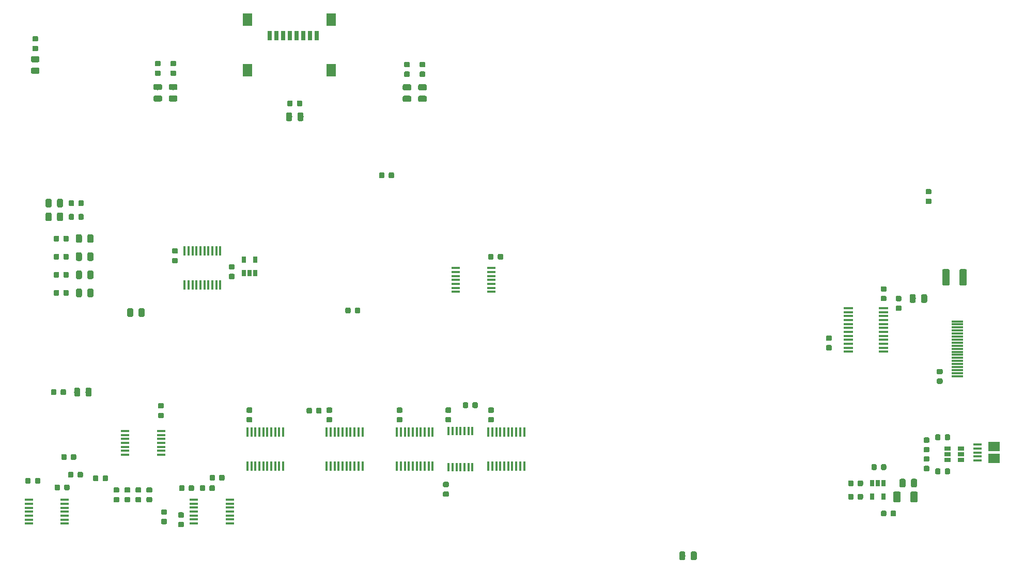
<source format=gbr>
G04 #@! TF.GenerationSoftware,KiCad,Pcbnew,5.0.2+dfsg1-1~bpo9+1*
G04 #@! TF.CreationDate,2022-09-29T16:16:23+02:00*
G04 #@! TF.ProjectId,nubus-to-ztex,6e756275-732d-4746-9f2d-7a7465782e6b,rev?*
G04 #@! TF.SameCoordinates,Original*
G04 #@! TF.FileFunction,Paste,Top*
G04 #@! TF.FilePolarity,Positive*
%FSLAX46Y46*%
G04 Gerber Fmt 4.6, Leading zero omitted, Abs format (unit mm)*
G04 Created by KiCad (PCBNEW 5.0.2+dfsg1-1~bpo9+1) date Thu Sep 29 16:16:23 2022*
%MOMM*%
%LPD*%
G01*
G04 APERTURE LIST*
%ADD10C,0.100000*%
%ADD11C,0.875000*%
%ADD12C,0.975000*%
%ADD13R,0.650000X1.060000*%
%ADD14R,0.450000X1.550000*%
%ADD15R,0.800000X1.500000*%
%ADD16R,1.500000X2.050000*%
%ADD17R,1.450000X0.450000*%
%ADD18R,0.450000X1.450000*%
%ADD19R,1.570000X0.410000*%
%ADD20R,1.900000X1.500000*%
%ADD21R,1.350000X0.400000*%
%ADD22C,1.250000*%
%ADD23R,1.060000X0.650000*%
%ADD24R,1.900000X0.300000*%
G04 APERTURE END LIST*
D10*
G04 #@! TO.C,C15*
G36*
X261462692Y-37421053D02*
X261483927Y-37424203D01*
X261504751Y-37429419D01*
X261524963Y-37436651D01*
X261544369Y-37445830D01*
X261562782Y-37456866D01*
X261580025Y-37469654D01*
X261595931Y-37484070D01*
X261610347Y-37499976D01*
X261623135Y-37517219D01*
X261634171Y-37535632D01*
X261643350Y-37555038D01*
X261650582Y-37575250D01*
X261655798Y-37596074D01*
X261658948Y-37617309D01*
X261660001Y-37638750D01*
X261660001Y-38076250D01*
X261658948Y-38097691D01*
X261655798Y-38118926D01*
X261650582Y-38139750D01*
X261643350Y-38159962D01*
X261634171Y-38179368D01*
X261623135Y-38197781D01*
X261610347Y-38215024D01*
X261595931Y-38230930D01*
X261580025Y-38245346D01*
X261562782Y-38258134D01*
X261544369Y-38269170D01*
X261524963Y-38278349D01*
X261504751Y-38285581D01*
X261483927Y-38290797D01*
X261462692Y-38293947D01*
X261441251Y-38295000D01*
X260928751Y-38295000D01*
X260907310Y-38293947D01*
X260886075Y-38290797D01*
X260865251Y-38285581D01*
X260845039Y-38278349D01*
X260825633Y-38269170D01*
X260807220Y-38258134D01*
X260789977Y-38245346D01*
X260774071Y-38230930D01*
X260759655Y-38215024D01*
X260746867Y-38197781D01*
X260735831Y-38179368D01*
X260726652Y-38159962D01*
X260719420Y-38139750D01*
X260714204Y-38118926D01*
X260711054Y-38097691D01*
X260710001Y-38076250D01*
X260710001Y-37638750D01*
X260711054Y-37617309D01*
X260714204Y-37596074D01*
X260719420Y-37575250D01*
X260726652Y-37555038D01*
X260735831Y-37535632D01*
X260746867Y-37517219D01*
X260759655Y-37499976D01*
X260774071Y-37484070D01*
X260789977Y-37469654D01*
X260807220Y-37456866D01*
X260825633Y-37445830D01*
X260845039Y-37436651D01*
X260865251Y-37429419D01*
X260886075Y-37424203D01*
X260907310Y-37421053D01*
X260928751Y-37420000D01*
X261441251Y-37420000D01*
X261462692Y-37421053D01*
X261462692Y-37421053D01*
G37*
D11*
X261185001Y-37857500D03*
D10*
G36*
X261462692Y-35846053D02*
X261483927Y-35849203D01*
X261504751Y-35854419D01*
X261524963Y-35861651D01*
X261544369Y-35870830D01*
X261562782Y-35881866D01*
X261580025Y-35894654D01*
X261595931Y-35909070D01*
X261610347Y-35924976D01*
X261623135Y-35942219D01*
X261634171Y-35960632D01*
X261643350Y-35980038D01*
X261650582Y-36000250D01*
X261655798Y-36021074D01*
X261658948Y-36042309D01*
X261660001Y-36063750D01*
X261660001Y-36501250D01*
X261658948Y-36522691D01*
X261655798Y-36543926D01*
X261650582Y-36564750D01*
X261643350Y-36584962D01*
X261634171Y-36604368D01*
X261623135Y-36622781D01*
X261610347Y-36640024D01*
X261595931Y-36655930D01*
X261580025Y-36670346D01*
X261562782Y-36683134D01*
X261544369Y-36694170D01*
X261524963Y-36703349D01*
X261504751Y-36710581D01*
X261483927Y-36715797D01*
X261462692Y-36718947D01*
X261441251Y-36720000D01*
X260928751Y-36720000D01*
X260907310Y-36718947D01*
X260886075Y-36715797D01*
X260865251Y-36710581D01*
X260845039Y-36703349D01*
X260825633Y-36694170D01*
X260807220Y-36683134D01*
X260789977Y-36670346D01*
X260774071Y-36655930D01*
X260759655Y-36640024D01*
X260746867Y-36622781D01*
X260735831Y-36604368D01*
X260726652Y-36584962D01*
X260719420Y-36564750D01*
X260714204Y-36543926D01*
X260711054Y-36522691D01*
X260710001Y-36501250D01*
X260710001Y-36063750D01*
X260711054Y-36042309D01*
X260714204Y-36021074D01*
X260719420Y-36000250D01*
X260726652Y-35980038D01*
X260735831Y-35960632D01*
X260746867Y-35942219D01*
X260759655Y-35924976D01*
X260774071Y-35909070D01*
X260789977Y-35894654D01*
X260807220Y-35881866D01*
X260825633Y-35870830D01*
X260845039Y-35861651D01*
X260865251Y-35854419D01*
X260886075Y-35849203D01*
X260907310Y-35846053D01*
X260928751Y-35845000D01*
X261441251Y-35845000D01*
X261462692Y-35846053D01*
X261462692Y-35846053D01*
G37*
D11*
X261185001Y-36282500D03*
G04 #@! TD*
D10*
G04 #@! TO.C,D7*
G36*
X137890142Y-20511467D02*
X137913803Y-20514977D01*
X137937007Y-20520789D01*
X137959529Y-20528847D01*
X137981153Y-20539075D01*
X138001670Y-20551372D01*
X138020883Y-20565622D01*
X138038607Y-20581686D01*
X138054671Y-20599410D01*
X138068921Y-20618623D01*
X138081218Y-20639140D01*
X138091446Y-20660764D01*
X138099504Y-20683286D01*
X138105316Y-20706490D01*
X138108826Y-20730151D01*
X138110000Y-20754043D01*
X138110000Y-21241543D01*
X138108826Y-21265435D01*
X138105316Y-21289096D01*
X138099504Y-21312300D01*
X138091446Y-21334822D01*
X138081218Y-21356446D01*
X138068921Y-21376963D01*
X138054671Y-21396176D01*
X138038607Y-21413900D01*
X138020883Y-21429964D01*
X138001670Y-21444214D01*
X137981153Y-21456511D01*
X137959529Y-21466739D01*
X137937007Y-21474797D01*
X137913803Y-21480609D01*
X137890142Y-21484119D01*
X137866250Y-21485293D01*
X136953750Y-21485293D01*
X136929858Y-21484119D01*
X136906197Y-21480609D01*
X136882993Y-21474797D01*
X136860471Y-21466739D01*
X136838847Y-21456511D01*
X136818330Y-21444214D01*
X136799117Y-21429964D01*
X136781393Y-21413900D01*
X136765329Y-21396176D01*
X136751079Y-21376963D01*
X136738782Y-21356446D01*
X136728554Y-21334822D01*
X136720496Y-21312300D01*
X136714684Y-21289096D01*
X136711174Y-21265435D01*
X136710000Y-21241543D01*
X136710000Y-20754043D01*
X136711174Y-20730151D01*
X136714684Y-20706490D01*
X136720496Y-20683286D01*
X136728554Y-20660764D01*
X136738782Y-20639140D01*
X136751079Y-20618623D01*
X136765329Y-20599410D01*
X136781393Y-20581686D01*
X136799117Y-20565622D01*
X136818330Y-20551372D01*
X136838847Y-20539075D01*
X136860471Y-20528847D01*
X136882993Y-20520789D01*
X136906197Y-20514977D01*
X136929858Y-20511467D01*
X136953750Y-20510293D01*
X137866250Y-20510293D01*
X137890142Y-20511467D01*
X137890142Y-20511467D01*
G37*
D12*
X137410000Y-20997793D03*
D10*
G36*
X137890142Y-18636467D02*
X137913803Y-18639977D01*
X137937007Y-18645789D01*
X137959529Y-18653847D01*
X137981153Y-18664075D01*
X138001670Y-18676372D01*
X138020883Y-18690622D01*
X138038607Y-18706686D01*
X138054671Y-18724410D01*
X138068921Y-18743623D01*
X138081218Y-18764140D01*
X138091446Y-18785764D01*
X138099504Y-18808286D01*
X138105316Y-18831490D01*
X138108826Y-18855151D01*
X138110000Y-18879043D01*
X138110000Y-19366543D01*
X138108826Y-19390435D01*
X138105316Y-19414096D01*
X138099504Y-19437300D01*
X138091446Y-19459822D01*
X138081218Y-19481446D01*
X138068921Y-19501963D01*
X138054671Y-19521176D01*
X138038607Y-19538900D01*
X138020883Y-19554964D01*
X138001670Y-19569214D01*
X137981153Y-19581511D01*
X137959529Y-19591739D01*
X137937007Y-19599797D01*
X137913803Y-19605609D01*
X137890142Y-19609119D01*
X137866250Y-19610293D01*
X136953750Y-19610293D01*
X136929858Y-19609119D01*
X136906197Y-19605609D01*
X136882993Y-19599797D01*
X136860471Y-19591739D01*
X136838847Y-19581511D01*
X136818330Y-19569214D01*
X136799117Y-19554964D01*
X136781393Y-19538900D01*
X136765329Y-19521176D01*
X136751079Y-19501963D01*
X136738782Y-19481446D01*
X136728554Y-19459822D01*
X136720496Y-19437300D01*
X136714684Y-19414096D01*
X136711174Y-19390435D01*
X136710000Y-19366543D01*
X136710000Y-18879043D01*
X136711174Y-18855151D01*
X136714684Y-18831490D01*
X136720496Y-18808286D01*
X136728554Y-18785764D01*
X136738782Y-18764140D01*
X136751079Y-18743623D01*
X136765329Y-18724410D01*
X136781393Y-18706686D01*
X136799117Y-18690622D01*
X136818330Y-18676372D01*
X136838847Y-18664075D01*
X136860471Y-18653847D01*
X136882993Y-18645789D01*
X136906197Y-18639977D01*
X136929858Y-18636467D01*
X136953750Y-18635293D01*
X137866250Y-18635293D01*
X137890142Y-18636467D01*
X137890142Y-18636467D01*
G37*
D12*
X137410000Y-19122793D03*
G04 #@! TD*
D10*
G04 #@! TO.C,D6*
G36*
X135360142Y-18636467D02*
X135383803Y-18639977D01*
X135407007Y-18645789D01*
X135429529Y-18653847D01*
X135451153Y-18664075D01*
X135471670Y-18676372D01*
X135490883Y-18690622D01*
X135508607Y-18706686D01*
X135524671Y-18724410D01*
X135538921Y-18743623D01*
X135551218Y-18764140D01*
X135561446Y-18785764D01*
X135569504Y-18808286D01*
X135575316Y-18831490D01*
X135578826Y-18855151D01*
X135580000Y-18879043D01*
X135580000Y-19366543D01*
X135578826Y-19390435D01*
X135575316Y-19414096D01*
X135569504Y-19437300D01*
X135561446Y-19459822D01*
X135551218Y-19481446D01*
X135538921Y-19501963D01*
X135524671Y-19521176D01*
X135508607Y-19538900D01*
X135490883Y-19554964D01*
X135471670Y-19569214D01*
X135451153Y-19581511D01*
X135429529Y-19591739D01*
X135407007Y-19599797D01*
X135383803Y-19605609D01*
X135360142Y-19609119D01*
X135336250Y-19610293D01*
X134423750Y-19610293D01*
X134399858Y-19609119D01*
X134376197Y-19605609D01*
X134352993Y-19599797D01*
X134330471Y-19591739D01*
X134308847Y-19581511D01*
X134288330Y-19569214D01*
X134269117Y-19554964D01*
X134251393Y-19538900D01*
X134235329Y-19521176D01*
X134221079Y-19501963D01*
X134208782Y-19481446D01*
X134198554Y-19459822D01*
X134190496Y-19437300D01*
X134184684Y-19414096D01*
X134181174Y-19390435D01*
X134180000Y-19366543D01*
X134180000Y-18879043D01*
X134181174Y-18855151D01*
X134184684Y-18831490D01*
X134190496Y-18808286D01*
X134198554Y-18785764D01*
X134208782Y-18764140D01*
X134221079Y-18743623D01*
X134235329Y-18724410D01*
X134251393Y-18706686D01*
X134269117Y-18690622D01*
X134288330Y-18676372D01*
X134308847Y-18664075D01*
X134330471Y-18653847D01*
X134352993Y-18645789D01*
X134376197Y-18639977D01*
X134399858Y-18636467D01*
X134423750Y-18635293D01*
X135336250Y-18635293D01*
X135360142Y-18636467D01*
X135360142Y-18636467D01*
G37*
D12*
X134880000Y-19122793D03*
D10*
G36*
X135360142Y-20511467D02*
X135383803Y-20514977D01*
X135407007Y-20520789D01*
X135429529Y-20528847D01*
X135451153Y-20539075D01*
X135471670Y-20551372D01*
X135490883Y-20565622D01*
X135508607Y-20581686D01*
X135524671Y-20599410D01*
X135538921Y-20618623D01*
X135551218Y-20639140D01*
X135561446Y-20660764D01*
X135569504Y-20683286D01*
X135575316Y-20706490D01*
X135578826Y-20730151D01*
X135580000Y-20754043D01*
X135580000Y-21241543D01*
X135578826Y-21265435D01*
X135575316Y-21289096D01*
X135569504Y-21312300D01*
X135561446Y-21334822D01*
X135551218Y-21356446D01*
X135538921Y-21376963D01*
X135524671Y-21396176D01*
X135508607Y-21413900D01*
X135490883Y-21429964D01*
X135471670Y-21444214D01*
X135451153Y-21456511D01*
X135429529Y-21466739D01*
X135407007Y-21474797D01*
X135383803Y-21480609D01*
X135360142Y-21484119D01*
X135336250Y-21485293D01*
X134423750Y-21485293D01*
X134399858Y-21484119D01*
X134376197Y-21480609D01*
X134352993Y-21474797D01*
X134330471Y-21466739D01*
X134308847Y-21456511D01*
X134288330Y-21444214D01*
X134269117Y-21429964D01*
X134251393Y-21413900D01*
X134235329Y-21396176D01*
X134221079Y-21376963D01*
X134208782Y-21356446D01*
X134198554Y-21334822D01*
X134190496Y-21312300D01*
X134184684Y-21289096D01*
X134181174Y-21265435D01*
X134180000Y-21241543D01*
X134180000Y-20754043D01*
X134181174Y-20730151D01*
X134184684Y-20706490D01*
X134190496Y-20683286D01*
X134198554Y-20660764D01*
X134208782Y-20639140D01*
X134221079Y-20618623D01*
X134235329Y-20599410D01*
X134251393Y-20581686D01*
X134269117Y-20565622D01*
X134288330Y-20551372D01*
X134308847Y-20539075D01*
X134330471Y-20528847D01*
X134352993Y-20520789D01*
X134376197Y-20514977D01*
X134399858Y-20511467D01*
X134423750Y-20510293D01*
X135336250Y-20510293D01*
X135360142Y-20511467D01*
X135360142Y-20511467D01*
G37*
D12*
X134880000Y-20997793D03*
G04 #@! TD*
D10*
G04 #@! TO.C,D8*
G36*
X123815142Y-68451174D02*
X123838803Y-68454684D01*
X123862007Y-68460496D01*
X123884529Y-68468554D01*
X123906153Y-68478782D01*
X123926670Y-68491079D01*
X123945883Y-68505329D01*
X123963607Y-68521393D01*
X123979671Y-68539117D01*
X123993921Y-68558330D01*
X124006218Y-68578847D01*
X124016446Y-68600471D01*
X124024504Y-68622993D01*
X124030316Y-68646197D01*
X124033826Y-68669858D01*
X124035000Y-68693750D01*
X124035000Y-69606250D01*
X124033826Y-69630142D01*
X124030316Y-69653803D01*
X124024504Y-69677007D01*
X124016446Y-69699529D01*
X124006218Y-69721153D01*
X123993921Y-69741670D01*
X123979671Y-69760883D01*
X123963607Y-69778607D01*
X123945883Y-69794671D01*
X123926670Y-69808921D01*
X123906153Y-69821218D01*
X123884529Y-69831446D01*
X123862007Y-69839504D01*
X123838803Y-69845316D01*
X123815142Y-69848826D01*
X123791250Y-69850000D01*
X123303750Y-69850000D01*
X123279858Y-69848826D01*
X123256197Y-69845316D01*
X123232993Y-69839504D01*
X123210471Y-69831446D01*
X123188847Y-69821218D01*
X123168330Y-69808921D01*
X123149117Y-69794671D01*
X123131393Y-69778607D01*
X123115329Y-69760883D01*
X123101079Y-69741670D01*
X123088782Y-69721153D01*
X123078554Y-69699529D01*
X123070496Y-69677007D01*
X123064684Y-69653803D01*
X123061174Y-69630142D01*
X123060000Y-69606250D01*
X123060000Y-68693750D01*
X123061174Y-68669858D01*
X123064684Y-68646197D01*
X123070496Y-68622993D01*
X123078554Y-68600471D01*
X123088782Y-68578847D01*
X123101079Y-68558330D01*
X123115329Y-68539117D01*
X123131393Y-68521393D01*
X123149117Y-68505329D01*
X123168330Y-68491079D01*
X123188847Y-68478782D01*
X123210471Y-68468554D01*
X123232993Y-68460496D01*
X123256197Y-68454684D01*
X123279858Y-68451174D01*
X123303750Y-68450000D01*
X123791250Y-68450000D01*
X123815142Y-68451174D01*
X123815142Y-68451174D01*
G37*
D12*
X123547500Y-69150000D03*
D10*
G36*
X121940142Y-68451174D02*
X121963803Y-68454684D01*
X121987007Y-68460496D01*
X122009529Y-68468554D01*
X122031153Y-68478782D01*
X122051670Y-68491079D01*
X122070883Y-68505329D01*
X122088607Y-68521393D01*
X122104671Y-68539117D01*
X122118921Y-68558330D01*
X122131218Y-68578847D01*
X122141446Y-68600471D01*
X122149504Y-68622993D01*
X122155316Y-68646197D01*
X122158826Y-68669858D01*
X122160000Y-68693750D01*
X122160000Y-69606250D01*
X122158826Y-69630142D01*
X122155316Y-69653803D01*
X122149504Y-69677007D01*
X122141446Y-69699529D01*
X122131218Y-69721153D01*
X122118921Y-69741670D01*
X122104671Y-69760883D01*
X122088607Y-69778607D01*
X122070883Y-69794671D01*
X122051670Y-69808921D01*
X122031153Y-69821218D01*
X122009529Y-69831446D01*
X121987007Y-69839504D01*
X121963803Y-69845316D01*
X121940142Y-69848826D01*
X121916250Y-69850000D01*
X121428750Y-69850000D01*
X121404858Y-69848826D01*
X121381197Y-69845316D01*
X121357993Y-69839504D01*
X121335471Y-69831446D01*
X121313847Y-69821218D01*
X121293330Y-69808921D01*
X121274117Y-69794671D01*
X121256393Y-69778607D01*
X121240329Y-69760883D01*
X121226079Y-69741670D01*
X121213782Y-69721153D01*
X121203554Y-69699529D01*
X121195496Y-69677007D01*
X121189684Y-69653803D01*
X121186174Y-69630142D01*
X121185000Y-69606250D01*
X121185000Y-68693750D01*
X121186174Y-68669858D01*
X121189684Y-68646197D01*
X121195496Y-68622993D01*
X121203554Y-68600471D01*
X121213782Y-68578847D01*
X121226079Y-68558330D01*
X121240329Y-68539117D01*
X121256393Y-68521393D01*
X121274117Y-68505329D01*
X121293330Y-68491079D01*
X121313847Y-68478782D01*
X121335471Y-68468554D01*
X121357993Y-68460496D01*
X121381197Y-68454684D01*
X121404858Y-68451174D01*
X121428750Y-68450000D01*
X121916250Y-68450000D01*
X121940142Y-68451174D01*
X121940142Y-68451174D01*
G37*
D12*
X121672500Y-69150000D03*
G04 #@! TD*
D10*
G04 #@! TO.C,D9*
G36*
X176201626Y-18673304D02*
X176225287Y-18676814D01*
X176248491Y-18682626D01*
X176271013Y-18690684D01*
X176292637Y-18700912D01*
X176313154Y-18713209D01*
X176332367Y-18727459D01*
X176350091Y-18743523D01*
X176366155Y-18761247D01*
X176380405Y-18780460D01*
X176392702Y-18800977D01*
X176402930Y-18822601D01*
X176410988Y-18845123D01*
X176416800Y-18868327D01*
X176420310Y-18891988D01*
X176421484Y-18915880D01*
X176421484Y-19403380D01*
X176420310Y-19427272D01*
X176416800Y-19450933D01*
X176410988Y-19474137D01*
X176402930Y-19496659D01*
X176392702Y-19518283D01*
X176380405Y-19538800D01*
X176366155Y-19558013D01*
X176350091Y-19575737D01*
X176332367Y-19591801D01*
X176313154Y-19606051D01*
X176292637Y-19618348D01*
X176271013Y-19628576D01*
X176248491Y-19636634D01*
X176225287Y-19642446D01*
X176201626Y-19645956D01*
X176177734Y-19647130D01*
X175265234Y-19647130D01*
X175241342Y-19645956D01*
X175217681Y-19642446D01*
X175194477Y-19636634D01*
X175171955Y-19628576D01*
X175150331Y-19618348D01*
X175129814Y-19606051D01*
X175110601Y-19591801D01*
X175092877Y-19575737D01*
X175076813Y-19558013D01*
X175062563Y-19538800D01*
X175050266Y-19518283D01*
X175040038Y-19496659D01*
X175031980Y-19474137D01*
X175026168Y-19450933D01*
X175022658Y-19427272D01*
X175021484Y-19403380D01*
X175021484Y-18915880D01*
X175022658Y-18891988D01*
X175026168Y-18868327D01*
X175031980Y-18845123D01*
X175040038Y-18822601D01*
X175050266Y-18800977D01*
X175062563Y-18780460D01*
X175076813Y-18761247D01*
X175092877Y-18743523D01*
X175110601Y-18727459D01*
X175129814Y-18713209D01*
X175150331Y-18700912D01*
X175171955Y-18690684D01*
X175194477Y-18682626D01*
X175217681Y-18676814D01*
X175241342Y-18673304D01*
X175265234Y-18672130D01*
X176177734Y-18672130D01*
X176201626Y-18673304D01*
X176201626Y-18673304D01*
G37*
D12*
X175721484Y-19159630D03*
D10*
G36*
X176201626Y-20548304D02*
X176225287Y-20551814D01*
X176248491Y-20557626D01*
X176271013Y-20565684D01*
X176292637Y-20575912D01*
X176313154Y-20588209D01*
X176332367Y-20602459D01*
X176350091Y-20618523D01*
X176366155Y-20636247D01*
X176380405Y-20655460D01*
X176392702Y-20675977D01*
X176402930Y-20697601D01*
X176410988Y-20720123D01*
X176416800Y-20743327D01*
X176420310Y-20766988D01*
X176421484Y-20790880D01*
X176421484Y-21278380D01*
X176420310Y-21302272D01*
X176416800Y-21325933D01*
X176410988Y-21349137D01*
X176402930Y-21371659D01*
X176392702Y-21393283D01*
X176380405Y-21413800D01*
X176366155Y-21433013D01*
X176350091Y-21450737D01*
X176332367Y-21466801D01*
X176313154Y-21481051D01*
X176292637Y-21493348D01*
X176271013Y-21503576D01*
X176248491Y-21511634D01*
X176225287Y-21517446D01*
X176201626Y-21520956D01*
X176177734Y-21522130D01*
X175265234Y-21522130D01*
X175241342Y-21520956D01*
X175217681Y-21517446D01*
X175194477Y-21511634D01*
X175171955Y-21503576D01*
X175150331Y-21493348D01*
X175129814Y-21481051D01*
X175110601Y-21466801D01*
X175092877Y-21450737D01*
X175076813Y-21433013D01*
X175062563Y-21413800D01*
X175050266Y-21393283D01*
X175040038Y-21371659D01*
X175031980Y-21349137D01*
X175026168Y-21325933D01*
X175022658Y-21302272D01*
X175021484Y-21278380D01*
X175021484Y-20790880D01*
X175022658Y-20766988D01*
X175026168Y-20743327D01*
X175031980Y-20720123D01*
X175040038Y-20697601D01*
X175050266Y-20675977D01*
X175062563Y-20655460D01*
X175076813Y-20636247D01*
X175092877Y-20618523D01*
X175110601Y-20602459D01*
X175129814Y-20588209D01*
X175150331Y-20575912D01*
X175171955Y-20565684D01*
X175194477Y-20557626D01*
X175217681Y-20551814D01*
X175241342Y-20548304D01*
X175265234Y-20547130D01*
X176177734Y-20547130D01*
X176201626Y-20548304D01*
X176201626Y-20548304D01*
G37*
D12*
X175721484Y-21034630D03*
G04 #@! TD*
D10*
G04 #@! TO.C,D10*
G36*
X178741626Y-20548304D02*
X178765287Y-20551814D01*
X178788491Y-20557626D01*
X178811013Y-20565684D01*
X178832637Y-20575912D01*
X178853154Y-20588209D01*
X178872367Y-20602459D01*
X178890091Y-20618523D01*
X178906155Y-20636247D01*
X178920405Y-20655460D01*
X178932702Y-20675977D01*
X178942930Y-20697601D01*
X178950988Y-20720123D01*
X178956800Y-20743327D01*
X178960310Y-20766988D01*
X178961484Y-20790880D01*
X178961484Y-21278380D01*
X178960310Y-21302272D01*
X178956800Y-21325933D01*
X178950988Y-21349137D01*
X178942930Y-21371659D01*
X178932702Y-21393283D01*
X178920405Y-21413800D01*
X178906155Y-21433013D01*
X178890091Y-21450737D01*
X178872367Y-21466801D01*
X178853154Y-21481051D01*
X178832637Y-21493348D01*
X178811013Y-21503576D01*
X178788491Y-21511634D01*
X178765287Y-21517446D01*
X178741626Y-21520956D01*
X178717734Y-21522130D01*
X177805234Y-21522130D01*
X177781342Y-21520956D01*
X177757681Y-21517446D01*
X177734477Y-21511634D01*
X177711955Y-21503576D01*
X177690331Y-21493348D01*
X177669814Y-21481051D01*
X177650601Y-21466801D01*
X177632877Y-21450737D01*
X177616813Y-21433013D01*
X177602563Y-21413800D01*
X177590266Y-21393283D01*
X177580038Y-21371659D01*
X177571980Y-21349137D01*
X177566168Y-21325933D01*
X177562658Y-21302272D01*
X177561484Y-21278380D01*
X177561484Y-20790880D01*
X177562658Y-20766988D01*
X177566168Y-20743327D01*
X177571980Y-20720123D01*
X177580038Y-20697601D01*
X177590266Y-20675977D01*
X177602563Y-20655460D01*
X177616813Y-20636247D01*
X177632877Y-20618523D01*
X177650601Y-20602459D01*
X177669814Y-20588209D01*
X177690331Y-20575912D01*
X177711955Y-20565684D01*
X177734477Y-20557626D01*
X177757681Y-20551814D01*
X177781342Y-20548304D01*
X177805234Y-20547130D01*
X178717734Y-20547130D01*
X178741626Y-20548304D01*
X178741626Y-20548304D01*
G37*
D12*
X178261484Y-21034630D03*
D10*
G36*
X178741626Y-18673304D02*
X178765287Y-18676814D01*
X178788491Y-18682626D01*
X178811013Y-18690684D01*
X178832637Y-18700912D01*
X178853154Y-18713209D01*
X178872367Y-18727459D01*
X178890091Y-18743523D01*
X178906155Y-18761247D01*
X178920405Y-18780460D01*
X178932702Y-18800977D01*
X178942930Y-18822601D01*
X178950988Y-18845123D01*
X178956800Y-18868327D01*
X178960310Y-18891988D01*
X178961484Y-18915880D01*
X178961484Y-19403380D01*
X178960310Y-19427272D01*
X178956800Y-19450933D01*
X178950988Y-19474137D01*
X178942930Y-19496659D01*
X178932702Y-19518283D01*
X178920405Y-19538800D01*
X178906155Y-19558013D01*
X178890091Y-19575737D01*
X178872367Y-19591801D01*
X178853154Y-19606051D01*
X178832637Y-19618348D01*
X178811013Y-19628576D01*
X178788491Y-19636634D01*
X178765287Y-19642446D01*
X178741626Y-19645956D01*
X178717734Y-19647130D01*
X177805234Y-19647130D01*
X177781342Y-19645956D01*
X177757681Y-19642446D01*
X177734477Y-19636634D01*
X177711955Y-19628576D01*
X177690331Y-19618348D01*
X177669814Y-19606051D01*
X177650601Y-19591801D01*
X177632877Y-19575737D01*
X177616813Y-19558013D01*
X177602563Y-19538800D01*
X177590266Y-19518283D01*
X177580038Y-19496659D01*
X177571980Y-19474137D01*
X177566168Y-19450933D01*
X177562658Y-19427272D01*
X177561484Y-19403380D01*
X177561484Y-18915880D01*
X177562658Y-18891988D01*
X177566168Y-18868327D01*
X177571980Y-18845123D01*
X177580038Y-18822601D01*
X177590266Y-18800977D01*
X177602563Y-18780460D01*
X177616813Y-18761247D01*
X177632877Y-18743523D01*
X177650601Y-18727459D01*
X177669814Y-18713209D01*
X177690331Y-18700912D01*
X177711955Y-18690684D01*
X177734477Y-18682626D01*
X177757681Y-18676814D01*
X177781342Y-18673304D01*
X177805234Y-18672130D01*
X178717734Y-18672130D01*
X178741626Y-18673304D01*
X178741626Y-18673304D01*
G37*
D12*
X178261484Y-19159630D03*
G04 #@! TD*
D10*
G04 #@! TO.C,R11*
G36*
X135157691Y-14836346D02*
X135178926Y-14839496D01*
X135199750Y-14844712D01*
X135219962Y-14851944D01*
X135239368Y-14861123D01*
X135257781Y-14872159D01*
X135275024Y-14884947D01*
X135290930Y-14899363D01*
X135305346Y-14915269D01*
X135318134Y-14932512D01*
X135329170Y-14950925D01*
X135338349Y-14970331D01*
X135345581Y-14990543D01*
X135350797Y-15011367D01*
X135353947Y-15032602D01*
X135355000Y-15054043D01*
X135355000Y-15491543D01*
X135353947Y-15512984D01*
X135350797Y-15534219D01*
X135345581Y-15555043D01*
X135338349Y-15575255D01*
X135329170Y-15594661D01*
X135318134Y-15613074D01*
X135305346Y-15630317D01*
X135290930Y-15646223D01*
X135275024Y-15660639D01*
X135257781Y-15673427D01*
X135239368Y-15684463D01*
X135219962Y-15693642D01*
X135199750Y-15700874D01*
X135178926Y-15706090D01*
X135157691Y-15709240D01*
X135136250Y-15710293D01*
X134623750Y-15710293D01*
X134602309Y-15709240D01*
X134581074Y-15706090D01*
X134560250Y-15700874D01*
X134540038Y-15693642D01*
X134520632Y-15684463D01*
X134502219Y-15673427D01*
X134484976Y-15660639D01*
X134469070Y-15646223D01*
X134454654Y-15630317D01*
X134441866Y-15613074D01*
X134430830Y-15594661D01*
X134421651Y-15575255D01*
X134414419Y-15555043D01*
X134409203Y-15534219D01*
X134406053Y-15512984D01*
X134405000Y-15491543D01*
X134405000Y-15054043D01*
X134406053Y-15032602D01*
X134409203Y-15011367D01*
X134414419Y-14990543D01*
X134421651Y-14970331D01*
X134430830Y-14950925D01*
X134441866Y-14932512D01*
X134454654Y-14915269D01*
X134469070Y-14899363D01*
X134484976Y-14884947D01*
X134502219Y-14872159D01*
X134520632Y-14861123D01*
X134540038Y-14851944D01*
X134560250Y-14844712D01*
X134581074Y-14839496D01*
X134602309Y-14836346D01*
X134623750Y-14835293D01*
X135136250Y-14835293D01*
X135157691Y-14836346D01*
X135157691Y-14836346D01*
G37*
D11*
X134880000Y-15272793D03*
D10*
G36*
X135157691Y-16411346D02*
X135178926Y-16414496D01*
X135199750Y-16419712D01*
X135219962Y-16426944D01*
X135239368Y-16436123D01*
X135257781Y-16447159D01*
X135275024Y-16459947D01*
X135290930Y-16474363D01*
X135305346Y-16490269D01*
X135318134Y-16507512D01*
X135329170Y-16525925D01*
X135338349Y-16545331D01*
X135345581Y-16565543D01*
X135350797Y-16586367D01*
X135353947Y-16607602D01*
X135355000Y-16629043D01*
X135355000Y-17066543D01*
X135353947Y-17087984D01*
X135350797Y-17109219D01*
X135345581Y-17130043D01*
X135338349Y-17150255D01*
X135329170Y-17169661D01*
X135318134Y-17188074D01*
X135305346Y-17205317D01*
X135290930Y-17221223D01*
X135275024Y-17235639D01*
X135257781Y-17248427D01*
X135239368Y-17259463D01*
X135219962Y-17268642D01*
X135199750Y-17275874D01*
X135178926Y-17281090D01*
X135157691Y-17284240D01*
X135136250Y-17285293D01*
X134623750Y-17285293D01*
X134602309Y-17284240D01*
X134581074Y-17281090D01*
X134560250Y-17275874D01*
X134540038Y-17268642D01*
X134520632Y-17259463D01*
X134502219Y-17248427D01*
X134484976Y-17235639D01*
X134469070Y-17221223D01*
X134454654Y-17205317D01*
X134441866Y-17188074D01*
X134430830Y-17169661D01*
X134421651Y-17150255D01*
X134414419Y-17130043D01*
X134409203Y-17109219D01*
X134406053Y-17087984D01*
X134405000Y-17066543D01*
X134405000Y-16629043D01*
X134406053Y-16607602D01*
X134409203Y-16586367D01*
X134414419Y-16565543D01*
X134421651Y-16545331D01*
X134430830Y-16525925D01*
X134441866Y-16507512D01*
X134454654Y-16490269D01*
X134469070Y-16474363D01*
X134484976Y-16459947D01*
X134502219Y-16447159D01*
X134520632Y-16436123D01*
X134540038Y-16426944D01*
X134560250Y-16419712D01*
X134581074Y-16414496D01*
X134602309Y-16411346D01*
X134623750Y-16410293D01*
X135136250Y-16410293D01*
X135157691Y-16411346D01*
X135157691Y-16411346D01*
G37*
D11*
X134880000Y-16847793D03*
G04 #@! TD*
D10*
G04 #@! TO.C,R12*
G36*
X137697691Y-16411346D02*
X137718926Y-16414496D01*
X137739750Y-16419712D01*
X137759962Y-16426944D01*
X137779368Y-16436123D01*
X137797781Y-16447159D01*
X137815024Y-16459947D01*
X137830930Y-16474363D01*
X137845346Y-16490269D01*
X137858134Y-16507512D01*
X137869170Y-16525925D01*
X137878349Y-16545331D01*
X137885581Y-16565543D01*
X137890797Y-16586367D01*
X137893947Y-16607602D01*
X137895000Y-16629043D01*
X137895000Y-17066543D01*
X137893947Y-17087984D01*
X137890797Y-17109219D01*
X137885581Y-17130043D01*
X137878349Y-17150255D01*
X137869170Y-17169661D01*
X137858134Y-17188074D01*
X137845346Y-17205317D01*
X137830930Y-17221223D01*
X137815024Y-17235639D01*
X137797781Y-17248427D01*
X137779368Y-17259463D01*
X137759962Y-17268642D01*
X137739750Y-17275874D01*
X137718926Y-17281090D01*
X137697691Y-17284240D01*
X137676250Y-17285293D01*
X137163750Y-17285293D01*
X137142309Y-17284240D01*
X137121074Y-17281090D01*
X137100250Y-17275874D01*
X137080038Y-17268642D01*
X137060632Y-17259463D01*
X137042219Y-17248427D01*
X137024976Y-17235639D01*
X137009070Y-17221223D01*
X136994654Y-17205317D01*
X136981866Y-17188074D01*
X136970830Y-17169661D01*
X136961651Y-17150255D01*
X136954419Y-17130043D01*
X136949203Y-17109219D01*
X136946053Y-17087984D01*
X136945000Y-17066543D01*
X136945000Y-16629043D01*
X136946053Y-16607602D01*
X136949203Y-16586367D01*
X136954419Y-16565543D01*
X136961651Y-16545331D01*
X136970830Y-16525925D01*
X136981866Y-16507512D01*
X136994654Y-16490269D01*
X137009070Y-16474363D01*
X137024976Y-16459947D01*
X137042219Y-16447159D01*
X137060632Y-16436123D01*
X137080038Y-16426944D01*
X137100250Y-16419712D01*
X137121074Y-16414496D01*
X137142309Y-16411346D01*
X137163750Y-16410293D01*
X137676250Y-16410293D01*
X137697691Y-16411346D01*
X137697691Y-16411346D01*
G37*
D11*
X137420000Y-16847793D03*
D10*
G36*
X137697691Y-14836346D02*
X137718926Y-14839496D01*
X137739750Y-14844712D01*
X137759962Y-14851944D01*
X137779368Y-14861123D01*
X137797781Y-14872159D01*
X137815024Y-14884947D01*
X137830930Y-14899363D01*
X137845346Y-14915269D01*
X137858134Y-14932512D01*
X137869170Y-14950925D01*
X137878349Y-14970331D01*
X137885581Y-14990543D01*
X137890797Y-15011367D01*
X137893947Y-15032602D01*
X137895000Y-15054043D01*
X137895000Y-15491543D01*
X137893947Y-15512984D01*
X137890797Y-15534219D01*
X137885581Y-15555043D01*
X137878349Y-15575255D01*
X137869170Y-15594661D01*
X137858134Y-15613074D01*
X137845346Y-15630317D01*
X137830930Y-15646223D01*
X137815024Y-15660639D01*
X137797781Y-15673427D01*
X137779368Y-15684463D01*
X137759962Y-15693642D01*
X137739750Y-15700874D01*
X137718926Y-15706090D01*
X137697691Y-15709240D01*
X137676250Y-15710293D01*
X137163750Y-15710293D01*
X137142309Y-15709240D01*
X137121074Y-15706090D01*
X137100250Y-15700874D01*
X137080038Y-15693642D01*
X137060632Y-15684463D01*
X137042219Y-15673427D01*
X137024976Y-15660639D01*
X137009070Y-15646223D01*
X136994654Y-15630317D01*
X136981866Y-15613074D01*
X136970830Y-15594661D01*
X136961651Y-15575255D01*
X136954419Y-15555043D01*
X136949203Y-15534219D01*
X136946053Y-15512984D01*
X136945000Y-15491543D01*
X136945000Y-15054043D01*
X136946053Y-15032602D01*
X136949203Y-15011367D01*
X136954419Y-14990543D01*
X136961651Y-14970331D01*
X136970830Y-14950925D01*
X136981866Y-14932512D01*
X136994654Y-14915269D01*
X137009070Y-14899363D01*
X137024976Y-14884947D01*
X137042219Y-14872159D01*
X137060632Y-14861123D01*
X137080038Y-14851944D01*
X137100250Y-14844712D01*
X137121074Y-14839496D01*
X137142309Y-14836346D01*
X137163750Y-14835293D01*
X137676250Y-14835293D01*
X137697691Y-14836346D01*
X137697691Y-14836346D01*
G37*
D11*
X137420000Y-15272793D03*
G04 #@! TD*
D10*
G04 #@! TO.C,R13*
G36*
X118062691Y-68676053D02*
X118083926Y-68679203D01*
X118104750Y-68684419D01*
X118124962Y-68691651D01*
X118144368Y-68700830D01*
X118162781Y-68711866D01*
X118180024Y-68724654D01*
X118195930Y-68739070D01*
X118210346Y-68754976D01*
X118223134Y-68772219D01*
X118234170Y-68790632D01*
X118243349Y-68810038D01*
X118250581Y-68830250D01*
X118255797Y-68851074D01*
X118258947Y-68872309D01*
X118260000Y-68893750D01*
X118260000Y-69406250D01*
X118258947Y-69427691D01*
X118255797Y-69448926D01*
X118250581Y-69469750D01*
X118243349Y-69489962D01*
X118234170Y-69509368D01*
X118223134Y-69527781D01*
X118210346Y-69545024D01*
X118195930Y-69560930D01*
X118180024Y-69575346D01*
X118162781Y-69588134D01*
X118144368Y-69599170D01*
X118124962Y-69608349D01*
X118104750Y-69615581D01*
X118083926Y-69620797D01*
X118062691Y-69623947D01*
X118041250Y-69625000D01*
X117603750Y-69625000D01*
X117582309Y-69623947D01*
X117561074Y-69620797D01*
X117540250Y-69615581D01*
X117520038Y-69608349D01*
X117500632Y-69599170D01*
X117482219Y-69588134D01*
X117464976Y-69575346D01*
X117449070Y-69560930D01*
X117434654Y-69545024D01*
X117421866Y-69527781D01*
X117410830Y-69509368D01*
X117401651Y-69489962D01*
X117394419Y-69469750D01*
X117389203Y-69448926D01*
X117386053Y-69427691D01*
X117385000Y-69406250D01*
X117385000Y-68893750D01*
X117386053Y-68872309D01*
X117389203Y-68851074D01*
X117394419Y-68830250D01*
X117401651Y-68810038D01*
X117410830Y-68790632D01*
X117421866Y-68772219D01*
X117434654Y-68754976D01*
X117449070Y-68739070D01*
X117464976Y-68724654D01*
X117482219Y-68711866D01*
X117500632Y-68700830D01*
X117520038Y-68691651D01*
X117540250Y-68684419D01*
X117561074Y-68679203D01*
X117582309Y-68676053D01*
X117603750Y-68675000D01*
X118041250Y-68675000D01*
X118062691Y-68676053D01*
X118062691Y-68676053D01*
G37*
D11*
X117822500Y-69150000D03*
D10*
G36*
X119637691Y-68676053D02*
X119658926Y-68679203D01*
X119679750Y-68684419D01*
X119699962Y-68691651D01*
X119719368Y-68700830D01*
X119737781Y-68711866D01*
X119755024Y-68724654D01*
X119770930Y-68739070D01*
X119785346Y-68754976D01*
X119798134Y-68772219D01*
X119809170Y-68790632D01*
X119818349Y-68810038D01*
X119825581Y-68830250D01*
X119830797Y-68851074D01*
X119833947Y-68872309D01*
X119835000Y-68893750D01*
X119835000Y-69406250D01*
X119833947Y-69427691D01*
X119830797Y-69448926D01*
X119825581Y-69469750D01*
X119818349Y-69489962D01*
X119809170Y-69509368D01*
X119798134Y-69527781D01*
X119785346Y-69545024D01*
X119770930Y-69560930D01*
X119755024Y-69575346D01*
X119737781Y-69588134D01*
X119719368Y-69599170D01*
X119699962Y-69608349D01*
X119679750Y-69615581D01*
X119658926Y-69620797D01*
X119637691Y-69623947D01*
X119616250Y-69625000D01*
X119178750Y-69625000D01*
X119157309Y-69623947D01*
X119136074Y-69620797D01*
X119115250Y-69615581D01*
X119095038Y-69608349D01*
X119075632Y-69599170D01*
X119057219Y-69588134D01*
X119039976Y-69575346D01*
X119024070Y-69560930D01*
X119009654Y-69545024D01*
X118996866Y-69527781D01*
X118985830Y-69509368D01*
X118976651Y-69489962D01*
X118969419Y-69469750D01*
X118964203Y-69448926D01*
X118961053Y-69427691D01*
X118960000Y-69406250D01*
X118960000Y-68893750D01*
X118961053Y-68872309D01*
X118964203Y-68851074D01*
X118969419Y-68830250D01*
X118976651Y-68810038D01*
X118985830Y-68790632D01*
X118996866Y-68772219D01*
X119009654Y-68754976D01*
X119024070Y-68739070D01*
X119039976Y-68724654D01*
X119057219Y-68711866D01*
X119075632Y-68700830D01*
X119095038Y-68691651D01*
X119115250Y-68684419D01*
X119136074Y-68679203D01*
X119157309Y-68676053D01*
X119178750Y-68675000D01*
X119616250Y-68675000D01*
X119637691Y-68676053D01*
X119637691Y-68676053D01*
G37*
D11*
X119397500Y-69150000D03*
G04 #@! TD*
D10*
G04 #@! TO.C,R14*
G36*
X175999175Y-16568183D02*
X176020410Y-16571333D01*
X176041234Y-16576549D01*
X176061446Y-16583781D01*
X176080852Y-16592960D01*
X176099265Y-16603996D01*
X176116508Y-16616784D01*
X176132414Y-16631200D01*
X176146830Y-16647106D01*
X176159618Y-16664349D01*
X176170654Y-16682762D01*
X176179833Y-16702168D01*
X176187065Y-16722380D01*
X176192281Y-16743204D01*
X176195431Y-16764439D01*
X176196484Y-16785880D01*
X176196484Y-17223380D01*
X176195431Y-17244821D01*
X176192281Y-17266056D01*
X176187065Y-17286880D01*
X176179833Y-17307092D01*
X176170654Y-17326498D01*
X176159618Y-17344911D01*
X176146830Y-17362154D01*
X176132414Y-17378060D01*
X176116508Y-17392476D01*
X176099265Y-17405264D01*
X176080852Y-17416300D01*
X176061446Y-17425479D01*
X176041234Y-17432711D01*
X176020410Y-17437927D01*
X175999175Y-17441077D01*
X175977734Y-17442130D01*
X175465234Y-17442130D01*
X175443793Y-17441077D01*
X175422558Y-17437927D01*
X175401734Y-17432711D01*
X175381522Y-17425479D01*
X175362116Y-17416300D01*
X175343703Y-17405264D01*
X175326460Y-17392476D01*
X175310554Y-17378060D01*
X175296138Y-17362154D01*
X175283350Y-17344911D01*
X175272314Y-17326498D01*
X175263135Y-17307092D01*
X175255903Y-17286880D01*
X175250687Y-17266056D01*
X175247537Y-17244821D01*
X175246484Y-17223380D01*
X175246484Y-16785880D01*
X175247537Y-16764439D01*
X175250687Y-16743204D01*
X175255903Y-16722380D01*
X175263135Y-16702168D01*
X175272314Y-16682762D01*
X175283350Y-16664349D01*
X175296138Y-16647106D01*
X175310554Y-16631200D01*
X175326460Y-16616784D01*
X175343703Y-16603996D01*
X175362116Y-16592960D01*
X175381522Y-16583781D01*
X175401734Y-16576549D01*
X175422558Y-16571333D01*
X175443793Y-16568183D01*
X175465234Y-16567130D01*
X175977734Y-16567130D01*
X175999175Y-16568183D01*
X175999175Y-16568183D01*
G37*
D11*
X175721484Y-17004630D03*
D10*
G36*
X175999175Y-14993183D02*
X176020410Y-14996333D01*
X176041234Y-15001549D01*
X176061446Y-15008781D01*
X176080852Y-15017960D01*
X176099265Y-15028996D01*
X176116508Y-15041784D01*
X176132414Y-15056200D01*
X176146830Y-15072106D01*
X176159618Y-15089349D01*
X176170654Y-15107762D01*
X176179833Y-15127168D01*
X176187065Y-15147380D01*
X176192281Y-15168204D01*
X176195431Y-15189439D01*
X176196484Y-15210880D01*
X176196484Y-15648380D01*
X176195431Y-15669821D01*
X176192281Y-15691056D01*
X176187065Y-15711880D01*
X176179833Y-15732092D01*
X176170654Y-15751498D01*
X176159618Y-15769911D01*
X176146830Y-15787154D01*
X176132414Y-15803060D01*
X176116508Y-15817476D01*
X176099265Y-15830264D01*
X176080852Y-15841300D01*
X176061446Y-15850479D01*
X176041234Y-15857711D01*
X176020410Y-15862927D01*
X175999175Y-15866077D01*
X175977734Y-15867130D01*
X175465234Y-15867130D01*
X175443793Y-15866077D01*
X175422558Y-15862927D01*
X175401734Y-15857711D01*
X175381522Y-15850479D01*
X175362116Y-15841300D01*
X175343703Y-15830264D01*
X175326460Y-15817476D01*
X175310554Y-15803060D01*
X175296138Y-15787154D01*
X175283350Y-15769911D01*
X175272314Y-15751498D01*
X175263135Y-15732092D01*
X175255903Y-15711880D01*
X175250687Y-15691056D01*
X175247537Y-15669821D01*
X175246484Y-15648380D01*
X175246484Y-15210880D01*
X175247537Y-15189439D01*
X175250687Y-15168204D01*
X175255903Y-15147380D01*
X175263135Y-15127168D01*
X175272314Y-15107762D01*
X175283350Y-15089349D01*
X175296138Y-15072106D01*
X175310554Y-15056200D01*
X175326460Y-15041784D01*
X175343703Y-15028996D01*
X175362116Y-15017960D01*
X175381522Y-15008781D01*
X175401734Y-15001549D01*
X175422558Y-14996333D01*
X175443793Y-14993183D01*
X175465234Y-14992130D01*
X175977734Y-14992130D01*
X175999175Y-14993183D01*
X175999175Y-14993183D01*
G37*
D11*
X175721484Y-15429630D03*
G04 #@! TD*
D10*
G04 #@! TO.C,R15*
G36*
X178539175Y-14993183D02*
X178560410Y-14996333D01*
X178581234Y-15001549D01*
X178601446Y-15008781D01*
X178620852Y-15017960D01*
X178639265Y-15028996D01*
X178656508Y-15041784D01*
X178672414Y-15056200D01*
X178686830Y-15072106D01*
X178699618Y-15089349D01*
X178710654Y-15107762D01*
X178719833Y-15127168D01*
X178727065Y-15147380D01*
X178732281Y-15168204D01*
X178735431Y-15189439D01*
X178736484Y-15210880D01*
X178736484Y-15648380D01*
X178735431Y-15669821D01*
X178732281Y-15691056D01*
X178727065Y-15711880D01*
X178719833Y-15732092D01*
X178710654Y-15751498D01*
X178699618Y-15769911D01*
X178686830Y-15787154D01*
X178672414Y-15803060D01*
X178656508Y-15817476D01*
X178639265Y-15830264D01*
X178620852Y-15841300D01*
X178601446Y-15850479D01*
X178581234Y-15857711D01*
X178560410Y-15862927D01*
X178539175Y-15866077D01*
X178517734Y-15867130D01*
X178005234Y-15867130D01*
X177983793Y-15866077D01*
X177962558Y-15862927D01*
X177941734Y-15857711D01*
X177921522Y-15850479D01*
X177902116Y-15841300D01*
X177883703Y-15830264D01*
X177866460Y-15817476D01*
X177850554Y-15803060D01*
X177836138Y-15787154D01*
X177823350Y-15769911D01*
X177812314Y-15751498D01*
X177803135Y-15732092D01*
X177795903Y-15711880D01*
X177790687Y-15691056D01*
X177787537Y-15669821D01*
X177786484Y-15648380D01*
X177786484Y-15210880D01*
X177787537Y-15189439D01*
X177790687Y-15168204D01*
X177795903Y-15147380D01*
X177803135Y-15127168D01*
X177812314Y-15107762D01*
X177823350Y-15089349D01*
X177836138Y-15072106D01*
X177850554Y-15056200D01*
X177866460Y-15041784D01*
X177883703Y-15028996D01*
X177902116Y-15017960D01*
X177921522Y-15008781D01*
X177941734Y-15001549D01*
X177962558Y-14996333D01*
X177983793Y-14993183D01*
X178005234Y-14992130D01*
X178517734Y-14992130D01*
X178539175Y-14993183D01*
X178539175Y-14993183D01*
G37*
D11*
X178261484Y-15429630D03*
D10*
G36*
X178539175Y-16568183D02*
X178560410Y-16571333D01*
X178581234Y-16576549D01*
X178601446Y-16583781D01*
X178620852Y-16592960D01*
X178639265Y-16603996D01*
X178656508Y-16616784D01*
X178672414Y-16631200D01*
X178686830Y-16647106D01*
X178699618Y-16664349D01*
X178710654Y-16682762D01*
X178719833Y-16702168D01*
X178727065Y-16722380D01*
X178732281Y-16743204D01*
X178735431Y-16764439D01*
X178736484Y-16785880D01*
X178736484Y-17223380D01*
X178735431Y-17244821D01*
X178732281Y-17266056D01*
X178727065Y-17286880D01*
X178719833Y-17307092D01*
X178710654Y-17326498D01*
X178699618Y-17344911D01*
X178686830Y-17362154D01*
X178672414Y-17378060D01*
X178656508Y-17392476D01*
X178639265Y-17405264D01*
X178620852Y-17416300D01*
X178601446Y-17425479D01*
X178581234Y-17432711D01*
X178560410Y-17437927D01*
X178539175Y-17441077D01*
X178517734Y-17442130D01*
X178005234Y-17442130D01*
X177983793Y-17441077D01*
X177962558Y-17437927D01*
X177941734Y-17432711D01*
X177921522Y-17425479D01*
X177902116Y-17416300D01*
X177883703Y-17405264D01*
X177866460Y-17392476D01*
X177850554Y-17378060D01*
X177836138Y-17362154D01*
X177823350Y-17344911D01*
X177812314Y-17326498D01*
X177803135Y-17307092D01*
X177795903Y-17286880D01*
X177790687Y-17266056D01*
X177787537Y-17244821D01*
X177786484Y-17223380D01*
X177786484Y-16785880D01*
X177787537Y-16764439D01*
X177790687Y-16743204D01*
X177795903Y-16722380D01*
X177803135Y-16702168D01*
X177812314Y-16682762D01*
X177823350Y-16664349D01*
X177836138Y-16647106D01*
X177850554Y-16631200D01*
X177866460Y-16616784D01*
X177883703Y-16603996D01*
X177902116Y-16592960D01*
X177921522Y-16583781D01*
X177941734Y-16576549D01*
X177962558Y-16571333D01*
X177983793Y-16568183D01*
X178005234Y-16567130D01*
X178517734Y-16567130D01*
X178539175Y-16568183D01*
X178539175Y-16568183D01*
G37*
D11*
X178261484Y-17004630D03*
G04 #@! TD*
D10*
G04 #@! TO.C,C11*
G36*
X147277691Y-48176053D02*
X147298926Y-48179203D01*
X147319750Y-48184419D01*
X147339962Y-48191651D01*
X147359368Y-48200830D01*
X147377781Y-48211866D01*
X147395024Y-48224654D01*
X147410930Y-48239070D01*
X147425346Y-48254976D01*
X147438134Y-48272219D01*
X147449170Y-48290632D01*
X147458349Y-48310038D01*
X147465581Y-48330250D01*
X147470797Y-48351074D01*
X147473947Y-48372309D01*
X147475000Y-48393750D01*
X147475000Y-48831250D01*
X147473947Y-48852691D01*
X147470797Y-48873926D01*
X147465581Y-48894750D01*
X147458349Y-48914962D01*
X147449170Y-48934368D01*
X147438134Y-48952781D01*
X147425346Y-48970024D01*
X147410930Y-48985930D01*
X147395024Y-49000346D01*
X147377781Y-49013134D01*
X147359368Y-49024170D01*
X147339962Y-49033349D01*
X147319750Y-49040581D01*
X147298926Y-49045797D01*
X147277691Y-49048947D01*
X147256250Y-49050000D01*
X146743750Y-49050000D01*
X146722309Y-49048947D01*
X146701074Y-49045797D01*
X146680250Y-49040581D01*
X146660038Y-49033349D01*
X146640632Y-49024170D01*
X146622219Y-49013134D01*
X146604976Y-49000346D01*
X146589070Y-48985930D01*
X146574654Y-48970024D01*
X146561866Y-48952781D01*
X146550830Y-48934368D01*
X146541651Y-48914962D01*
X146534419Y-48894750D01*
X146529203Y-48873926D01*
X146526053Y-48852691D01*
X146525000Y-48831250D01*
X146525000Y-48393750D01*
X146526053Y-48372309D01*
X146529203Y-48351074D01*
X146534419Y-48330250D01*
X146541651Y-48310038D01*
X146550830Y-48290632D01*
X146561866Y-48272219D01*
X146574654Y-48254976D01*
X146589070Y-48239070D01*
X146604976Y-48224654D01*
X146622219Y-48211866D01*
X146640632Y-48200830D01*
X146660038Y-48191651D01*
X146680250Y-48184419D01*
X146701074Y-48179203D01*
X146722309Y-48176053D01*
X146743750Y-48175000D01*
X147256250Y-48175000D01*
X147277691Y-48176053D01*
X147277691Y-48176053D01*
G37*
D11*
X147000000Y-48612500D03*
D10*
G36*
X147277691Y-49751053D02*
X147298926Y-49754203D01*
X147319750Y-49759419D01*
X147339962Y-49766651D01*
X147359368Y-49775830D01*
X147377781Y-49786866D01*
X147395024Y-49799654D01*
X147410930Y-49814070D01*
X147425346Y-49829976D01*
X147438134Y-49847219D01*
X147449170Y-49865632D01*
X147458349Y-49885038D01*
X147465581Y-49905250D01*
X147470797Y-49926074D01*
X147473947Y-49947309D01*
X147475000Y-49968750D01*
X147475000Y-50406250D01*
X147473947Y-50427691D01*
X147470797Y-50448926D01*
X147465581Y-50469750D01*
X147458349Y-50489962D01*
X147449170Y-50509368D01*
X147438134Y-50527781D01*
X147425346Y-50545024D01*
X147410930Y-50560930D01*
X147395024Y-50575346D01*
X147377781Y-50588134D01*
X147359368Y-50599170D01*
X147339962Y-50608349D01*
X147319750Y-50615581D01*
X147298926Y-50620797D01*
X147277691Y-50623947D01*
X147256250Y-50625000D01*
X146743750Y-50625000D01*
X146722309Y-50623947D01*
X146701074Y-50620797D01*
X146680250Y-50615581D01*
X146660038Y-50608349D01*
X146640632Y-50599170D01*
X146622219Y-50588134D01*
X146604976Y-50575346D01*
X146589070Y-50560930D01*
X146574654Y-50545024D01*
X146561866Y-50527781D01*
X146550830Y-50509368D01*
X146541651Y-50489962D01*
X146534419Y-50469750D01*
X146529203Y-50448926D01*
X146526053Y-50427691D01*
X146525000Y-50406250D01*
X146525000Y-49968750D01*
X146526053Y-49947309D01*
X146529203Y-49926074D01*
X146534419Y-49905250D01*
X146541651Y-49885038D01*
X146550830Y-49865632D01*
X146561866Y-49847219D01*
X146574654Y-49829976D01*
X146589070Y-49814070D01*
X146604976Y-49799654D01*
X146622219Y-49786866D01*
X146640632Y-49775830D01*
X146660038Y-49766651D01*
X146680250Y-49759419D01*
X146701074Y-49754203D01*
X146722309Y-49751053D01*
X146743750Y-49750000D01*
X147256250Y-49750000D01*
X147277691Y-49751053D01*
X147277691Y-49751053D01*
G37*
D11*
X147000000Y-50187500D03*
G04 #@! TD*
D13*
G04 #@! TO.C,U12*
X148950000Y-49600000D03*
X149900000Y-49600000D03*
X150850000Y-49600000D03*
X150850000Y-47400000D03*
X148950000Y-47400000D03*
G04 #@! TD*
D14*
G04 #@! TO.C,U14*
X139275000Y-51600000D03*
X139925000Y-51600000D03*
X140575000Y-51600000D03*
X141225000Y-51600000D03*
X141875000Y-51600000D03*
X142525000Y-51600000D03*
X143175000Y-51600000D03*
X143825000Y-51600000D03*
X144475000Y-51600000D03*
X145125000Y-51600000D03*
X145125000Y-46000000D03*
X144475000Y-46000000D03*
X143825000Y-46000000D03*
X143175000Y-46000000D03*
X142525000Y-46000000D03*
X141875000Y-46000000D03*
X141225000Y-46000000D03*
X140575000Y-46000000D03*
X139925000Y-46000000D03*
X139275000Y-46000000D03*
G04 #@! TD*
D10*
G04 #@! TO.C,C9*
G36*
X156792691Y-21326053D02*
X156813926Y-21329203D01*
X156834750Y-21334419D01*
X156854962Y-21341651D01*
X156874368Y-21350830D01*
X156892781Y-21361866D01*
X156910024Y-21374654D01*
X156925930Y-21389070D01*
X156940346Y-21404976D01*
X156953134Y-21422219D01*
X156964170Y-21440632D01*
X156973349Y-21460038D01*
X156980581Y-21480250D01*
X156985797Y-21501074D01*
X156988947Y-21522309D01*
X156990000Y-21543750D01*
X156990000Y-22056250D01*
X156988947Y-22077691D01*
X156985797Y-22098926D01*
X156980581Y-22119750D01*
X156973349Y-22139962D01*
X156964170Y-22159368D01*
X156953134Y-22177781D01*
X156940346Y-22195024D01*
X156925930Y-22210930D01*
X156910024Y-22225346D01*
X156892781Y-22238134D01*
X156874368Y-22249170D01*
X156854962Y-22258349D01*
X156834750Y-22265581D01*
X156813926Y-22270797D01*
X156792691Y-22273947D01*
X156771250Y-22275000D01*
X156333750Y-22275000D01*
X156312309Y-22273947D01*
X156291074Y-22270797D01*
X156270250Y-22265581D01*
X156250038Y-22258349D01*
X156230632Y-22249170D01*
X156212219Y-22238134D01*
X156194976Y-22225346D01*
X156179070Y-22210930D01*
X156164654Y-22195024D01*
X156151866Y-22177781D01*
X156140830Y-22159368D01*
X156131651Y-22139962D01*
X156124419Y-22119750D01*
X156119203Y-22098926D01*
X156116053Y-22077691D01*
X156115000Y-22056250D01*
X156115000Y-21543750D01*
X156116053Y-21522309D01*
X156119203Y-21501074D01*
X156124419Y-21480250D01*
X156131651Y-21460038D01*
X156140830Y-21440632D01*
X156151866Y-21422219D01*
X156164654Y-21404976D01*
X156179070Y-21389070D01*
X156194976Y-21374654D01*
X156212219Y-21361866D01*
X156230632Y-21350830D01*
X156250038Y-21341651D01*
X156270250Y-21334419D01*
X156291074Y-21329203D01*
X156312309Y-21326053D01*
X156333750Y-21325000D01*
X156771250Y-21325000D01*
X156792691Y-21326053D01*
X156792691Y-21326053D01*
G37*
D11*
X156552500Y-21800000D03*
D10*
G36*
X158367691Y-21326053D02*
X158388926Y-21329203D01*
X158409750Y-21334419D01*
X158429962Y-21341651D01*
X158449368Y-21350830D01*
X158467781Y-21361866D01*
X158485024Y-21374654D01*
X158500930Y-21389070D01*
X158515346Y-21404976D01*
X158528134Y-21422219D01*
X158539170Y-21440632D01*
X158548349Y-21460038D01*
X158555581Y-21480250D01*
X158560797Y-21501074D01*
X158563947Y-21522309D01*
X158565000Y-21543750D01*
X158565000Y-22056250D01*
X158563947Y-22077691D01*
X158560797Y-22098926D01*
X158555581Y-22119750D01*
X158548349Y-22139962D01*
X158539170Y-22159368D01*
X158528134Y-22177781D01*
X158515346Y-22195024D01*
X158500930Y-22210930D01*
X158485024Y-22225346D01*
X158467781Y-22238134D01*
X158449368Y-22249170D01*
X158429962Y-22258349D01*
X158409750Y-22265581D01*
X158388926Y-22270797D01*
X158367691Y-22273947D01*
X158346250Y-22275000D01*
X157908750Y-22275000D01*
X157887309Y-22273947D01*
X157866074Y-22270797D01*
X157845250Y-22265581D01*
X157825038Y-22258349D01*
X157805632Y-22249170D01*
X157787219Y-22238134D01*
X157769976Y-22225346D01*
X157754070Y-22210930D01*
X157739654Y-22195024D01*
X157726866Y-22177781D01*
X157715830Y-22159368D01*
X157706651Y-22139962D01*
X157699419Y-22119750D01*
X157694203Y-22098926D01*
X157691053Y-22077691D01*
X157690000Y-22056250D01*
X157690000Y-21543750D01*
X157691053Y-21522309D01*
X157694203Y-21501074D01*
X157699419Y-21480250D01*
X157706651Y-21460038D01*
X157715830Y-21440632D01*
X157726866Y-21422219D01*
X157739654Y-21404976D01*
X157754070Y-21389070D01*
X157769976Y-21374654D01*
X157787219Y-21361866D01*
X157805632Y-21350830D01*
X157825038Y-21341651D01*
X157845250Y-21334419D01*
X157866074Y-21329203D01*
X157887309Y-21326053D01*
X157908750Y-21325000D01*
X158346250Y-21325000D01*
X158367691Y-21326053D01*
X158367691Y-21326053D01*
G37*
D11*
X158127500Y-21800000D03*
G04 #@! TD*
D10*
G04 #@! TO.C,C10*
G36*
X156670142Y-23301174D02*
X156693803Y-23304684D01*
X156717007Y-23310496D01*
X156739529Y-23318554D01*
X156761153Y-23328782D01*
X156781670Y-23341079D01*
X156800883Y-23355329D01*
X156818607Y-23371393D01*
X156834671Y-23389117D01*
X156848921Y-23408330D01*
X156861218Y-23428847D01*
X156871446Y-23450471D01*
X156879504Y-23472993D01*
X156885316Y-23496197D01*
X156888826Y-23519858D01*
X156890000Y-23543750D01*
X156890000Y-24456250D01*
X156888826Y-24480142D01*
X156885316Y-24503803D01*
X156879504Y-24527007D01*
X156871446Y-24549529D01*
X156861218Y-24571153D01*
X156848921Y-24591670D01*
X156834671Y-24610883D01*
X156818607Y-24628607D01*
X156800883Y-24644671D01*
X156781670Y-24658921D01*
X156761153Y-24671218D01*
X156739529Y-24681446D01*
X156717007Y-24689504D01*
X156693803Y-24695316D01*
X156670142Y-24698826D01*
X156646250Y-24700000D01*
X156158750Y-24700000D01*
X156134858Y-24698826D01*
X156111197Y-24695316D01*
X156087993Y-24689504D01*
X156065471Y-24681446D01*
X156043847Y-24671218D01*
X156023330Y-24658921D01*
X156004117Y-24644671D01*
X155986393Y-24628607D01*
X155970329Y-24610883D01*
X155956079Y-24591670D01*
X155943782Y-24571153D01*
X155933554Y-24549529D01*
X155925496Y-24527007D01*
X155919684Y-24503803D01*
X155916174Y-24480142D01*
X155915000Y-24456250D01*
X155915000Y-23543750D01*
X155916174Y-23519858D01*
X155919684Y-23496197D01*
X155925496Y-23472993D01*
X155933554Y-23450471D01*
X155943782Y-23428847D01*
X155956079Y-23408330D01*
X155970329Y-23389117D01*
X155986393Y-23371393D01*
X156004117Y-23355329D01*
X156023330Y-23341079D01*
X156043847Y-23328782D01*
X156065471Y-23318554D01*
X156087993Y-23310496D01*
X156111197Y-23304684D01*
X156134858Y-23301174D01*
X156158750Y-23300000D01*
X156646250Y-23300000D01*
X156670142Y-23301174D01*
X156670142Y-23301174D01*
G37*
D12*
X156402500Y-24000000D03*
D10*
G36*
X158545142Y-23301174D02*
X158568803Y-23304684D01*
X158592007Y-23310496D01*
X158614529Y-23318554D01*
X158636153Y-23328782D01*
X158656670Y-23341079D01*
X158675883Y-23355329D01*
X158693607Y-23371393D01*
X158709671Y-23389117D01*
X158723921Y-23408330D01*
X158736218Y-23428847D01*
X158746446Y-23450471D01*
X158754504Y-23472993D01*
X158760316Y-23496197D01*
X158763826Y-23519858D01*
X158765000Y-23543750D01*
X158765000Y-24456250D01*
X158763826Y-24480142D01*
X158760316Y-24503803D01*
X158754504Y-24527007D01*
X158746446Y-24549529D01*
X158736218Y-24571153D01*
X158723921Y-24591670D01*
X158709671Y-24610883D01*
X158693607Y-24628607D01*
X158675883Y-24644671D01*
X158656670Y-24658921D01*
X158636153Y-24671218D01*
X158614529Y-24681446D01*
X158592007Y-24689504D01*
X158568803Y-24695316D01*
X158545142Y-24698826D01*
X158521250Y-24700000D01*
X158033750Y-24700000D01*
X158009858Y-24698826D01*
X157986197Y-24695316D01*
X157962993Y-24689504D01*
X157940471Y-24681446D01*
X157918847Y-24671218D01*
X157898330Y-24658921D01*
X157879117Y-24644671D01*
X157861393Y-24628607D01*
X157845329Y-24610883D01*
X157831079Y-24591670D01*
X157818782Y-24571153D01*
X157808554Y-24549529D01*
X157800496Y-24527007D01*
X157794684Y-24503803D01*
X157791174Y-24480142D01*
X157790000Y-24456250D01*
X157790000Y-23543750D01*
X157791174Y-23519858D01*
X157794684Y-23496197D01*
X157800496Y-23472993D01*
X157808554Y-23450471D01*
X157818782Y-23428847D01*
X157831079Y-23408330D01*
X157845329Y-23389117D01*
X157861393Y-23371393D01*
X157879117Y-23355329D01*
X157898330Y-23341079D01*
X157918847Y-23328782D01*
X157940471Y-23318554D01*
X157962993Y-23310496D01*
X157986197Y-23304684D01*
X158009858Y-23301174D01*
X158033750Y-23300000D01*
X158521250Y-23300000D01*
X158545142Y-23301174D01*
X158545142Y-23301174D01*
G37*
D12*
X158277500Y-24000000D03*
G04 #@! TD*
D15*
G04 #@! TO.C,J2*
X153230000Y-10680000D03*
X154330000Y-10680000D03*
X155430000Y-10680000D03*
X156530000Y-10680000D03*
X157630000Y-10680000D03*
X158730000Y-10680000D03*
X159830000Y-10680000D03*
X160930000Y-10680000D03*
D16*
X149555000Y-8080000D03*
X149555000Y-16380000D03*
X163305000Y-16380000D03*
X163305000Y-8080000D03*
G04 #@! TD*
D10*
G04 #@! TO.C,C8*
G36*
X191277691Y-46476053D02*
X191298926Y-46479203D01*
X191319750Y-46484419D01*
X191339962Y-46491651D01*
X191359368Y-46500830D01*
X191377781Y-46511866D01*
X191395024Y-46524654D01*
X191410930Y-46539070D01*
X191425346Y-46554976D01*
X191438134Y-46572219D01*
X191449170Y-46590632D01*
X191458349Y-46610038D01*
X191465581Y-46630250D01*
X191470797Y-46651074D01*
X191473947Y-46672309D01*
X191475000Y-46693750D01*
X191475000Y-47206250D01*
X191473947Y-47227691D01*
X191470797Y-47248926D01*
X191465581Y-47269750D01*
X191458349Y-47289962D01*
X191449170Y-47309368D01*
X191438134Y-47327781D01*
X191425346Y-47345024D01*
X191410930Y-47360930D01*
X191395024Y-47375346D01*
X191377781Y-47388134D01*
X191359368Y-47399170D01*
X191339962Y-47408349D01*
X191319750Y-47415581D01*
X191298926Y-47420797D01*
X191277691Y-47423947D01*
X191256250Y-47425000D01*
X190818750Y-47425000D01*
X190797309Y-47423947D01*
X190776074Y-47420797D01*
X190755250Y-47415581D01*
X190735038Y-47408349D01*
X190715632Y-47399170D01*
X190697219Y-47388134D01*
X190679976Y-47375346D01*
X190664070Y-47360930D01*
X190649654Y-47345024D01*
X190636866Y-47327781D01*
X190625830Y-47309368D01*
X190616651Y-47289962D01*
X190609419Y-47269750D01*
X190604203Y-47248926D01*
X190601053Y-47227691D01*
X190600000Y-47206250D01*
X190600000Y-46693750D01*
X190601053Y-46672309D01*
X190604203Y-46651074D01*
X190609419Y-46630250D01*
X190616651Y-46610038D01*
X190625830Y-46590632D01*
X190636866Y-46572219D01*
X190649654Y-46554976D01*
X190664070Y-46539070D01*
X190679976Y-46524654D01*
X190697219Y-46511866D01*
X190715632Y-46500830D01*
X190735038Y-46491651D01*
X190755250Y-46484419D01*
X190776074Y-46479203D01*
X190797309Y-46476053D01*
X190818750Y-46475000D01*
X191256250Y-46475000D01*
X191277691Y-46476053D01*
X191277691Y-46476053D01*
G37*
D11*
X191037500Y-46950000D03*
D10*
G36*
X189702691Y-46476053D02*
X189723926Y-46479203D01*
X189744750Y-46484419D01*
X189764962Y-46491651D01*
X189784368Y-46500830D01*
X189802781Y-46511866D01*
X189820024Y-46524654D01*
X189835930Y-46539070D01*
X189850346Y-46554976D01*
X189863134Y-46572219D01*
X189874170Y-46590632D01*
X189883349Y-46610038D01*
X189890581Y-46630250D01*
X189895797Y-46651074D01*
X189898947Y-46672309D01*
X189900000Y-46693750D01*
X189900000Y-47206250D01*
X189898947Y-47227691D01*
X189895797Y-47248926D01*
X189890581Y-47269750D01*
X189883349Y-47289962D01*
X189874170Y-47309368D01*
X189863134Y-47327781D01*
X189850346Y-47345024D01*
X189835930Y-47360930D01*
X189820024Y-47375346D01*
X189802781Y-47388134D01*
X189784368Y-47399170D01*
X189764962Y-47408349D01*
X189744750Y-47415581D01*
X189723926Y-47420797D01*
X189702691Y-47423947D01*
X189681250Y-47425000D01*
X189243750Y-47425000D01*
X189222309Y-47423947D01*
X189201074Y-47420797D01*
X189180250Y-47415581D01*
X189160038Y-47408349D01*
X189140632Y-47399170D01*
X189122219Y-47388134D01*
X189104976Y-47375346D01*
X189089070Y-47360930D01*
X189074654Y-47345024D01*
X189061866Y-47327781D01*
X189050830Y-47309368D01*
X189041651Y-47289962D01*
X189034419Y-47269750D01*
X189029203Y-47248926D01*
X189026053Y-47227691D01*
X189025000Y-47206250D01*
X189025000Y-46693750D01*
X189026053Y-46672309D01*
X189029203Y-46651074D01*
X189034419Y-46630250D01*
X189041651Y-46610038D01*
X189050830Y-46590632D01*
X189061866Y-46572219D01*
X189074654Y-46554976D01*
X189089070Y-46539070D01*
X189104976Y-46524654D01*
X189122219Y-46511866D01*
X189140632Y-46500830D01*
X189160038Y-46491651D01*
X189180250Y-46484419D01*
X189201074Y-46479203D01*
X189222309Y-46476053D01*
X189243750Y-46475000D01*
X189681250Y-46475000D01*
X189702691Y-46476053D01*
X189702691Y-46476053D01*
G37*
D11*
X189462500Y-46950000D03*
G04 #@! TD*
D17*
G04 #@! TO.C,U13*
X183675000Y-48800000D03*
X183675000Y-49450000D03*
X183675000Y-50100000D03*
X183675000Y-50750000D03*
X183675000Y-51400000D03*
X183675000Y-52050000D03*
X183675000Y-52700000D03*
X189575000Y-52700000D03*
X189575000Y-52050000D03*
X189575000Y-51400000D03*
X189575000Y-50750000D03*
X189575000Y-50100000D03*
X189575000Y-49450000D03*
X189575000Y-48800000D03*
G04 #@! TD*
D10*
G04 #@! TO.C,C7*
G36*
X135677691Y-72551053D02*
X135698926Y-72554203D01*
X135719750Y-72559419D01*
X135739962Y-72566651D01*
X135759368Y-72575830D01*
X135777781Y-72586866D01*
X135795024Y-72599654D01*
X135810930Y-72614070D01*
X135825346Y-72629976D01*
X135838134Y-72647219D01*
X135849170Y-72665632D01*
X135858349Y-72685038D01*
X135865581Y-72705250D01*
X135870797Y-72726074D01*
X135873947Y-72747309D01*
X135875000Y-72768750D01*
X135875000Y-73206250D01*
X135873947Y-73227691D01*
X135870797Y-73248926D01*
X135865581Y-73269750D01*
X135858349Y-73289962D01*
X135849170Y-73309368D01*
X135838134Y-73327781D01*
X135825346Y-73345024D01*
X135810930Y-73360930D01*
X135795024Y-73375346D01*
X135777781Y-73388134D01*
X135759368Y-73399170D01*
X135739962Y-73408349D01*
X135719750Y-73415581D01*
X135698926Y-73420797D01*
X135677691Y-73423947D01*
X135656250Y-73425000D01*
X135143750Y-73425000D01*
X135122309Y-73423947D01*
X135101074Y-73420797D01*
X135080250Y-73415581D01*
X135060038Y-73408349D01*
X135040632Y-73399170D01*
X135022219Y-73388134D01*
X135004976Y-73375346D01*
X134989070Y-73360930D01*
X134974654Y-73345024D01*
X134961866Y-73327781D01*
X134950830Y-73309368D01*
X134941651Y-73289962D01*
X134934419Y-73269750D01*
X134929203Y-73248926D01*
X134926053Y-73227691D01*
X134925000Y-73206250D01*
X134925000Y-72768750D01*
X134926053Y-72747309D01*
X134929203Y-72726074D01*
X134934419Y-72705250D01*
X134941651Y-72685038D01*
X134950830Y-72665632D01*
X134961866Y-72647219D01*
X134974654Y-72629976D01*
X134989070Y-72614070D01*
X135004976Y-72599654D01*
X135022219Y-72586866D01*
X135040632Y-72575830D01*
X135060038Y-72566651D01*
X135080250Y-72559419D01*
X135101074Y-72554203D01*
X135122309Y-72551053D01*
X135143750Y-72550000D01*
X135656250Y-72550000D01*
X135677691Y-72551053D01*
X135677691Y-72551053D01*
G37*
D11*
X135400000Y-72987500D03*
D10*
G36*
X135677691Y-70976053D02*
X135698926Y-70979203D01*
X135719750Y-70984419D01*
X135739962Y-70991651D01*
X135759368Y-71000830D01*
X135777781Y-71011866D01*
X135795024Y-71024654D01*
X135810930Y-71039070D01*
X135825346Y-71054976D01*
X135838134Y-71072219D01*
X135849170Y-71090632D01*
X135858349Y-71110038D01*
X135865581Y-71130250D01*
X135870797Y-71151074D01*
X135873947Y-71172309D01*
X135875000Y-71193750D01*
X135875000Y-71631250D01*
X135873947Y-71652691D01*
X135870797Y-71673926D01*
X135865581Y-71694750D01*
X135858349Y-71714962D01*
X135849170Y-71734368D01*
X135838134Y-71752781D01*
X135825346Y-71770024D01*
X135810930Y-71785930D01*
X135795024Y-71800346D01*
X135777781Y-71813134D01*
X135759368Y-71824170D01*
X135739962Y-71833349D01*
X135719750Y-71840581D01*
X135698926Y-71845797D01*
X135677691Y-71848947D01*
X135656250Y-71850000D01*
X135143750Y-71850000D01*
X135122309Y-71848947D01*
X135101074Y-71845797D01*
X135080250Y-71840581D01*
X135060038Y-71833349D01*
X135040632Y-71824170D01*
X135022219Y-71813134D01*
X135004976Y-71800346D01*
X134989070Y-71785930D01*
X134974654Y-71770024D01*
X134961866Y-71752781D01*
X134950830Y-71734368D01*
X134941651Y-71714962D01*
X134934419Y-71694750D01*
X134929203Y-71673926D01*
X134926053Y-71652691D01*
X134925000Y-71631250D01*
X134925000Y-71193750D01*
X134926053Y-71172309D01*
X134929203Y-71151074D01*
X134934419Y-71130250D01*
X134941651Y-71110038D01*
X134950830Y-71090632D01*
X134961866Y-71072219D01*
X134974654Y-71054976D01*
X134989070Y-71039070D01*
X135004976Y-71024654D01*
X135022219Y-71011866D01*
X135040632Y-71000830D01*
X135060038Y-70991651D01*
X135080250Y-70984419D01*
X135101074Y-70979203D01*
X135122309Y-70976053D01*
X135143750Y-70975000D01*
X135656250Y-70975000D01*
X135677691Y-70976053D01*
X135677691Y-70976053D01*
G37*
D11*
X135400000Y-71412500D03*
G04 #@! TD*
D17*
G04 #@! TO.C,U4*
X129550000Y-75550000D03*
X129550000Y-76200000D03*
X129550000Y-76850000D03*
X129550000Y-77500000D03*
X129550000Y-78150000D03*
X129550000Y-78800000D03*
X129550000Y-79450000D03*
X135450000Y-79450000D03*
X135450000Y-78800000D03*
X135450000Y-78150000D03*
X135450000Y-77500000D03*
X135450000Y-76850000D03*
X135450000Y-76200000D03*
X135450000Y-75550000D03*
G04 #@! TD*
D10*
G04 #@! TO.C,C30*
G36*
X137977691Y-45576053D02*
X137998926Y-45579203D01*
X138019750Y-45584419D01*
X138039962Y-45591651D01*
X138059368Y-45600830D01*
X138077781Y-45611866D01*
X138095024Y-45624654D01*
X138110930Y-45639070D01*
X138125346Y-45654976D01*
X138138134Y-45672219D01*
X138149170Y-45690632D01*
X138158349Y-45710038D01*
X138165581Y-45730250D01*
X138170797Y-45751074D01*
X138173947Y-45772309D01*
X138175000Y-45793750D01*
X138175000Y-46231250D01*
X138173947Y-46252691D01*
X138170797Y-46273926D01*
X138165581Y-46294750D01*
X138158349Y-46314962D01*
X138149170Y-46334368D01*
X138138134Y-46352781D01*
X138125346Y-46370024D01*
X138110930Y-46385930D01*
X138095024Y-46400346D01*
X138077781Y-46413134D01*
X138059368Y-46424170D01*
X138039962Y-46433349D01*
X138019750Y-46440581D01*
X137998926Y-46445797D01*
X137977691Y-46448947D01*
X137956250Y-46450000D01*
X137443750Y-46450000D01*
X137422309Y-46448947D01*
X137401074Y-46445797D01*
X137380250Y-46440581D01*
X137360038Y-46433349D01*
X137340632Y-46424170D01*
X137322219Y-46413134D01*
X137304976Y-46400346D01*
X137289070Y-46385930D01*
X137274654Y-46370024D01*
X137261866Y-46352781D01*
X137250830Y-46334368D01*
X137241651Y-46314962D01*
X137234419Y-46294750D01*
X137229203Y-46273926D01*
X137226053Y-46252691D01*
X137225000Y-46231250D01*
X137225000Y-45793750D01*
X137226053Y-45772309D01*
X137229203Y-45751074D01*
X137234419Y-45730250D01*
X137241651Y-45710038D01*
X137250830Y-45690632D01*
X137261866Y-45672219D01*
X137274654Y-45654976D01*
X137289070Y-45639070D01*
X137304976Y-45624654D01*
X137322219Y-45611866D01*
X137340632Y-45600830D01*
X137360038Y-45591651D01*
X137380250Y-45584419D01*
X137401074Y-45579203D01*
X137422309Y-45576053D01*
X137443750Y-45575000D01*
X137956250Y-45575000D01*
X137977691Y-45576053D01*
X137977691Y-45576053D01*
G37*
D11*
X137700000Y-46012500D03*
D10*
G36*
X137977691Y-47151053D02*
X137998926Y-47154203D01*
X138019750Y-47159419D01*
X138039962Y-47166651D01*
X138059368Y-47175830D01*
X138077781Y-47186866D01*
X138095024Y-47199654D01*
X138110930Y-47214070D01*
X138125346Y-47229976D01*
X138138134Y-47247219D01*
X138149170Y-47265632D01*
X138158349Y-47285038D01*
X138165581Y-47305250D01*
X138170797Y-47326074D01*
X138173947Y-47347309D01*
X138175000Y-47368750D01*
X138175000Y-47806250D01*
X138173947Y-47827691D01*
X138170797Y-47848926D01*
X138165581Y-47869750D01*
X138158349Y-47889962D01*
X138149170Y-47909368D01*
X138138134Y-47927781D01*
X138125346Y-47945024D01*
X138110930Y-47960930D01*
X138095024Y-47975346D01*
X138077781Y-47988134D01*
X138059368Y-47999170D01*
X138039962Y-48008349D01*
X138019750Y-48015581D01*
X137998926Y-48020797D01*
X137977691Y-48023947D01*
X137956250Y-48025000D01*
X137443750Y-48025000D01*
X137422309Y-48023947D01*
X137401074Y-48020797D01*
X137380250Y-48015581D01*
X137360038Y-48008349D01*
X137340632Y-47999170D01*
X137322219Y-47988134D01*
X137304976Y-47975346D01*
X137289070Y-47960930D01*
X137274654Y-47945024D01*
X137261866Y-47927781D01*
X137250830Y-47909368D01*
X137241651Y-47889962D01*
X137234419Y-47869750D01*
X137229203Y-47848926D01*
X137226053Y-47827691D01*
X137225000Y-47806250D01*
X137225000Y-47368750D01*
X137226053Y-47347309D01*
X137229203Y-47326074D01*
X137234419Y-47305250D01*
X137241651Y-47285038D01*
X137250830Y-47265632D01*
X137261866Y-47247219D01*
X137274654Y-47229976D01*
X137289070Y-47214070D01*
X137304976Y-47199654D01*
X137322219Y-47186866D01*
X137340632Y-47175830D01*
X137360038Y-47166651D01*
X137380250Y-47159419D01*
X137401074Y-47154203D01*
X137422309Y-47151053D01*
X137443750Y-47150000D01*
X137956250Y-47150000D01*
X137977691Y-47151053D01*
X137977691Y-47151053D01*
G37*
D11*
X137700000Y-47587500D03*
G04 #@! TD*
D10*
G04 #@! TO.C,R36*
G36*
X113852691Y-83226053D02*
X113873926Y-83229203D01*
X113894750Y-83234419D01*
X113914962Y-83241651D01*
X113934368Y-83250830D01*
X113952781Y-83261866D01*
X113970024Y-83274654D01*
X113985930Y-83289070D01*
X114000346Y-83304976D01*
X114013134Y-83322219D01*
X114024170Y-83340632D01*
X114033349Y-83360038D01*
X114040581Y-83380250D01*
X114045797Y-83401074D01*
X114048947Y-83422309D01*
X114050000Y-83443750D01*
X114050000Y-83956250D01*
X114048947Y-83977691D01*
X114045797Y-83998926D01*
X114040581Y-84019750D01*
X114033349Y-84039962D01*
X114024170Y-84059368D01*
X114013134Y-84077781D01*
X114000346Y-84095024D01*
X113985930Y-84110930D01*
X113970024Y-84125346D01*
X113952781Y-84138134D01*
X113934368Y-84149170D01*
X113914962Y-84158349D01*
X113894750Y-84165581D01*
X113873926Y-84170797D01*
X113852691Y-84173947D01*
X113831250Y-84175000D01*
X113393750Y-84175000D01*
X113372309Y-84173947D01*
X113351074Y-84170797D01*
X113330250Y-84165581D01*
X113310038Y-84158349D01*
X113290632Y-84149170D01*
X113272219Y-84138134D01*
X113254976Y-84125346D01*
X113239070Y-84110930D01*
X113224654Y-84095024D01*
X113211866Y-84077781D01*
X113200830Y-84059368D01*
X113191651Y-84039962D01*
X113184419Y-84019750D01*
X113179203Y-83998926D01*
X113176053Y-83977691D01*
X113175000Y-83956250D01*
X113175000Y-83443750D01*
X113176053Y-83422309D01*
X113179203Y-83401074D01*
X113184419Y-83380250D01*
X113191651Y-83360038D01*
X113200830Y-83340632D01*
X113211866Y-83322219D01*
X113224654Y-83304976D01*
X113239070Y-83289070D01*
X113254976Y-83274654D01*
X113272219Y-83261866D01*
X113290632Y-83250830D01*
X113310038Y-83241651D01*
X113330250Y-83234419D01*
X113351074Y-83229203D01*
X113372309Y-83226053D01*
X113393750Y-83225000D01*
X113831250Y-83225000D01*
X113852691Y-83226053D01*
X113852691Y-83226053D01*
G37*
D11*
X113612500Y-83700000D03*
D10*
G36*
X115427691Y-83226053D02*
X115448926Y-83229203D01*
X115469750Y-83234419D01*
X115489962Y-83241651D01*
X115509368Y-83250830D01*
X115527781Y-83261866D01*
X115545024Y-83274654D01*
X115560930Y-83289070D01*
X115575346Y-83304976D01*
X115588134Y-83322219D01*
X115599170Y-83340632D01*
X115608349Y-83360038D01*
X115615581Y-83380250D01*
X115620797Y-83401074D01*
X115623947Y-83422309D01*
X115625000Y-83443750D01*
X115625000Y-83956250D01*
X115623947Y-83977691D01*
X115620797Y-83998926D01*
X115615581Y-84019750D01*
X115608349Y-84039962D01*
X115599170Y-84059368D01*
X115588134Y-84077781D01*
X115575346Y-84095024D01*
X115560930Y-84110930D01*
X115545024Y-84125346D01*
X115527781Y-84138134D01*
X115509368Y-84149170D01*
X115489962Y-84158349D01*
X115469750Y-84165581D01*
X115448926Y-84170797D01*
X115427691Y-84173947D01*
X115406250Y-84175000D01*
X114968750Y-84175000D01*
X114947309Y-84173947D01*
X114926074Y-84170797D01*
X114905250Y-84165581D01*
X114885038Y-84158349D01*
X114865632Y-84149170D01*
X114847219Y-84138134D01*
X114829976Y-84125346D01*
X114814070Y-84110930D01*
X114799654Y-84095024D01*
X114786866Y-84077781D01*
X114775830Y-84059368D01*
X114766651Y-84039962D01*
X114759419Y-84019750D01*
X114754203Y-83998926D01*
X114751053Y-83977691D01*
X114750000Y-83956250D01*
X114750000Y-83443750D01*
X114751053Y-83422309D01*
X114754203Y-83401074D01*
X114759419Y-83380250D01*
X114766651Y-83360038D01*
X114775830Y-83340632D01*
X114786866Y-83322219D01*
X114799654Y-83304976D01*
X114814070Y-83289070D01*
X114829976Y-83274654D01*
X114847219Y-83261866D01*
X114865632Y-83250830D01*
X114885038Y-83241651D01*
X114905250Y-83234419D01*
X114926074Y-83229203D01*
X114947309Y-83226053D01*
X114968750Y-83225000D01*
X115406250Y-83225000D01*
X115427691Y-83226053D01*
X115427691Y-83226053D01*
G37*
D11*
X115187500Y-83700000D03*
G04 #@! TD*
D10*
G04 #@! TO.C,R37*
G36*
X119752691Y-79326053D02*
X119773926Y-79329203D01*
X119794750Y-79334419D01*
X119814962Y-79341651D01*
X119834368Y-79350830D01*
X119852781Y-79361866D01*
X119870024Y-79374654D01*
X119885930Y-79389070D01*
X119900346Y-79404976D01*
X119913134Y-79422219D01*
X119924170Y-79440632D01*
X119933349Y-79460038D01*
X119940581Y-79480250D01*
X119945797Y-79501074D01*
X119948947Y-79522309D01*
X119950000Y-79543750D01*
X119950000Y-80056250D01*
X119948947Y-80077691D01*
X119945797Y-80098926D01*
X119940581Y-80119750D01*
X119933349Y-80139962D01*
X119924170Y-80159368D01*
X119913134Y-80177781D01*
X119900346Y-80195024D01*
X119885930Y-80210930D01*
X119870024Y-80225346D01*
X119852781Y-80238134D01*
X119834368Y-80249170D01*
X119814962Y-80258349D01*
X119794750Y-80265581D01*
X119773926Y-80270797D01*
X119752691Y-80273947D01*
X119731250Y-80275000D01*
X119293750Y-80275000D01*
X119272309Y-80273947D01*
X119251074Y-80270797D01*
X119230250Y-80265581D01*
X119210038Y-80258349D01*
X119190632Y-80249170D01*
X119172219Y-80238134D01*
X119154976Y-80225346D01*
X119139070Y-80210930D01*
X119124654Y-80195024D01*
X119111866Y-80177781D01*
X119100830Y-80159368D01*
X119091651Y-80139962D01*
X119084419Y-80119750D01*
X119079203Y-80098926D01*
X119076053Y-80077691D01*
X119075000Y-80056250D01*
X119075000Y-79543750D01*
X119076053Y-79522309D01*
X119079203Y-79501074D01*
X119084419Y-79480250D01*
X119091651Y-79460038D01*
X119100830Y-79440632D01*
X119111866Y-79422219D01*
X119124654Y-79404976D01*
X119139070Y-79389070D01*
X119154976Y-79374654D01*
X119172219Y-79361866D01*
X119190632Y-79350830D01*
X119210038Y-79341651D01*
X119230250Y-79334419D01*
X119251074Y-79329203D01*
X119272309Y-79326053D01*
X119293750Y-79325000D01*
X119731250Y-79325000D01*
X119752691Y-79326053D01*
X119752691Y-79326053D01*
G37*
D11*
X119512500Y-79800000D03*
D10*
G36*
X121327691Y-79326053D02*
X121348926Y-79329203D01*
X121369750Y-79334419D01*
X121389962Y-79341651D01*
X121409368Y-79350830D01*
X121427781Y-79361866D01*
X121445024Y-79374654D01*
X121460930Y-79389070D01*
X121475346Y-79404976D01*
X121488134Y-79422219D01*
X121499170Y-79440632D01*
X121508349Y-79460038D01*
X121515581Y-79480250D01*
X121520797Y-79501074D01*
X121523947Y-79522309D01*
X121525000Y-79543750D01*
X121525000Y-80056250D01*
X121523947Y-80077691D01*
X121520797Y-80098926D01*
X121515581Y-80119750D01*
X121508349Y-80139962D01*
X121499170Y-80159368D01*
X121488134Y-80177781D01*
X121475346Y-80195024D01*
X121460930Y-80210930D01*
X121445024Y-80225346D01*
X121427781Y-80238134D01*
X121409368Y-80249170D01*
X121389962Y-80258349D01*
X121369750Y-80265581D01*
X121348926Y-80270797D01*
X121327691Y-80273947D01*
X121306250Y-80275000D01*
X120868750Y-80275000D01*
X120847309Y-80273947D01*
X120826074Y-80270797D01*
X120805250Y-80265581D01*
X120785038Y-80258349D01*
X120765632Y-80249170D01*
X120747219Y-80238134D01*
X120729976Y-80225346D01*
X120714070Y-80210930D01*
X120699654Y-80195024D01*
X120686866Y-80177781D01*
X120675830Y-80159368D01*
X120666651Y-80139962D01*
X120659419Y-80119750D01*
X120654203Y-80098926D01*
X120651053Y-80077691D01*
X120650000Y-80056250D01*
X120650000Y-79543750D01*
X120651053Y-79522309D01*
X120654203Y-79501074D01*
X120659419Y-79480250D01*
X120666651Y-79460038D01*
X120675830Y-79440632D01*
X120686866Y-79422219D01*
X120699654Y-79404976D01*
X120714070Y-79389070D01*
X120729976Y-79374654D01*
X120747219Y-79361866D01*
X120765632Y-79350830D01*
X120785038Y-79341651D01*
X120805250Y-79334419D01*
X120826074Y-79329203D01*
X120847309Y-79326053D01*
X120868750Y-79325000D01*
X121306250Y-79325000D01*
X121327691Y-79326053D01*
X121327691Y-79326053D01*
G37*
D11*
X121087500Y-79800000D03*
G04 #@! TD*
D10*
G04 #@! TO.C,R38*
G36*
X124952691Y-82826053D02*
X124973926Y-82829203D01*
X124994750Y-82834419D01*
X125014962Y-82841651D01*
X125034368Y-82850830D01*
X125052781Y-82861866D01*
X125070024Y-82874654D01*
X125085930Y-82889070D01*
X125100346Y-82904976D01*
X125113134Y-82922219D01*
X125124170Y-82940632D01*
X125133349Y-82960038D01*
X125140581Y-82980250D01*
X125145797Y-83001074D01*
X125148947Y-83022309D01*
X125150000Y-83043750D01*
X125150000Y-83556250D01*
X125148947Y-83577691D01*
X125145797Y-83598926D01*
X125140581Y-83619750D01*
X125133349Y-83639962D01*
X125124170Y-83659368D01*
X125113134Y-83677781D01*
X125100346Y-83695024D01*
X125085930Y-83710930D01*
X125070024Y-83725346D01*
X125052781Y-83738134D01*
X125034368Y-83749170D01*
X125014962Y-83758349D01*
X124994750Y-83765581D01*
X124973926Y-83770797D01*
X124952691Y-83773947D01*
X124931250Y-83775000D01*
X124493750Y-83775000D01*
X124472309Y-83773947D01*
X124451074Y-83770797D01*
X124430250Y-83765581D01*
X124410038Y-83758349D01*
X124390632Y-83749170D01*
X124372219Y-83738134D01*
X124354976Y-83725346D01*
X124339070Y-83710930D01*
X124324654Y-83695024D01*
X124311866Y-83677781D01*
X124300830Y-83659368D01*
X124291651Y-83639962D01*
X124284419Y-83619750D01*
X124279203Y-83598926D01*
X124276053Y-83577691D01*
X124275000Y-83556250D01*
X124275000Y-83043750D01*
X124276053Y-83022309D01*
X124279203Y-83001074D01*
X124284419Y-82980250D01*
X124291651Y-82960038D01*
X124300830Y-82940632D01*
X124311866Y-82922219D01*
X124324654Y-82904976D01*
X124339070Y-82889070D01*
X124354976Y-82874654D01*
X124372219Y-82861866D01*
X124390632Y-82850830D01*
X124410038Y-82841651D01*
X124430250Y-82834419D01*
X124451074Y-82829203D01*
X124472309Y-82826053D01*
X124493750Y-82825000D01*
X124931250Y-82825000D01*
X124952691Y-82826053D01*
X124952691Y-82826053D01*
G37*
D11*
X124712500Y-83300000D03*
D10*
G36*
X126527691Y-82826053D02*
X126548926Y-82829203D01*
X126569750Y-82834419D01*
X126589962Y-82841651D01*
X126609368Y-82850830D01*
X126627781Y-82861866D01*
X126645024Y-82874654D01*
X126660930Y-82889070D01*
X126675346Y-82904976D01*
X126688134Y-82922219D01*
X126699170Y-82940632D01*
X126708349Y-82960038D01*
X126715581Y-82980250D01*
X126720797Y-83001074D01*
X126723947Y-83022309D01*
X126725000Y-83043750D01*
X126725000Y-83556250D01*
X126723947Y-83577691D01*
X126720797Y-83598926D01*
X126715581Y-83619750D01*
X126708349Y-83639962D01*
X126699170Y-83659368D01*
X126688134Y-83677781D01*
X126675346Y-83695024D01*
X126660930Y-83710930D01*
X126645024Y-83725346D01*
X126627781Y-83738134D01*
X126609368Y-83749170D01*
X126589962Y-83758349D01*
X126569750Y-83765581D01*
X126548926Y-83770797D01*
X126527691Y-83773947D01*
X126506250Y-83775000D01*
X126068750Y-83775000D01*
X126047309Y-83773947D01*
X126026074Y-83770797D01*
X126005250Y-83765581D01*
X125985038Y-83758349D01*
X125965632Y-83749170D01*
X125947219Y-83738134D01*
X125929976Y-83725346D01*
X125914070Y-83710930D01*
X125899654Y-83695024D01*
X125886866Y-83677781D01*
X125875830Y-83659368D01*
X125866651Y-83639962D01*
X125859419Y-83619750D01*
X125854203Y-83598926D01*
X125851053Y-83577691D01*
X125850000Y-83556250D01*
X125850000Y-83043750D01*
X125851053Y-83022309D01*
X125854203Y-83001074D01*
X125859419Y-82980250D01*
X125866651Y-82960038D01*
X125875830Y-82940632D01*
X125886866Y-82922219D01*
X125899654Y-82904976D01*
X125914070Y-82889070D01*
X125929976Y-82874654D01*
X125947219Y-82861866D01*
X125965632Y-82850830D01*
X125985038Y-82841651D01*
X126005250Y-82834419D01*
X126026074Y-82829203D01*
X126047309Y-82826053D01*
X126068750Y-82825000D01*
X126506250Y-82825000D01*
X126527691Y-82826053D01*
X126527691Y-82826053D01*
G37*
D11*
X126287500Y-83300000D03*
G04 #@! TD*
D10*
G04 #@! TO.C,R39*
G36*
X120852691Y-82226053D02*
X120873926Y-82229203D01*
X120894750Y-82234419D01*
X120914962Y-82241651D01*
X120934368Y-82250830D01*
X120952781Y-82261866D01*
X120970024Y-82274654D01*
X120985930Y-82289070D01*
X121000346Y-82304976D01*
X121013134Y-82322219D01*
X121024170Y-82340632D01*
X121033349Y-82360038D01*
X121040581Y-82380250D01*
X121045797Y-82401074D01*
X121048947Y-82422309D01*
X121050000Y-82443750D01*
X121050000Y-82956250D01*
X121048947Y-82977691D01*
X121045797Y-82998926D01*
X121040581Y-83019750D01*
X121033349Y-83039962D01*
X121024170Y-83059368D01*
X121013134Y-83077781D01*
X121000346Y-83095024D01*
X120985930Y-83110930D01*
X120970024Y-83125346D01*
X120952781Y-83138134D01*
X120934368Y-83149170D01*
X120914962Y-83158349D01*
X120894750Y-83165581D01*
X120873926Y-83170797D01*
X120852691Y-83173947D01*
X120831250Y-83175000D01*
X120393750Y-83175000D01*
X120372309Y-83173947D01*
X120351074Y-83170797D01*
X120330250Y-83165581D01*
X120310038Y-83158349D01*
X120290632Y-83149170D01*
X120272219Y-83138134D01*
X120254976Y-83125346D01*
X120239070Y-83110930D01*
X120224654Y-83095024D01*
X120211866Y-83077781D01*
X120200830Y-83059368D01*
X120191651Y-83039962D01*
X120184419Y-83019750D01*
X120179203Y-82998926D01*
X120176053Y-82977691D01*
X120175000Y-82956250D01*
X120175000Y-82443750D01*
X120176053Y-82422309D01*
X120179203Y-82401074D01*
X120184419Y-82380250D01*
X120191651Y-82360038D01*
X120200830Y-82340632D01*
X120211866Y-82322219D01*
X120224654Y-82304976D01*
X120239070Y-82289070D01*
X120254976Y-82274654D01*
X120272219Y-82261866D01*
X120290632Y-82250830D01*
X120310038Y-82241651D01*
X120330250Y-82234419D01*
X120351074Y-82229203D01*
X120372309Y-82226053D01*
X120393750Y-82225000D01*
X120831250Y-82225000D01*
X120852691Y-82226053D01*
X120852691Y-82226053D01*
G37*
D11*
X120612500Y-82700000D03*
D10*
G36*
X122427691Y-82226053D02*
X122448926Y-82229203D01*
X122469750Y-82234419D01*
X122489962Y-82241651D01*
X122509368Y-82250830D01*
X122527781Y-82261866D01*
X122545024Y-82274654D01*
X122560930Y-82289070D01*
X122575346Y-82304976D01*
X122588134Y-82322219D01*
X122599170Y-82340632D01*
X122608349Y-82360038D01*
X122615581Y-82380250D01*
X122620797Y-82401074D01*
X122623947Y-82422309D01*
X122625000Y-82443750D01*
X122625000Y-82956250D01*
X122623947Y-82977691D01*
X122620797Y-82998926D01*
X122615581Y-83019750D01*
X122608349Y-83039962D01*
X122599170Y-83059368D01*
X122588134Y-83077781D01*
X122575346Y-83095024D01*
X122560930Y-83110930D01*
X122545024Y-83125346D01*
X122527781Y-83138134D01*
X122509368Y-83149170D01*
X122489962Y-83158349D01*
X122469750Y-83165581D01*
X122448926Y-83170797D01*
X122427691Y-83173947D01*
X122406250Y-83175000D01*
X121968750Y-83175000D01*
X121947309Y-83173947D01*
X121926074Y-83170797D01*
X121905250Y-83165581D01*
X121885038Y-83158349D01*
X121865632Y-83149170D01*
X121847219Y-83138134D01*
X121829976Y-83125346D01*
X121814070Y-83110930D01*
X121799654Y-83095024D01*
X121786866Y-83077781D01*
X121775830Y-83059368D01*
X121766651Y-83039962D01*
X121759419Y-83019750D01*
X121754203Y-82998926D01*
X121751053Y-82977691D01*
X121750000Y-82956250D01*
X121750000Y-82443750D01*
X121751053Y-82422309D01*
X121754203Y-82401074D01*
X121759419Y-82380250D01*
X121766651Y-82360038D01*
X121775830Y-82340632D01*
X121786866Y-82322219D01*
X121799654Y-82304976D01*
X121814070Y-82289070D01*
X121829976Y-82274654D01*
X121847219Y-82261866D01*
X121865632Y-82250830D01*
X121885038Y-82241651D01*
X121905250Y-82234419D01*
X121926074Y-82229203D01*
X121947309Y-82226053D01*
X121968750Y-82225000D01*
X122406250Y-82225000D01*
X122427691Y-82226053D01*
X122427691Y-82226053D01*
G37*
D11*
X122187500Y-82700000D03*
G04 #@! TD*
D10*
G04 #@! TO.C,R40*
G36*
X182377691Y-83876053D02*
X182398926Y-83879203D01*
X182419750Y-83884419D01*
X182439962Y-83891651D01*
X182459368Y-83900830D01*
X182477781Y-83911866D01*
X182495024Y-83924654D01*
X182510930Y-83939070D01*
X182525346Y-83954976D01*
X182538134Y-83972219D01*
X182549170Y-83990632D01*
X182558349Y-84010038D01*
X182565581Y-84030250D01*
X182570797Y-84051074D01*
X182573947Y-84072309D01*
X182575000Y-84093750D01*
X182575000Y-84531250D01*
X182573947Y-84552691D01*
X182570797Y-84573926D01*
X182565581Y-84594750D01*
X182558349Y-84614962D01*
X182549170Y-84634368D01*
X182538134Y-84652781D01*
X182525346Y-84670024D01*
X182510930Y-84685930D01*
X182495024Y-84700346D01*
X182477781Y-84713134D01*
X182459368Y-84724170D01*
X182439962Y-84733349D01*
X182419750Y-84740581D01*
X182398926Y-84745797D01*
X182377691Y-84748947D01*
X182356250Y-84750000D01*
X181843750Y-84750000D01*
X181822309Y-84748947D01*
X181801074Y-84745797D01*
X181780250Y-84740581D01*
X181760038Y-84733349D01*
X181740632Y-84724170D01*
X181722219Y-84713134D01*
X181704976Y-84700346D01*
X181689070Y-84685930D01*
X181674654Y-84670024D01*
X181661866Y-84652781D01*
X181650830Y-84634368D01*
X181641651Y-84614962D01*
X181634419Y-84594750D01*
X181629203Y-84573926D01*
X181626053Y-84552691D01*
X181625000Y-84531250D01*
X181625000Y-84093750D01*
X181626053Y-84072309D01*
X181629203Y-84051074D01*
X181634419Y-84030250D01*
X181641651Y-84010038D01*
X181650830Y-83990632D01*
X181661866Y-83972219D01*
X181674654Y-83954976D01*
X181689070Y-83939070D01*
X181704976Y-83924654D01*
X181722219Y-83911866D01*
X181740632Y-83900830D01*
X181760038Y-83891651D01*
X181780250Y-83884419D01*
X181801074Y-83879203D01*
X181822309Y-83876053D01*
X181843750Y-83875000D01*
X182356250Y-83875000D01*
X182377691Y-83876053D01*
X182377691Y-83876053D01*
G37*
D11*
X182100000Y-84312500D03*
D10*
G36*
X182377691Y-85451053D02*
X182398926Y-85454203D01*
X182419750Y-85459419D01*
X182439962Y-85466651D01*
X182459368Y-85475830D01*
X182477781Y-85486866D01*
X182495024Y-85499654D01*
X182510930Y-85514070D01*
X182525346Y-85529976D01*
X182538134Y-85547219D01*
X182549170Y-85565632D01*
X182558349Y-85585038D01*
X182565581Y-85605250D01*
X182570797Y-85626074D01*
X182573947Y-85647309D01*
X182575000Y-85668750D01*
X182575000Y-86106250D01*
X182573947Y-86127691D01*
X182570797Y-86148926D01*
X182565581Y-86169750D01*
X182558349Y-86189962D01*
X182549170Y-86209368D01*
X182538134Y-86227781D01*
X182525346Y-86245024D01*
X182510930Y-86260930D01*
X182495024Y-86275346D01*
X182477781Y-86288134D01*
X182459368Y-86299170D01*
X182439962Y-86308349D01*
X182419750Y-86315581D01*
X182398926Y-86320797D01*
X182377691Y-86323947D01*
X182356250Y-86325000D01*
X181843750Y-86325000D01*
X181822309Y-86323947D01*
X181801074Y-86320797D01*
X181780250Y-86315581D01*
X181760038Y-86308349D01*
X181740632Y-86299170D01*
X181722219Y-86288134D01*
X181704976Y-86275346D01*
X181689070Y-86260930D01*
X181674654Y-86245024D01*
X181661866Y-86227781D01*
X181650830Y-86209368D01*
X181641651Y-86189962D01*
X181634419Y-86169750D01*
X181629203Y-86148926D01*
X181626053Y-86127691D01*
X181625000Y-86106250D01*
X181625000Y-85668750D01*
X181626053Y-85647309D01*
X181629203Y-85626074D01*
X181634419Y-85605250D01*
X181641651Y-85585038D01*
X181650830Y-85565632D01*
X181661866Y-85547219D01*
X181674654Y-85529976D01*
X181689070Y-85514070D01*
X181704976Y-85499654D01*
X181722219Y-85486866D01*
X181740632Y-85475830D01*
X181760038Y-85466651D01*
X181780250Y-85459419D01*
X181801074Y-85454203D01*
X181822309Y-85451053D01*
X181843750Y-85450000D01*
X182356250Y-85450000D01*
X182377691Y-85451053D01*
X182377691Y-85451053D01*
G37*
D11*
X182100000Y-85887500D03*
G04 #@! TD*
D10*
G04 #@! TO.C,R41*
G36*
X187127691Y-70826053D02*
X187148926Y-70829203D01*
X187169750Y-70834419D01*
X187189962Y-70841651D01*
X187209368Y-70850830D01*
X187227781Y-70861866D01*
X187245024Y-70874654D01*
X187260930Y-70889070D01*
X187275346Y-70904976D01*
X187288134Y-70922219D01*
X187299170Y-70940632D01*
X187308349Y-70960038D01*
X187315581Y-70980250D01*
X187320797Y-71001074D01*
X187323947Y-71022309D01*
X187325000Y-71043750D01*
X187325000Y-71556250D01*
X187323947Y-71577691D01*
X187320797Y-71598926D01*
X187315581Y-71619750D01*
X187308349Y-71639962D01*
X187299170Y-71659368D01*
X187288134Y-71677781D01*
X187275346Y-71695024D01*
X187260930Y-71710930D01*
X187245024Y-71725346D01*
X187227781Y-71738134D01*
X187209368Y-71749170D01*
X187189962Y-71758349D01*
X187169750Y-71765581D01*
X187148926Y-71770797D01*
X187127691Y-71773947D01*
X187106250Y-71775000D01*
X186668750Y-71775000D01*
X186647309Y-71773947D01*
X186626074Y-71770797D01*
X186605250Y-71765581D01*
X186585038Y-71758349D01*
X186565632Y-71749170D01*
X186547219Y-71738134D01*
X186529976Y-71725346D01*
X186514070Y-71710930D01*
X186499654Y-71695024D01*
X186486866Y-71677781D01*
X186475830Y-71659368D01*
X186466651Y-71639962D01*
X186459419Y-71619750D01*
X186454203Y-71598926D01*
X186451053Y-71577691D01*
X186450000Y-71556250D01*
X186450000Y-71043750D01*
X186451053Y-71022309D01*
X186454203Y-71001074D01*
X186459419Y-70980250D01*
X186466651Y-70960038D01*
X186475830Y-70940632D01*
X186486866Y-70922219D01*
X186499654Y-70904976D01*
X186514070Y-70889070D01*
X186529976Y-70874654D01*
X186547219Y-70861866D01*
X186565632Y-70850830D01*
X186585038Y-70841651D01*
X186605250Y-70834419D01*
X186626074Y-70829203D01*
X186647309Y-70826053D01*
X186668750Y-70825000D01*
X187106250Y-70825000D01*
X187127691Y-70826053D01*
X187127691Y-70826053D01*
G37*
D11*
X186887500Y-71300000D03*
D10*
G36*
X185552691Y-70826053D02*
X185573926Y-70829203D01*
X185594750Y-70834419D01*
X185614962Y-70841651D01*
X185634368Y-70850830D01*
X185652781Y-70861866D01*
X185670024Y-70874654D01*
X185685930Y-70889070D01*
X185700346Y-70904976D01*
X185713134Y-70922219D01*
X185724170Y-70940632D01*
X185733349Y-70960038D01*
X185740581Y-70980250D01*
X185745797Y-71001074D01*
X185748947Y-71022309D01*
X185750000Y-71043750D01*
X185750000Y-71556250D01*
X185748947Y-71577691D01*
X185745797Y-71598926D01*
X185740581Y-71619750D01*
X185733349Y-71639962D01*
X185724170Y-71659368D01*
X185713134Y-71677781D01*
X185700346Y-71695024D01*
X185685930Y-71710930D01*
X185670024Y-71725346D01*
X185652781Y-71738134D01*
X185634368Y-71749170D01*
X185614962Y-71758349D01*
X185594750Y-71765581D01*
X185573926Y-71770797D01*
X185552691Y-71773947D01*
X185531250Y-71775000D01*
X185093750Y-71775000D01*
X185072309Y-71773947D01*
X185051074Y-71770797D01*
X185030250Y-71765581D01*
X185010038Y-71758349D01*
X184990632Y-71749170D01*
X184972219Y-71738134D01*
X184954976Y-71725346D01*
X184939070Y-71710930D01*
X184924654Y-71695024D01*
X184911866Y-71677781D01*
X184900830Y-71659368D01*
X184891651Y-71639962D01*
X184884419Y-71619750D01*
X184879203Y-71598926D01*
X184876053Y-71577691D01*
X184875000Y-71556250D01*
X184875000Y-71043750D01*
X184876053Y-71022309D01*
X184879203Y-71001074D01*
X184884419Y-70980250D01*
X184891651Y-70960038D01*
X184900830Y-70940632D01*
X184911866Y-70922219D01*
X184924654Y-70904976D01*
X184939070Y-70889070D01*
X184954976Y-70874654D01*
X184972219Y-70861866D01*
X184990632Y-70850830D01*
X185010038Y-70841651D01*
X185030250Y-70834419D01*
X185051074Y-70829203D01*
X185072309Y-70826053D01*
X185093750Y-70825000D01*
X185531250Y-70825000D01*
X185552691Y-70826053D01*
X185552691Y-70826053D01*
G37*
D11*
X185312500Y-71300000D03*
G04 #@! TD*
D10*
G04 #@! TO.C,R42*
G36*
X142452691Y-84426053D02*
X142473926Y-84429203D01*
X142494750Y-84434419D01*
X142514962Y-84441651D01*
X142534368Y-84450830D01*
X142552781Y-84461866D01*
X142570024Y-84474654D01*
X142585930Y-84489070D01*
X142600346Y-84504976D01*
X142613134Y-84522219D01*
X142624170Y-84540632D01*
X142633349Y-84560038D01*
X142640581Y-84580250D01*
X142645797Y-84601074D01*
X142648947Y-84622309D01*
X142650000Y-84643750D01*
X142650000Y-85156250D01*
X142648947Y-85177691D01*
X142645797Y-85198926D01*
X142640581Y-85219750D01*
X142633349Y-85239962D01*
X142624170Y-85259368D01*
X142613134Y-85277781D01*
X142600346Y-85295024D01*
X142585930Y-85310930D01*
X142570024Y-85325346D01*
X142552781Y-85338134D01*
X142534368Y-85349170D01*
X142514962Y-85358349D01*
X142494750Y-85365581D01*
X142473926Y-85370797D01*
X142452691Y-85373947D01*
X142431250Y-85375000D01*
X141993750Y-85375000D01*
X141972309Y-85373947D01*
X141951074Y-85370797D01*
X141930250Y-85365581D01*
X141910038Y-85358349D01*
X141890632Y-85349170D01*
X141872219Y-85338134D01*
X141854976Y-85325346D01*
X141839070Y-85310930D01*
X141824654Y-85295024D01*
X141811866Y-85277781D01*
X141800830Y-85259368D01*
X141791651Y-85239962D01*
X141784419Y-85219750D01*
X141779203Y-85198926D01*
X141776053Y-85177691D01*
X141775000Y-85156250D01*
X141775000Y-84643750D01*
X141776053Y-84622309D01*
X141779203Y-84601074D01*
X141784419Y-84580250D01*
X141791651Y-84560038D01*
X141800830Y-84540632D01*
X141811866Y-84522219D01*
X141824654Y-84504976D01*
X141839070Y-84489070D01*
X141854976Y-84474654D01*
X141872219Y-84461866D01*
X141890632Y-84450830D01*
X141910038Y-84441651D01*
X141930250Y-84434419D01*
X141951074Y-84429203D01*
X141972309Y-84426053D01*
X141993750Y-84425000D01*
X142431250Y-84425000D01*
X142452691Y-84426053D01*
X142452691Y-84426053D01*
G37*
D11*
X142212500Y-84900000D03*
D10*
G36*
X144027691Y-84426053D02*
X144048926Y-84429203D01*
X144069750Y-84434419D01*
X144089962Y-84441651D01*
X144109368Y-84450830D01*
X144127781Y-84461866D01*
X144145024Y-84474654D01*
X144160930Y-84489070D01*
X144175346Y-84504976D01*
X144188134Y-84522219D01*
X144199170Y-84540632D01*
X144208349Y-84560038D01*
X144215581Y-84580250D01*
X144220797Y-84601074D01*
X144223947Y-84622309D01*
X144225000Y-84643750D01*
X144225000Y-85156250D01*
X144223947Y-85177691D01*
X144220797Y-85198926D01*
X144215581Y-85219750D01*
X144208349Y-85239962D01*
X144199170Y-85259368D01*
X144188134Y-85277781D01*
X144175346Y-85295024D01*
X144160930Y-85310930D01*
X144145024Y-85325346D01*
X144127781Y-85338134D01*
X144109368Y-85349170D01*
X144089962Y-85358349D01*
X144069750Y-85365581D01*
X144048926Y-85370797D01*
X144027691Y-85373947D01*
X144006250Y-85375000D01*
X143568750Y-85375000D01*
X143547309Y-85373947D01*
X143526074Y-85370797D01*
X143505250Y-85365581D01*
X143485038Y-85358349D01*
X143465632Y-85349170D01*
X143447219Y-85338134D01*
X143429976Y-85325346D01*
X143414070Y-85310930D01*
X143399654Y-85295024D01*
X143386866Y-85277781D01*
X143375830Y-85259368D01*
X143366651Y-85239962D01*
X143359419Y-85219750D01*
X143354203Y-85198926D01*
X143351053Y-85177691D01*
X143350000Y-85156250D01*
X143350000Y-84643750D01*
X143351053Y-84622309D01*
X143354203Y-84601074D01*
X143359419Y-84580250D01*
X143366651Y-84560038D01*
X143375830Y-84540632D01*
X143386866Y-84522219D01*
X143399654Y-84504976D01*
X143414070Y-84489070D01*
X143429976Y-84474654D01*
X143447219Y-84461866D01*
X143465632Y-84450830D01*
X143485038Y-84441651D01*
X143505250Y-84434419D01*
X143526074Y-84429203D01*
X143547309Y-84426053D01*
X143568750Y-84425000D01*
X144006250Y-84425000D01*
X144027691Y-84426053D01*
X144027691Y-84426053D01*
G37*
D11*
X143787500Y-84900000D03*
G04 #@! TD*
D10*
G04 #@! TO.C,R43*
G36*
X144052691Y-82726053D02*
X144073926Y-82729203D01*
X144094750Y-82734419D01*
X144114962Y-82741651D01*
X144134368Y-82750830D01*
X144152781Y-82761866D01*
X144170024Y-82774654D01*
X144185930Y-82789070D01*
X144200346Y-82804976D01*
X144213134Y-82822219D01*
X144224170Y-82840632D01*
X144233349Y-82860038D01*
X144240581Y-82880250D01*
X144245797Y-82901074D01*
X144248947Y-82922309D01*
X144250000Y-82943750D01*
X144250000Y-83456250D01*
X144248947Y-83477691D01*
X144245797Y-83498926D01*
X144240581Y-83519750D01*
X144233349Y-83539962D01*
X144224170Y-83559368D01*
X144213134Y-83577781D01*
X144200346Y-83595024D01*
X144185930Y-83610930D01*
X144170024Y-83625346D01*
X144152781Y-83638134D01*
X144134368Y-83649170D01*
X144114962Y-83658349D01*
X144094750Y-83665581D01*
X144073926Y-83670797D01*
X144052691Y-83673947D01*
X144031250Y-83675000D01*
X143593750Y-83675000D01*
X143572309Y-83673947D01*
X143551074Y-83670797D01*
X143530250Y-83665581D01*
X143510038Y-83658349D01*
X143490632Y-83649170D01*
X143472219Y-83638134D01*
X143454976Y-83625346D01*
X143439070Y-83610930D01*
X143424654Y-83595024D01*
X143411866Y-83577781D01*
X143400830Y-83559368D01*
X143391651Y-83539962D01*
X143384419Y-83519750D01*
X143379203Y-83498926D01*
X143376053Y-83477691D01*
X143375000Y-83456250D01*
X143375000Y-82943750D01*
X143376053Y-82922309D01*
X143379203Y-82901074D01*
X143384419Y-82880250D01*
X143391651Y-82860038D01*
X143400830Y-82840632D01*
X143411866Y-82822219D01*
X143424654Y-82804976D01*
X143439070Y-82789070D01*
X143454976Y-82774654D01*
X143472219Y-82761866D01*
X143490632Y-82750830D01*
X143510038Y-82741651D01*
X143530250Y-82734419D01*
X143551074Y-82729203D01*
X143572309Y-82726053D01*
X143593750Y-82725000D01*
X144031250Y-82725000D01*
X144052691Y-82726053D01*
X144052691Y-82726053D01*
G37*
D11*
X143812500Y-83200000D03*
D10*
G36*
X145627691Y-82726053D02*
X145648926Y-82729203D01*
X145669750Y-82734419D01*
X145689962Y-82741651D01*
X145709368Y-82750830D01*
X145727781Y-82761866D01*
X145745024Y-82774654D01*
X145760930Y-82789070D01*
X145775346Y-82804976D01*
X145788134Y-82822219D01*
X145799170Y-82840632D01*
X145808349Y-82860038D01*
X145815581Y-82880250D01*
X145820797Y-82901074D01*
X145823947Y-82922309D01*
X145825000Y-82943750D01*
X145825000Y-83456250D01*
X145823947Y-83477691D01*
X145820797Y-83498926D01*
X145815581Y-83519750D01*
X145808349Y-83539962D01*
X145799170Y-83559368D01*
X145788134Y-83577781D01*
X145775346Y-83595024D01*
X145760930Y-83610930D01*
X145745024Y-83625346D01*
X145727781Y-83638134D01*
X145709368Y-83649170D01*
X145689962Y-83658349D01*
X145669750Y-83665581D01*
X145648926Y-83670797D01*
X145627691Y-83673947D01*
X145606250Y-83675000D01*
X145168750Y-83675000D01*
X145147309Y-83673947D01*
X145126074Y-83670797D01*
X145105250Y-83665581D01*
X145085038Y-83658349D01*
X145065632Y-83649170D01*
X145047219Y-83638134D01*
X145029976Y-83625346D01*
X145014070Y-83610930D01*
X144999654Y-83595024D01*
X144986866Y-83577781D01*
X144975830Y-83559368D01*
X144966651Y-83539962D01*
X144959419Y-83519750D01*
X144954203Y-83498926D01*
X144951053Y-83477691D01*
X144950000Y-83456250D01*
X144950000Y-82943750D01*
X144951053Y-82922309D01*
X144954203Y-82901074D01*
X144959419Y-82880250D01*
X144966651Y-82860038D01*
X144975830Y-82840632D01*
X144986866Y-82822219D01*
X144999654Y-82804976D01*
X145014070Y-82789070D01*
X145029976Y-82774654D01*
X145047219Y-82761866D01*
X145065632Y-82750830D01*
X145085038Y-82741651D01*
X145105250Y-82734419D01*
X145126074Y-82729203D01*
X145147309Y-82726053D01*
X145168750Y-82725000D01*
X145606250Y-82725000D01*
X145627691Y-82726053D01*
X145627691Y-82726053D01*
G37*
D11*
X145387500Y-83200000D03*
G04 #@! TD*
D10*
G04 #@! TO.C,R44*
G36*
X136177691Y-88376053D02*
X136198926Y-88379203D01*
X136219750Y-88384419D01*
X136239962Y-88391651D01*
X136259368Y-88400830D01*
X136277781Y-88411866D01*
X136295024Y-88424654D01*
X136310930Y-88439070D01*
X136325346Y-88454976D01*
X136338134Y-88472219D01*
X136349170Y-88490632D01*
X136358349Y-88510038D01*
X136365581Y-88530250D01*
X136370797Y-88551074D01*
X136373947Y-88572309D01*
X136375000Y-88593750D01*
X136375000Y-89031250D01*
X136373947Y-89052691D01*
X136370797Y-89073926D01*
X136365581Y-89094750D01*
X136358349Y-89114962D01*
X136349170Y-89134368D01*
X136338134Y-89152781D01*
X136325346Y-89170024D01*
X136310930Y-89185930D01*
X136295024Y-89200346D01*
X136277781Y-89213134D01*
X136259368Y-89224170D01*
X136239962Y-89233349D01*
X136219750Y-89240581D01*
X136198926Y-89245797D01*
X136177691Y-89248947D01*
X136156250Y-89250000D01*
X135643750Y-89250000D01*
X135622309Y-89248947D01*
X135601074Y-89245797D01*
X135580250Y-89240581D01*
X135560038Y-89233349D01*
X135540632Y-89224170D01*
X135522219Y-89213134D01*
X135504976Y-89200346D01*
X135489070Y-89185930D01*
X135474654Y-89170024D01*
X135461866Y-89152781D01*
X135450830Y-89134368D01*
X135441651Y-89114962D01*
X135434419Y-89094750D01*
X135429203Y-89073926D01*
X135426053Y-89052691D01*
X135425000Y-89031250D01*
X135425000Y-88593750D01*
X135426053Y-88572309D01*
X135429203Y-88551074D01*
X135434419Y-88530250D01*
X135441651Y-88510038D01*
X135450830Y-88490632D01*
X135461866Y-88472219D01*
X135474654Y-88454976D01*
X135489070Y-88439070D01*
X135504976Y-88424654D01*
X135522219Y-88411866D01*
X135540632Y-88400830D01*
X135560038Y-88391651D01*
X135580250Y-88384419D01*
X135601074Y-88379203D01*
X135622309Y-88376053D01*
X135643750Y-88375000D01*
X136156250Y-88375000D01*
X136177691Y-88376053D01*
X136177691Y-88376053D01*
G37*
D11*
X135900000Y-88812500D03*
D10*
G36*
X136177691Y-89951053D02*
X136198926Y-89954203D01*
X136219750Y-89959419D01*
X136239962Y-89966651D01*
X136259368Y-89975830D01*
X136277781Y-89986866D01*
X136295024Y-89999654D01*
X136310930Y-90014070D01*
X136325346Y-90029976D01*
X136338134Y-90047219D01*
X136349170Y-90065632D01*
X136358349Y-90085038D01*
X136365581Y-90105250D01*
X136370797Y-90126074D01*
X136373947Y-90147309D01*
X136375000Y-90168750D01*
X136375000Y-90606250D01*
X136373947Y-90627691D01*
X136370797Y-90648926D01*
X136365581Y-90669750D01*
X136358349Y-90689962D01*
X136349170Y-90709368D01*
X136338134Y-90727781D01*
X136325346Y-90745024D01*
X136310930Y-90760930D01*
X136295024Y-90775346D01*
X136277781Y-90788134D01*
X136259368Y-90799170D01*
X136239962Y-90808349D01*
X136219750Y-90815581D01*
X136198926Y-90820797D01*
X136177691Y-90823947D01*
X136156250Y-90825000D01*
X135643750Y-90825000D01*
X135622309Y-90823947D01*
X135601074Y-90820797D01*
X135580250Y-90815581D01*
X135560038Y-90808349D01*
X135540632Y-90799170D01*
X135522219Y-90788134D01*
X135504976Y-90775346D01*
X135489070Y-90760930D01*
X135474654Y-90745024D01*
X135461866Y-90727781D01*
X135450830Y-90709368D01*
X135441651Y-90689962D01*
X135434419Y-90669750D01*
X135429203Y-90648926D01*
X135426053Y-90627691D01*
X135425000Y-90606250D01*
X135425000Y-90168750D01*
X135426053Y-90147309D01*
X135429203Y-90126074D01*
X135434419Y-90105250D01*
X135441651Y-90085038D01*
X135450830Y-90065632D01*
X135461866Y-90047219D01*
X135474654Y-90029976D01*
X135489070Y-90014070D01*
X135504976Y-89999654D01*
X135522219Y-89986866D01*
X135540632Y-89975830D01*
X135560038Y-89966651D01*
X135580250Y-89959419D01*
X135601074Y-89954203D01*
X135622309Y-89951053D01*
X135643750Y-89950000D01*
X136156250Y-89950000D01*
X136177691Y-89951053D01*
X136177691Y-89951053D01*
G37*
D11*
X135900000Y-90387500D03*
G04 #@! TD*
D10*
G04 #@! TO.C,R45*
G36*
X140627691Y-84426053D02*
X140648926Y-84429203D01*
X140669750Y-84434419D01*
X140689962Y-84441651D01*
X140709368Y-84450830D01*
X140727781Y-84461866D01*
X140745024Y-84474654D01*
X140760930Y-84489070D01*
X140775346Y-84504976D01*
X140788134Y-84522219D01*
X140799170Y-84540632D01*
X140808349Y-84560038D01*
X140815581Y-84580250D01*
X140820797Y-84601074D01*
X140823947Y-84622309D01*
X140825000Y-84643750D01*
X140825000Y-85156250D01*
X140823947Y-85177691D01*
X140820797Y-85198926D01*
X140815581Y-85219750D01*
X140808349Y-85239962D01*
X140799170Y-85259368D01*
X140788134Y-85277781D01*
X140775346Y-85295024D01*
X140760930Y-85310930D01*
X140745024Y-85325346D01*
X140727781Y-85338134D01*
X140709368Y-85349170D01*
X140689962Y-85358349D01*
X140669750Y-85365581D01*
X140648926Y-85370797D01*
X140627691Y-85373947D01*
X140606250Y-85375000D01*
X140168750Y-85375000D01*
X140147309Y-85373947D01*
X140126074Y-85370797D01*
X140105250Y-85365581D01*
X140085038Y-85358349D01*
X140065632Y-85349170D01*
X140047219Y-85338134D01*
X140029976Y-85325346D01*
X140014070Y-85310930D01*
X139999654Y-85295024D01*
X139986866Y-85277781D01*
X139975830Y-85259368D01*
X139966651Y-85239962D01*
X139959419Y-85219750D01*
X139954203Y-85198926D01*
X139951053Y-85177691D01*
X139950000Y-85156250D01*
X139950000Y-84643750D01*
X139951053Y-84622309D01*
X139954203Y-84601074D01*
X139959419Y-84580250D01*
X139966651Y-84560038D01*
X139975830Y-84540632D01*
X139986866Y-84522219D01*
X139999654Y-84504976D01*
X140014070Y-84489070D01*
X140029976Y-84474654D01*
X140047219Y-84461866D01*
X140065632Y-84450830D01*
X140085038Y-84441651D01*
X140105250Y-84434419D01*
X140126074Y-84429203D01*
X140147309Y-84426053D01*
X140168750Y-84425000D01*
X140606250Y-84425000D01*
X140627691Y-84426053D01*
X140627691Y-84426053D01*
G37*
D11*
X140387500Y-84900000D03*
D10*
G36*
X139052691Y-84426053D02*
X139073926Y-84429203D01*
X139094750Y-84434419D01*
X139114962Y-84441651D01*
X139134368Y-84450830D01*
X139152781Y-84461866D01*
X139170024Y-84474654D01*
X139185930Y-84489070D01*
X139200346Y-84504976D01*
X139213134Y-84522219D01*
X139224170Y-84540632D01*
X139233349Y-84560038D01*
X139240581Y-84580250D01*
X139245797Y-84601074D01*
X139248947Y-84622309D01*
X139250000Y-84643750D01*
X139250000Y-85156250D01*
X139248947Y-85177691D01*
X139245797Y-85198926D01*
X139240581Y-85219750D01*
X139233349Y-85239962D01*
X139224170Y-85259368D01*
X139213134Y-85277781D01*
X139200346Y-85295024D01*
X139185930Y-85310930D01*
X139170024Y-85325346D01*
X139152781Y-85338134D01*
X139134368Y-85349170D01*
X139114962Y-85358349D01*
X139094750Y-85365581D01*
X139073926Y-85370797D01*
X139052691Y-85373947D01*
X139031250Y-85375000D01*
X138593750Y-85375000D01*
X138572309Y-85373947D01*
X138551074Y-85370797D01*
X138530250Y-85365581D01*
X138510038Y-85358349D01*
X138490632Y-85349170D01*
X138472219Y-85338134D01*
X138454976Y-85325346D01*
X138439070Y-85310930D01*
X138424654Y-85295024D01*
X138411866Y-85277781D01*
X138400830Y-85259368D01*
X138391651Y-85239962D01*
X138384419Y-85219750D01*
X138379203Y-85198926D01*
X138376053Y-85177691D01*
X138375000Y-85156250D01*
X138375000Y-84643750D01*
X138376053Y-84622309D01*
X138379203Y-84601074D01*
X138384419Y-84580250D01*
X138391651Y-84560038D01*
X138400830Y-84540632D01*
X138411866Y-84522219D01*
X138424654Y-84504976D01*
X138439070Y-84489070D01*
X138454976Y-84474654D01*
X138472219Y-84461866D01*
X138490632Y-84450830D01*
X138510038Y-84441651D01*
X138530250Y-84434419D01*
X138551074Y-84429203D01*
X138572309Y-84426053D01*
X138593750Y-84425000D01*
X139031250Y-84425000D01*
X139052691Y-84426053D01*
X139052691Y-84426053D01*
G37*
D11*
X138812500Y-84900000D03*
G04 #@! TD*
D10*
G04 #@! TO.C,C3*
G36*
X130630142Y-55401174D02*
X130653803Y-55404684D01*
X130677007Y-55410496D01*
X130699529Y-55418554D01*
X130721153Y-55428782D01*
X130741670Y-55441079D01*
X130760883Y-55455329D01*
X130778607Y-55471393D01*
X130794671Y-55489117D01*
X130808921Y-55508330D01*
X130821218Y-55528847D01*
X130831446Y-55550471D01*
X130839504Y-55572993D01*
X130845316Y-55596197D01*
X130848826Y-55619858D01*
X130850000Y-55643750D01*
X130850000Y-56556250D01*
X130848826Y-56580142D01*
X130845316Y-56603803D01*
X130839504Y-56627007D01*
X130831446Y-56649529D01*
X130821218Y-56671153D01*
X130808921Y-56691670D01*
X130794671Y-56710883D01*
X130778607Y-56728607D01*
X130760883Y-56744671D01*
X130741670Y-56758921D01*
X130721153Y-56771218D01*
X130699529Y-56781446D01*
X130677007Y-56789504D01*
X130653803Y-56795316D01*
X130630142Y-56798826D01*
X130606250Y-56800000D01*
X130118750Y-56800000D01*
X130094858Y-56798826D01*
X130071197Y-56795316D01*
X130047993Y-56789504D01*
X130025471Y-56781446D01*
X130003847Y-56771218D01*
X129983330Y-56758921D01*
X129964117Y-56744671D01*
X129946393Y-56728607D01*
X129930329Y-56710883D01*
X129916079Y-56691670D01*
X129903782Y-56671153D01*
X129893554Y-56649529D01*
X129885496Y-56627007D01*
X129879684Y-56603803D01*
X129876174Y-56580142D01*
X129875000Y-56556250D01*
X129875000Y-55643750D01*
X129876174Y-55619858D01*
X129879684Y-55596197D01*
X129885496Y-55572993D01*
X129893554Y-55550471D01*
X129903782Y-55528847D01*
X129916079Y-55508330D01*
X129930329Y-55489117D01*
X129946393Y-55471393D01*
X129964117Y-55455329D01*
X129983330Y-55441079D01*
X130003847Y-55428782D01*
X130025471Y-55418554D01*
X130047993Y-55410496D01*
X130071197Y-55404684D01*
X130094858Y-55401174D01*
X130118750Y-55400000D01*
X130606250Y-55400000D01*
X130630142Y-55401174D01*
X130630142Y-55401174D01*
G37*
D12*
X130362500Y-56100000D03*
D10*
G36*
X132505142Y-55401174D02*
X132528803Y-55404684D01*
X132552007Y-55410496D01*
X132574529Y-55418554D01*
X132596153Y-55428782D01*
X132616670Y-55441079D01*
X132635883Y-55455329D01*
X132653607Y-55471393D01*
X132669671Y-55489117D01*
X132683921Y-55508330D01*
X132696218Y-55528847D01*
X132706446Y-55550471D01*
X132714504Y-55572993D01*
X132720316Y-55596197D01*
X132723826Y-55619858D01*
X132725000Y-55643750D01*
X132725000Y-56556250D01*
X132723826Y-56580142D01*
X132720316Y-56603803D01*
X132714504Y-56627007D01*
X132706446Y-56649529D01*
X132696218Y-56671153D01*
X132683921Y-56691670D01*
X132669671Y-56710883D01*
X132653607Y-56728607D01*
X132635883Y-56744671D01*
X132616670Y-56758921D01*
X132596153Y-56771218D01*
X132574529Y-56781446D01*
X132552007Y-56789504D01*
X132528803Y-56795316D01*
X132505142Y-56798826D01*
X132481250Y-56800000D01*
X131993750Y-56800000D01*
X131969858Y-56798826D01*
X131946197Y-56795316D01*
X131922993Y-56789504D01*
X131900471Y-56781446D01*
X131878847Y-56771218D01*
X131858330Y-56758921D01*
X131839117Y-56744671D01*
X131821393Y-56728607D01*
X131805329Y-56710883D01*
X131791079Y-56691670D01*
X131778782Y-56671153D01*
X131768554Y-56649529D01*
X131760496Y-56627007D01*
X131754684Y-56603803D01*
X131751174Y-56580142D01*
X131750000Y-56556250D01*
X131750000Y-55643750D01*
X131751174Y-55619858D01*
X131754684Y-55596197D01*
X131760496Y-55572993D01*
X131768554Y-55550471D01*
X131778782Y-55528847D01*
X131791079Y-55508330D01*
X131805329Y-55489117D01*
X131821393Y-55471393D01*
X131839117Y-55455329D01*
X131858330Y-55441079D01*
X131878847Y-55428782D01*
X131900471Y-55418554D01*
X131922993Y-55410496D01*
X131946197Y-55404684D01*
X131969858Y-55401174D01*
X131993750Y-55400000D01*
X132481250Y-55400000D01*
X132505142Y-55401174D01*
X132505142Y-55401174D01*
G37*
D12*
X132237500Y-56100000D03*
G04 #@! TD*
D10*
G04 #@! TO.C,D3*
G36*
X115280142Y-15951174D02*
X115303803Y-15954684D01*
X115327007Y-15960496D01*
X115349529Y-15968554D01*
X115371153Y-15978782D01*
X115391670Y-15991079D01*
X115410883Y-16005329D01*
X115428607Y-16021393D01*
X115444671Y-16039117D01*
X115458921Y-16058330D01*
X115471218Y-16078847D01*
X115481446Y-16100471D01*
X115489504Y-16122993D01*
X115495316Y-16146197D01*
X115498826Y-16169858D01*
X115500000Y-16193750D01*
X115500000Y-16681250D01*
X115498826Y-16705142D01*
X115495316Y-16728803D01*
X115489504Y-16752007D01*
X115481446Y-16774529D01*
X115471218Y-16796153D01*
X115458921Y-16816670D01*
X115444671Y-16835883D01*
X115428607Y-16853607D01*
X115410883Y-16869671D01*
X115391670Y-16883921D01*
X115371153Y-16896218D01*
X115349529Y-16906446D01*
X115327007Y-16914504D01*
X115303803Y-16920316D01*
X115280142Y-16923826D01*
X115256250Y-16925000D01*
X114343750Y-16925000D01*
X114319858Y-16923826D01*
X114296197Y-16920316D01*
X114272993Y-16914504D01*
X114250471Y-16906446D01*
X114228847Y-16896218D01*
X114208330Y-16883921D01*
X114189117Y-16869671D01*
X114171393Y-16853607D01*
X114155329Y-16835883D01*
X114141079Y-16816670D01*
X114128782Y-16796153D01*
X114118554Y-16774529D01*
X114110496Y-16752007D01*
X114104684Y-16728803D01*
X114101174Y-16705142D01*
X114100000Y-16681250D01*
X114100000Y-16193750D01*
X114101174Y-16169858D01*
X114104684Y-16146197D01*
X114110496Y-16122993D01*
X114118554Y-16100471D01*
X114128782Y-16078847D01*
X114141079Y-16058330D01*
X114155329Y-16039117D01*
X114171393Y-16021393D01*
X114189117Y-16005329D01*
X114208330Y-15991079D01*
X114228847Y-15978782D01*
X114250471Y-15968554D01*
X114272993Y-15960496D01*
X114296197Y-15954684D01*
X114319858Y-15951174D01*
X114343750Y-15950000D01*
X115256250Y-15950000D01*
X115280142Y-15951174D01*
X115280142Y-15951174D01*
G37*
D12*
X114800000Y-16437500D03*
D10*
G36*
X115280142Y-14076174D02*
X115303803Y-14079684D01*
X115327007Y-14085496D01*
X115349529Y-14093554D01*
X115371153Y-14103782D01*
X115391670Y-14116079D01*
X115410883Y-14130329D01*
X115428607Y-14146393D01*
X115444671Y-14164117D01*
X115458921Y-14183330D01*
X115471218Y-14203847D01*
X115481446Y-14225471D01*
X115489504Y-14247993D01*
X115495316Y-14271197D01*
X115498826Y-14294858D01*
X115500000Y-14318750D01*
X115500000Y-14806250D01*
X115498826Y-14830142D01*
X115495316Y-14853803D01*
X115489504Y-14877007D01*
X115481446Y-14899529D01*
X115471218Y-14921153D01*
X115458921Y-14941670D01*
X115444671Y-14960883D01*
X115428607Y-14978607D01*
X115410883Y-14994671D01*
X115391670Y-15008921D01*
X115371153Y-15021218D01*
X115349529Y-15031446D01*
X115327007Y-15039504D01*
X115303803Y-15045316D01*
X115280142Y-15048826D01*
X115256250Y-15050000D01*
X114343750Y-15050000D01*
X114319858Y-15048826D01*
X114296197Y-15045316D01*
X114272993Y-15039504D01*
X114250471Y-15031446D01*
X114228847Y-15021218D01*
X114208330Y-15008921D01*
X114189117Y-14994671D01*
X114171393Y-14978607D01*
X114155329Y-14960883D01*
X114141079Y-14941670D01*
X114128782Y-14921153D01*
X114118554Y-14899529D01*
X114110496Y-14877007D01*
X114104684Y-14853803D01*
X114101174Y-14830142D01*
X114100000Y-14806250D01*
X114100000Y-14318750D01*
X114101174Y-14294858D01*
X114104684Y-14271197D01*
X114110496Y-14247993D01*
X114118554Y-14225471D01*
X114128782Y-14203847D01*
X114141079Y-14183330D01*
X114155329Y-14164117D01*
X114171393Y-14146393D01*
X114189117Y-14130329D01*
X114208330Y-14116079D01*
X114228847Y-14103782D01*
X114250471Y-14093554D01*
X114272993Y-14085496D01*
X114296197Y-14079684D01*
X114319858Y-14076174D01*
X114343750Y-14075000D01*
X115256250Y-14075000D01*
X115280142Y-14076174D01*
X115280142Y-14076174D01*
G37*
D12*
X114800000Y-14562500D03*
G04 #@! TD*
D10*
G04 #@! TO.C,R3*
G36*
X115077691Y-10776053D02*
X115098926Y-10779203D01*
X115119750Y-10784419D01*
X115139962Y-10791651D01*
X115159368Y-10800830D01*
X115177781Y-10811866D01*
X115195024Y-10824654D01*
X115210930Y-10839070D01*
X115225346Y-10854976D01*
X115238134Y-10872219D01*
X115249170Y-10890632D01*
X115258349Y-10910038D01*
X115265581Y-10930250D01*
X115270797Y-10951074D01*
X115273947Y-10972309D01*
X115275000Y-10993750D01*
X115275000Y-11431250D01*
X115273947Y-11452691D01*
X115270797Y-11473926D01*
X115265581Y-11494750D01*
X115258349Y-11514962D01*
X115249170Y-11534368D01*
X115238134Y-11552781D01*
X115225346Y-11570024D01*
X115210930Y-11585930D01*
X115195024Y-11600346D01*
X115177781Y-11613134D01*
X115159368Y-11624170D01*
X115139962Y-11633349D01*
X115119750Y-11640581D01*
X115098926Y-11645797D01*
X115077691Y-11648947D01*
X115056250Y-11650000D01*
X114543750Y-11650000D01*
X114522309Y-11648947D01*
X114501074Y-11645797D01*
X114480250Y-11640581D01*
X114460038Y-11633349D01*
X114440632Y-11624170D01*
X114422219Y-11613134D01*
X114404976Y-11600346D01*
X114389070Y-11585930D01*
X114374654Y-11570024D01*
X114361866Y-11552781D01*
X114350830Y-11534368D01*
X114341651Y-11514962D01*
X114334419Y-11494750D01*
X114329203Y-11473926D01*
X114326053Y-11452691D01*
X114325000Y-11431250D01*
X114325000Y-10993750D01*
X114326053Y-10972309D01*
X114329203Y-10951074D01*
X114334419Y-10930250D01*
X114341651Y-10910038D01*
X114350830Y-10890632D01*
X114361866Y-10872219D01*
X114374654Y-10854976D01*
X114389070Y-10839070D01*
X114404976Y-10824654D01*
X114422219Y-10811866D01*
X114440632Y-10800830D01*
X114460038Y-10791651D01*
X114480250Y-10784419D01*
X114501074Y-10779203D01*
X114522309Y-10776053D01*
X114543750Y-10775000D01*
X115056250Y-10775000D01*
X115077691Y-10776053D01*
X115077691Y-10776053D01*
G37*
D11*
X114800000Y-11212500D03*
D10*
G36*
X115077691Y-12351053D02*
X115098926Y-12354203D01*
X115119750Y-12359419D01*
X115139962Y-12366651D01*
X115159368Y-12375830D01*
X115177781Y-12386866D01*
X115195024Y-12399654D01*
X115210930Y-12414070D01*
X115225346Y-12429976D01*
X115238134Y-12447219D01*
X115249170Y-12465632D01*
X115258349Y-12485038D01*
X115265581Y-12505250D01*
X115270797Y-12526074D01*
X115273947Y-12547309D01*
X115275000Y-12568750D01*
X115275000Y-13006250D01*
X115273947Y-13027691D01*
X115270797Y-13048926D01*
X115265581Y-13069750D01*
X115258349Y-13089962D01*
X115249170Y-13109368D01*
X115238134Y-13127781D01*
X115225346Y-13145024D01*
X115210930Y-13160930D01*
X115195024Y-13175346D01*
X115177781Y-13188134D01*
X115159368Y-13199170D01*
X115139962Y-13208349D01*
X115119750Y-13215581D01*
X115098926Y-13220797D01*
X115077691Y-13223947D01*
X115056250Y-13225000D01*
X114543750Y-13225000D01*
X114522309Y-13223947D01*
X114501074Y-13220797D01*
X114480250Y-13215581D01*
X114460038Y-13208349D01*
X114440632Y-13199170D01*
X114422219Y-13188134D01*
X114404976Y-13175346D01*
X114389070Y-13160930D01*
X114374654Y-13145024D01*
X114361866Y-13127781D01*
X114350830Y-13109368D01*
X114341651Y-13089962D01*
X114334419Y-13069750D01*
X114329203Y-13048926D01*
X114326053Y-13027691D01*
X114325000Y-13006250D01*
X114325000Y-12568750D01*
X114326053Y-12547309D01*
X114329203Y-12526074D01*
X114334419Y-12505250D01*
X114341651Y-12485038D01*
X114350830Y-12465632D01*
X114361866Y-12447219D01*
X114374654Y-12429976D01*
X114389070Y-12414070D01*
X114404976Y-12399654D01*
X114422219Y-12386866D01*
X114440632Y-12375830D01*
X114460038Y-12366651D01*
X114480250Y-12359419D01*
X114501074Y-12354203D01*
X114522309Y-12351053D01*
X114543750Y-12350000D01*
X115056250Y-12350000D01*
X115077691Y-12351053D01*
X115077691Y-12351053D01*
G37*
D11*
X114800000Y-12787500D03*
G04 #@! TD*
D10*
G04 #@! TO.C,C5*
G36*
X182777691Y-73251053D02*
X182798926Y-73254203D01*
X182819750Y-73259419D01*
X182839962Y-73266651D01*
X182859368Y-73275830D01*
X182877781Y-73286866D01*
X182895024Y-73299654D01*
X182910930Y-73314070D01*
X182925346Y-73329976D01*
X182938134Y-73347219D01*
X182949170Y-73365632D01*
X182958349Y-73385038D01*
X182965581Y-73405250D01*
X182970797Y-73426074D01*
X182973947Y-73447309D01*
X182975000Y-73468750D01*
X182975000Y-73906250D01*
X182973947Y-73927691D01*
X182970797Y-73948926D01*
X182965581Y-73969750D01*
X182958349Y-73989962D01*
X182949170Y-74009368D01*
X182938134Y-74027781D01*
X182925346Y-74045024D01*
X182910930Y-74060930D01*
X182895024Y-74075346D01*
X182877781Y-74088134D01*
X182859368Y-74099170D01*
X182839962Y-74108349D01*
X182819750Y-74115581D01*
X182798926Y-74120797D01*
X182777691Y-74123947D01*
X182756250Y-74125000D01*
X182243750Y-74125000D01*
X182222309Y-74123947D01*
X182201074Y-74120797D01*
X182180250Y-74115581D01*
X182160038Y-74108349D01*
X182140632Y-74099170D01*
X182122219Y-74088134D01*
X182104976Y-74075346D01*
X182089070Y-74060930D01*
X182074654Y-74045024D01*
X182061866Y-74027781D01*
X182050830Y-74009368D01*
X182041651Y-73989962D01*
X182034419Y-73969750D01*
X182029203Y-73948926D01*
X182026053Y-73927691D01*
X182025000Y-73906250D01*
X182025000Y-73468750D01*
X182026053Y-73447309D01*
X182029203Y-73426074D01*
X182034419Y-73405250D01*
X182041651Y-73385038D01*
X182050830Y-73365632D01*
X182061866Y-73347219D01*
X182074654Y-73329976D01*
X182089070Y-73314070D01*
X182104976Y-73299654D01*
X182122219Y-73286866D01*
X182140632Y-73275830D01*
X182160038Y-73266651D01*
X182180250Y-73259419D01*
X182201074Y-73254203D01*
X182222309Y-73251053D01*
X182243750Y-73250000D01*
X182756250Y-73250000D01*
X182777691Y-73251053D01*
X182777691Y-73251053D01*
G37*
D11*
X182500000Y-73687500D03*
D10*
G36*
X182777691Y-71676053D02*
X182798926Y-71679203D01*
X182819750Y-71684419D01*
X182839962Y-71691651D01*
X182859368Y-71700830D01*
X182877781Y-71711866D01*
X182895024Y-71724654D01*
X182910930Y-71739070D01*
X182925346Y-71754976D01*
X182938134Y-71772219D01*
X182949170Y-71790632D01*
X182958349Y-71810038D01*
X182965581Y-71830250D01*
X182970797Y-71851074D01*
X182973947Y-71872309D01*
X182975000Y-71893750D01*
X182975000Y-72331250D01*
X182973947Y-72352691D01*
X182970797Y-72373926D01*
X182965581Y-72394750D01*
X182958349Y-72414962D01*
X182949170Y-72434368D01*
X182938134Y-72452781D01*
X182925346Y-72470024D01*
X182910930Y-72485930D01*
X182895024Y-72500346D01*
X182877781Y-72513134D01*
X182859368Y-72524170D01*
X182839962Y-72533349D01*
X182819750Y-72540581D01*
X182798926Y-72545797D01*
X182777691Y-72548947D01*
X182756250Y-72550000D01*
X182243750Y-72550000D01*
X182222309Y-72548947D01*
X182201074Y-72545797D01*
X182180250Y-72540581D01*
X182160038Y-72533349D01*
X182140632Y-72524170D01*
X182122219Y-72513134D01*
X182104976Y-72500346D01*
X182089070Y-72485930D01*
X182074654Y-72470024D01*
X182061866Y-72452781D01*
X182050830Y-72434368D01*
X182041651Y-72414962D01*
X182034419Y-72394750D01*
X182029203Y-72373926D01*
X182026053Y-72352691D01*
X182025000Y-72331250D01*
X182025000Y-71893750D01*
X182026053Y-71872309D01*
X182029203Y-71851074D01*
X182034419Y-71830250D01*
X182041651Y-71810038D01*
X182050830Y-71790632D01*
X182061866Y-71772219D01*
X182074654Y-71754976D01*
X182089070Y-71739070D01*
X182104976Y-71724654D01*
X182122219Y-71711866D01*
X182140632Y-71700830D01*
X182160038Y-71691651D01*
X182180250Y-71684419D01*
X182201074Y-71679203D01*
X182222309Y-71676053D01*
X182243750Y-71675000D01*
X182756250Y-71675000D01*
X182777691Y-71676053D01*
X182777691Y-71676053D01*
G37*
D11*
X182500000Y-72112500D03*
G04 #@! TD*
D18*
G04 #@! TO.C,U2*
X182550000Y-81450000D03*
X183200000Y-81450000D03*
X183850000Y-81450000D03*
X184500000Y-81450000D03*
X185150000Y-81450000D03*
X185800000Y-81450000D03*
X186450000Y-81450000D03*
X186450000Y-75550000D03*
X185800000Y-75550000D03*
X185150000Y-75550000D03*
X184500000Y-75550000D03*
X183850000Y-75550000D03*
X183200000Y-75550000D03*
X182550000Y-75550000D03*
G04 #@! TD*
D14*
G04 #@! TO.C,U6*
X162575000Y-81300000D03*
X163225000Y-81300000D03*
X163875000Y-81300000D03*
X164525000Y-81300000D03*
X165175000Y-81300000D03*
X165825000Y-81300000D03*
X166475000Y-81300000D03*
X167125000Y-81300000D03*
X167775000Y-81300000D03*
X168425000Y-81300000D03*
X168425000Y-75700000D03*
X167775000Y-75700000D03*
X167125000Y-75700000D03*
X166475000Y-75700000D03*
X165825000Y-75700000D03*
X165175000Y-75700000D03*
X164525000Y-75700000D03*
X163875000Y-75700000D03*
X163225000Y-75700000D03*
X162575000Y-75700000D03*
G04 #@! TD*
G04 #@! TO.C,U8*
X189075000Y-75700000D03*
X189725000Y-75700000D03*
X190375000Y-75700000D03*
X191025000Y-75700000D03*
X191675000Y-75700000D03*
X192325000Y-75700000D03*
X192975000Y-75700000D03*
X193625000Y-75700000D03*
X194275000Y-75700000D03*
X194925000Y-75700000D03*
X194925000Y-81300000D03*
X194275000Y-81300000D03*
X193625000Y-81300000D03*
X192975000Y-81300000D03*
X192325000Y-81300000D03*
X191675000Y-81300000D03*
X191025000Y-81300000D03*
X190375000Y-81300000D03*
X189725000Y-81300000D03*
X189075000Y-81300000D03*
G04 #@! TD*
G04 #@! TO.C,U7*
X174075000Y-81300000D03*
X174725000Y-81300000D03*
X175375000Y-81300000D03*
X176025000Y-81300000D03*
X176675000Y-81300000D03*
X177325000Y-81300000D03*
X177975000Y-81300000D03*
X178625000Y-81300000D03*
X179275000Y-81300000D03*
X179925000Y-81300000D03*
X179925000Y-75700000D03*
X179275000Y-75700000D03*
X178625000Y-75700000D03*
X177975000Y-75700000D03*
X177325000Y-75700000D03*
X176675000Y-75700000D03*
X176025000Y-75700000D03*
X175375000Y-75700000D03*
X174725000Y-75700000D03*
X174075000Y-75700000D03*
G04 #@! TD*
G04 #@! TO.C,U5*
X149575000Y-81300000D03*
X150225000Y-81300000D03*
X150875000Y-81300000D03*
X151525000Y-81300000D03*
X152175000Y-81300000D03*
X152825000Y-81300000D03*
X153475000Y-81300000D03*
X154125000Y-81300000D03*
X154775000Y-81300000D03*
X155425000Y-81300000D03*
X155425000Y-75700000D03*
X154775000Y-75700000D03*
X154125000Y-75700000D03*
X153475000Y-75700000D03*
X152825000Y-75700000D03*
X152175000Y-75700000D03*
X151525000Y-75700000D03*
X150875000Y-75700000D03*
X150225000Y-75700000D03*
X149575000Y-75700000D03*
G04 #@! TD*
D10*
G04 #@! TO.C,C4*
G36*
X120227691Y-84306053D02*
X120248926Y-84309203D01*
X120269750Y-84314419D01*
X120289962Y-84321651D01*
X120309368Y-84330830D01*
X120327781Y-84341866D01*
X120345024Y-84354654D01*
X120360930Y-84369070D01*
X120375346Y-84384976D01*
X120388134Y-84402219D01*
X120399170Y-84420632D01*
X120408349Y-84440038D01*
X120415581Y-84460250D01*
X120420797Y-84481074D01*
X120423947Y-84502309D01*
X120425000Y-84523750D01*
X120425000Y-85036250D01*
X120423947Y-85057691D01*
X120420797Y-85078926D01*
X120415581Y-85099750D01*
X120408349Y-85119962D01*
X120399170Y-85139368D01*
X120388134Y-85157781D01*
X120375346Y-85175024D01*
X120360930Y-85190930D01*
X120345024Y-85205346D01*
X120327781Y-85218134D01*
X120309368Y-85229170D01*
X120289962Y-85238349D01*
X120269750Y-85245581D01*
X120248926Y-85250797D01*
X120227691Y-85253947D01*
X120206250Y-85255000D01*
X119768750Y-85255000D01*
X119747309Y-85253947D01*
X119726074Y-85250797D01*
X119705250Y-85245581D01*
X119685038Y-85238349D01*
X119665632Y-85229170D01*
X119647219Y-85218134D01*
X119629976Y-85205346D01*
X119614070Y-85190930D01*
X119599654Y-85175024D01*
X119586866Y-85157781D01*
X119575830Y-85139368D01*
X119566651Y-85119962D01*
X119559419Y-85099750D01*
X119554203Y-85078926D01*
X119551053Y-85057691D01*
X119550000Y-85036250D01*
X119550000Y-84523750D01*
X119551053Y-84502309D01*
X119554203Y-84481074D01*
X119559419Y-84460250D01*
X119566651Y-84440038D01*
X119575830Y-84420632D01*
X119586866Y-84402219D01*
X119599654Y-84384976D01*
X119614070Y-84369070D01*
X119629976Y-84354654D01*
X119647219Y-84341866D01*
X119665632Y-84330830D01*
X119685038Y-84321651D01*
X119705250Y-84314419D01*
X119726074Y-84309203D01*
X119747309Y-84306053D01*
X119768750Y-84305000D01*
X120206250Y-84305000D01*
X120227691Y-84306053D01*
X120227691Y-84306053D01*
G37*
D11*
X119987500Y-84780000D03*
D10*
G36*
X118652691Y-84306053D02*
X118673926Y-84309203D01*
X118694750Y-84314419D01*
X118714962Y-84321651D01*
X118734368Y-84330830D01*
X118752781Y-84341866D01*
X118770024Y-84354654D01*
X118785930Y-84369070D01*
X118800346Y-84384976D01*
X118813134Y-84402219D01*
X118824170Y-84420632D01*
X118833349Y-84440038D01*
X118840581Y-84460250D01*
X118845797Y-84481074D01*
X118848947Y-84502309D01*
X118850000Y-84523750D01*
X118850000Y-85036250D01*
X118848947Y-85057691D01*
X118845797Y-85078926D01*
X118840581Y-85099750D01*
X118833349Y-85119962D01*
X118824170Y-85139368D01*
X118813134Y-85157781D01*
X118800346Y-85175024D01*
X118785930Y-85190930D01*
X118770024Y-85205346D01*
X118752781Y-85218134D01*
X118734368Y-85229170D01*
X118714962Y-85238349D01*
X118694750Y-85245581D01*
X118673926Y-85250797D01*
X118652691Y-85253947D01*
X118631250Y-85255000D01*
X118193750Y-85255000D01*
X118172309Y-85253947D01*
X118151074Y-85250797D01*
X118130250Y-85245581D01*
X118110038Y-85238349D01*
X118090632Y-85229170D01*
X118072219Y-85218134D01*
X118054976Y-85205346D01*
X118039070Y-85190930D01*
X118024654Y-85175024D01*
X118011866Y-85157781D01*
X118000830Y-85139368D01*
X117991651Y-85119962D01*
X117984419Y-85099750D01*
X117979203Y-85078926D01*
X117976053Y-85057691D01*
X117975000Y-85036250D01*
X117975000Y-84523750D01*
X117976053Y-84502309D01*
X117979203Y-84481074D01*
X117984419Y-84460250D01*
X117991651Y-84440038D01*
X118000830Y-84420632D01*
X118011866Y-84402219D01*
X118024654Y-84384976D01*
X118039070Y-84369070D01*
X118054976Y-84354654D01*
X118072219Y-84341866D01*
X118090632Y-84330830D01*
X118110038Y-84321651D01*
X118130250Y-84314419D01*
X118151074Y-84309203D01*
X118172309Y-84306053D01*
X118193750Y-84305000D01*
X118631250Y-84305000D01*
X118652691Y-84306053D01*
X118652691Y-84306053D01*
G37*
D11*
X118412500Y-84780000D03*
G04 #@! TD*
D17*
G04 #@! TO.C,U1*
X113750000Y-86830000D03*
X113750000Y-87480000D03*
X113750000Y-88130000D03*
X113750000Y-88780000D03*
X113750000Y-89430000D03*
X113750000Y-90080000D03*
X113750000Y-90730000D03*
X119650000Y-90730000D03*
X119650000Y-90080000D03*
X119650000Y-89430000D03*
X119650000Y-88780000D03*
X119650000Y-88130000D03*
X119650000Y-87480000D03*
X119650000Y-86830000D03*
G04 #@! TD*
D10*
G04 #@! TO.C,C6*
G36*
X138977691Y-88876053D02*
X138998926Y-88879203D01*
X139019750Y-88884419D01*
X139039962Y-88891651D01*
X139059368Y-88900830D01*
X139077781Y-88911866D01*
X139095024Y-88924654D01*
X139110930Y-88939070D01*
X139125346Y-88954976D01*
X139138134Y-88972219D01*
X139149170Y-88990632D01*
X139158349Y-89010038D01*
X139165581Y-89030250D01*
X139170797Y-89051074D01*
X139173947Y-89072309D01*
X139175000Y-89093750D01*
X139175000Y-89531250D01*
X139173947Y-89552691D01*
X139170797Y-89573926D01*
X139165581Y-89594750D01*
X139158349Y-89614962D01*
X139149170Y-89634368D01*
X139138134Y-89652781D01*
X139125346Y-89670024D01*
X139110930Y-89685930D01*
X139095024Y-89700346D01*
X139077781Y-89713134D01*
X139059368Y-89724170D01*
X139039962Y-89733349D01*
X139019750Y-89740581D01*
X138998926Y-89745797D01*
X138977691Y-89748947D01*
X138956250Y-89750000D01*
X138443750Y-89750000D01*
X138422309Y-89748947D01*
X138401074Y-89745797D01*
X138380250Y-89740581D01*
X138360038Y-89733349D01*
X138340632Y-89724170D01*
X138322219Y-89713134D01*
X138304976Y-89700346D01*
X138289070Y-89685930D01*
X138274654Y-89670024D01*
X138261866Y-89652781D01*
X138250830Y-89634368D01*
X138241651Y-89614962D01*
X138234419Y-89594750D01*
X138229203Y-89573926D01*
X138226053Y-89552691D01*
X138225000Y-89531250D01*
X138225000Y-89093750D01*
X138226053Y-89072309D01*
X138229203Y-89051074D01*
X138234419Y-89030250D01*
X138241651Y-89010038D01*
X138250830Y-88990632D01*
X138261866Y-88972219D01*
X138274654Y-88954976D01*
X138289070Y-88939070D01*
X138304976Y-88924654D01*
X138322219Y-88911866D01*
X138340632Y-88900830D01*
X138360038Y-88891651D01*
X138380250Y-88884419D01*
X138401074Y-88879203D01*
X138422309Y-88876053D01*
X138443750Y-88875000D01*
X138956250Y-88875000D01*
X138977691Y-88876053D01*
X138977691Y-88876053D01*
G37*
D11*
X138700000Y-89312500D03*
D10*
G36*
X138977691Y-90451053D02*
X138998926Y-90454203D01*
X139019750Y-90459419D01*
X139039962Y-90466651D01*
X139059368Y-90475830D01*
X139077781Y-90486866D01*
X139095024Y-90499654D01*
X139110930Y-90514070D01*
X139125346Y-90529976D01*
X139138134Y-90547219D01*
X139149170Y-90565632D01*
X139158349Y-90585038D01*
X139165581Y-90605250D01*
X139170797Y-90626074D01*
X139173947Y-90647309D01*
X139175000Y-90668750D01*
X139175000Y-91106250D01*
X139173947Y-91127691D01*
X139170797Y-91148926D01*
X139165581Y-91169750D01*
X139158349Y-91189962D01*
X139149170Y-91209368D01*
X139138134Y-91227781D01*
X139125346Y-91245024D01*
X139110930Y-91260930D01*
X139095024Y-91275346D01*
X139077781Y-91288134D01*
X139059368Y-91299170D01*
X139039962Y-91308349D01*
X139019750Y-91315581D01*
X138998926Y-91320797D01*
X138977691Y-91323947D01*
X138956250Y-91325000D01*
X138443750Y-91325000D01*
X138422309Y-91323947D01*
X138401074Y-91320797D01*
X138380250Y-91315581D01*
X138360038Y-91308349D01*
X138340632Y-91299170D01*
X138322219Y-91288134D01*
X138304976Y-91275346D01*
X138289070Y-91260930D01*
X138274654Y-91245024D01*
X138261866Y-91227781D01*
X138250830Y-91209368D01*
X138241651Y-91189962D01*
X138234419Y-91169750D01*
X138229203Y-91148926D01*
X138226053Y-91127691D01*
X138225000Y-91106250D01*
X138225000Y-90668750D01*
X138226053Y-90647309D01*
X138229203Y-90626074D01*
X138234419Y-90605250D01*
X138241651Y-90585038D01*
X138250830Y-90565632D01*
X138261866Y-90547219D01*
X138274654Y-90529976D01*
X138289070Y-90514070D01*
X138304976Y-90499654D01*
X138322219Y-90486866D01*
X138340632Y-90475830D01*
X138360038Y-90466651D01*
X138380250Y-90459419D01*
X138401074Y-90454203D01*
X138422309Y-90451053D01*
X138443750Y-90450000D01*
X138956250Y-90450000D01*
X138977691Y-90451053D01*
X138977691Y-90451053D01*
G37*
D11*
X138700000Y-90887500D03*
G04 #@! TD*
D17*
G04 #@! TO.C,U3*
X146700000Y-90700000D03*
X146700000Y-90050000D03*
X146700000Y-89400000D03*
X146700000Y-88750000D03*
X146700000Y-88100000D03*
X146700000Y-87450000D03*
X146700000Y-86800000D03*
X140800000Y-86800000D03*
X140800000Y-87450000D03*
X140800000Y-88100000D03*
X140800000Y-88750000D03*
X140800000Y-89400000D03*
X140800000Y-90050000D03*
X140800000Y-90700000D03*
G04 #@! TD*
D19*
G04 #@! TO.C,U9*
X248080000Y-55375000D03*
X248080000Y-56025000D03*
X248080000Y-56675000D03*
X248080000Y-57325000D03*
X248080000Y-57975000D03*
X248080000Y-58625000D03*
X248080000Y-59275000D03*
X248080000Y-59925000D03*
X248080000Y-60575000D03*
X248080000Y-61225000D03*
X248080000Y-61875000D03*
X248080000Y-62525000D03*
X253820000Y-62525000D03*
X253820000Y-61875000D03*
X253820000Y-61225000D03*
X253820000Y-60575000D03*
X253820000Y-59925000D03*
X253820000Y-59275000D03*
X253820000Y-58625000D03*
X253820000Y-57975000D03*
X253820000Y-57325000D03*
X253820000Y-56675000D03*
X253820000Y-56025000D03*
X253820000Y-55375000D03*
G04 #@! TD*
D10*
G04 #@! TO.C,D11*
G36*
X122232776Y-52178216D02*
X122256437Y-52181726D01*
X122279641Y-52187538D01*
X122302163Y-52195596D01*
X122323787Y-52205824D01*
X122344304Y-52218121D01*
X122363517Y-52232371D01*
X122381241Y-52248435D01*
X122397305Y-52266159D01*
X122411555Y-52285372D01*
X122423852Y-52305889D01*
X122434080Y-52327513D01*
X122442138Y-52350035D01*
X122447950Y-52373239D01*
X122451460Y-52396900D01*
X122452634Y-52420792D01*
X122452634Y-53333292D01*
X122451460Y-53357184D01*
X122447950Y-53380845D01*
X122442138Y-53404049D01*
X122434080Y-53426571D01*
X122423852Y-53448195D01*
X122411555Y-53468712D01*
X122397305Y-53487925D01*
X122381241Y-53505649D01*
X122363517Y-53521713D01*
X122344304Y-53535963D01*
X122323787Y-53548260D01*
X122302163Y-53558488D01*
X122279641Y-53566546D01*
X122256437Y-53572358D01*
X122232776Y-53575868D01*
X122208884Y-53577042D01*
X121721384Y-53577042D01*
X121697492Y-53575868D01*
X121673831Y-53572358D01*
X121650627Y-53566546D01*
X121628105Y-53558488D01*
X121606481Y-53548260D01*
X121585964Y-53535963D01*
X121566751Y-53521713D01*
X121549027Y-53505649D01*
X121532963Y-53487925D01*
X121518713Y-53468712D01*
X121506416Y-53448195D01*
X121496188Y-53426571D01*
X121488130Y-53404049D01*
X121482318Y-53380845D01*
X121478808Y-53357184D01*
X121477634Y-53333292D01*
X121477634Y-52420792D01*
X121478808Y-52396900D01*
X121482318Y-52373239D01*
X121488130Y-52350035D01*
X121496188Y-52327513D01*
X121506416Y-52305889D01*
X121518713Y-52285372D01*
X121532963Y-52266159D01*
X121549027Y-52248435D01*
X121566751Y-52232371D01*
X121585964Y-52218121D01*
X121606481Y-52205824D01*
X121628105Y-52195596D01*
X121650627Y-52187538D01*
X121673831Y-52181726D01*
X121697492Y-52178216D01*
X121721384Y-52177042D01*
X122208884Y-52177042D01*
X122232776Y-52178216D01*
X122232776Y-52178216D01*
G37*
D12*
X121965134Y-52877042D03*
D10*
G36*
X124107776Y-52178216D02*
X124131437Y-52181726D01*
X124154641Y-52187538D01*
X124177163Y-52195596D01*
X124198787Y-52205824D01*
X124219304Y-52218121D01*
X124238517Y-52232371D01*
X124256241Y-52248435D01*
X124272305Y-52266159D01*
X124286555Y-52285372D01*
X124298852Y-52305889D01*
X124309080Y-52327513D01*
X124317138Y-52350035D01*
X124322950Y-52373239D01*
X124326460Y-52396900D01*
X124327634Y-52420792D01*
X124327634Y-53333292D01*
X124326460Y-53357184D01*
X124322950Y-53380845D01*
X124317138Y-53404049D01*
X124309080Y-53426571D01*
X124298852Y-53448195D01*
X124286555Y-53468712D01*
X124272305Y-53487925D01*
X124256241Y-53505649D01*
X124238517Y-53521713D01*
X124219304Y-53535963D01*
X124198787Y-53548260D01*
X124177163Y-53558488D01*
X124154641Y-53566546D01*
X124131437Y-53572358D01*
X124107776Y-53575868D01*
X124083884Y-53577042D01*
X123596384Y-53577042D01*
X123572492Y-53575868D01*
X123548831Y-53572358D01*
X123525627Y-53566546D01*
X123503105Y-53558488D01*
X123481481Y-53548260D01*
X123460964Y-53535963D01*
X123441751Y-53521713D01*
X123424027Y-53505649D01*
X123407963Y-53487925D01*
X123393713Y-53468712D01*
X123381416Y-53448195D01*
X123371188Y-53426571D01*
X123363130Y-53404049D01*
X123357318Y-53380845D01*
X123353808Y-53357184D01*
X123352634Y-53333292D01*
X123352634Y-52420792D01*
X123353808Y-52396900D01*
X123357318Y-52373239D01*
X123363130Y-52350035D01*
X123371188Y-52327513D01*
X123381416Y-52305889D01*
X123393713Y-52285372D01*
X123407963Y-52266159D01*
X123424027Y-52248435D01*
X123441751Y-52232371D01*
X123460964Y-52218121D01*
X123481481Y-52205824D01*
X123503105Y-52195596D01*
X123525627Y-52187538D01*
X123548831Y-52181726D01*
X123572492Y-52178216D01*
X123596384Y-52177042D01*
X124083884Y-52177042D01*
X124107776Y-52178216D01*
X124107776Y-52178216D01*
G37*
D12*
X123840134Y-52877042D03*
G04 #@! TD*
D10*
G04 #@! TO.C,D14*
G36*
X124107776Y-43278216D02*
X124131437Y-43281726D01*
X124154641Y-43287538D01*
X124177163Y-43295596D01*
X124198787Y-43305824D01*
X124219304Y-43318121D01*
X124238517Y-43332371D01*
X124256241Y-43348435D01*
X124272305Y-43366159D01*
X124286555Y-43385372D01*
X124298852Y-43405889D01*
X124309080Y-43427513D01*
X124317138Y-43450035D01*
X124322950Y-43473239D01*
X124326460Y-43496900D01*
X124327634Y-43520792D01*
X124327634Y-44433292D01*
X124326460Y-44457184D01*
X124322950Y-44480845D01*
X124317138Y-44504049D01*
X124309080Y-44526571D01*
X124298852Y-44548195D01*
X124286555Y-44568712D01*
X124272305Y-44587925D01*
X124256241Y-44605649D01*
X124238517Y-44621713D01*
X124219304Y-44635963D01*
X124198787Y-44648260D01*
X124177163Y-44658488D01*
X124154641Y-44666546D01*
X124131437Y-44672358D01*
X124107776Y-44675868D01*
X124083884Y-44677042D01*
X123596384Y-44677042D01*
X123572492Y-44675868D01*
X123548831Y-44672358D01*
X123525627Y-44666546D01*
X123503105Y-44658488D01*
X123481481Y-44648260D01*
X123460964Y-44635963D01*
X123441751Y-44621713D01*
X123424027Y-44605649D01*
X123407963Y-44587925D01*
X123393713Y-44568712D01*
X123381416Y-44548195D01*
X123371188Y-44526571D01*
X123363130Y-44504049D01*
X123357318Y-44480845D01*
X123353808Y-44457184D01*
X123352634Y-44433292D01*
X123352634Y-43520792D01*
X123353808Y-43496900D01*
X123357318Y-43473239D01*
X123363130Y-43450035D01*
X123371188Y-43427513D01*
X123381416Y-43405889D01*
X123393713Y-43385372D01*
X123407963Y-43366159D01*
X123424027Y-43348435D01*
X123441751Y-43332371D01*
X123460964Y-43318121D01*
X123481481Y-43305824D01*
X123503105Y-43295596D01*
X123525627Y-43287538D01*
X123548831Y-43281726D01*
X123572492Y-43278216D01*
X123596384Y-43277042D01*
X124083884Y-43277042D01*
X124107776Y-43278216D01*
X124107776Y-43278216D01*
G37*
D12*
X123840134Y-43977042D03*
D10*
G36*
X122232776Y-43278216D02*
X122256437Y-43281726D01*
X122279641Y-43287538D01*
X122302163Y-43295596D01*
X122323787Y-43305824D01*
X122344304Y-43318121D01*
X122363517Y-43332371D01*
X122381241Y-43348435D01*
X122397305Y-43366159D01*
X122411555Y-43385372D01*
X122423852Y-43405889D01*
X122434080Y-43427513D01*
X122442138Y-43450035D01*
X122447950Y-43473239D01*
X122451460Y-43496900D01*
X122452634Y-43520792D01*
X122452634Y-44433292D01*
X122451460Y-44457184D01*
X122447950Y-44480845D01*
X122442138Y-44504049D01*
X122434080Y-44526571D01*
X122423852Y-44548195D01*
X122411555Y-44568712D01*
X122397305Y-44587925D01*
X122381241Y-44605649D01*
X122363517Y-44621713D01*
X122344304Y-44635963D01*
X122323787Y-44648260D01*
X122302163Y-44658488D01*
X122279641Y-44666546D01*
X122256437Y-44672358D01*
X122232776Y-44675868D01*
X122208884Y-44677042D01*
X121721384Y-44677042D01*
X121697492Y-44675868D01*
X121673831Y-44672358D01*
X121650627Y-44666546D01*
X121628105Y-44658488D01*
X121606481Y-44648260D01*
X121585964Y-44635963D01*
X121566751Y-44621713D01*
X121549027Y-44605649D01*
X121532963Y-44587925D01*
X121518713Y-44568712D01*
X121506416Y-44548195D01*
X121496188Y-44526571D01*
X121488130Y-44504049D01*
X121482318Y-44480845D01*
X121478808Y-44457184D01*
X121477634Y-44433292D01*
X121477634Y-43520792D01*
X121478808Y-43496900D01*
X121482318Y-43473239D01*
X121488130Y-43450035D01*
X121496188Y-43427513D01*
X121506416Y-43405889D01*
X121518713Y-43385372D01*
X121532963Y-43366159D01*
X121549027Y-43348435D01*
X121566751Y-43332371D01*
X121585964Y-43318121D01*
X121606481Y-43305824D01*
X121628105Y-43295596D01*
X121650627Y-43287538D01*
X121673831Y-43281726D01*
X121697492Y-43278216D01*
X121721384Y-43277042D01*
X122208884Y-43277042D01*
X122232776Y-43278216D01*
X122232776Y-43278216D01*
G37*
D12*
X121965134Y-43977042D03*
G04 #@! TD*
D10*
G04 #@! TO.C,D13*
G36*
X122232776Y-46244882D02*
X122256437Y-46248392D01*
X122279641Y-46254204D01*
X122302163Y-46262262D01*
X122323787Y-46272490D01*
X122344304Y-46284787D01*
X122363517Y-46299037D01*
X122381241Y-46315101D01*
X122397305Y-46332825D01*
X122411555Y-46352038D01*
X122423852Y-46372555D01*
X122434080Y-46394179D01*
X122442138Y-46416701D01*
X122447950Y-46439905D01*
X122451460Y-46463566D01*
X122452634Y-46487458D01*
X122452634Y-47399958D01*
X122451460Y-47423850D01*
X122447950Y-47447511D01*
X122442138Y-47470715D01*
X122434080Y-47493237D01*
X122423852Y-47514861D01*
X122411555Y-47535378D01*
X122397305Y-47554591D01*
X122381241Y-47572315D01*
X122363517Y-47588379D01*
X122344304Y-47602629D01*
X122323787Y-47614926D01*
X122302163Y-47625154D01*
X122279641Y-47633212D01*
X122256437Y-47639024D01*
X122232776Y-47642534D01*
X122208884Y-47643708D01*
X121721384Y-47643708D01*
X121697492Y-47642534D01*
X121673831Y-47639024D01*
X121650627Y-47633212D01*
X121628105Y-47625154D01*
X121606481Y-47614926D01*
X121585964Y-47602629D01*
X121566751Y-47588379D01*
X121549027Y-47572315D01*
X121532963Y-47554591D01*
X121518713Y-47535378D01*
X121506416Y-47514861D01*
X121496188Y-47493237D01*
X121488130Y-47470715D01*
X121482318Y-47447511D01*
X121478808Y-47423850D01*
X121477634Y-47399958D01*
X121477634Y-46487458D01*
X121478808Y-46463566D01*
X121482318Y-46439905D01*
X121488130Y-46416701D01*
X121496188Y-46394179D01*
X121506416Y-46372555D01*
X121518713Y-46352038D01*
X121532963Y-46332825D01*
X121549027Y-46315101D01*
X121566751Y-46299037D01*
X121585964Y-46284787D01*
X121606481Y-46272490D01*
X121628105Y-46262262D01*
X121650627Y-46254204D01*
X121673831Y-46248392D01*
X121697492Y-46244882D01*
X121721384Y-46243708D01*
X122208884Y-46243708D01*
X122232776Y-46244882D01*
X122232776Y-46244882D01*
G37*
D12*
X121965134Y-46943708D03*
D10*
G36*
X124107776Y-46244882D02*
X124131437Y-46248392D01*
X124154641Y-46254204D01*
X124177163Y-46262262D01*
X124198787Y-46272490D01*
X124219304Y-46284787D01*
X124238517Y-46299037D01*
X124256241Y-46315101D01*
X124272305Y-46332825D01*
X124286555Y-46352038D01*
X124298852Y-46372555D01*
X124309080Y-46394179D01*
X124317138Y-46416701D01*
X124322950Y-46439905D01*
X124326460Y-46463566D01*
X124327634Y-46487458D01*
X124327634Y-47399958D01*
X124326460Y-47423850D01*
X124322950Y-47447511D01*
X124317138Y-47470715D01*
X124309080Y-47493237D01*
X124298852Y-47514861D01*
X124286555Y-47535378D01*
X124272305Y-47554591D01*
X124256241Y-47572315D01*
X124238517Y-47588379D01*
X124219304Y-47602629D01*
X124198787Y-47614926D01*
X124177163Y-47625154D01*
X124154641Y-47633212D01*
X124131437Y-47639024D01*
X124107776Y-47642534D01*
X124083884Y-47643708D01*
X123596384Y-47643708D01*
X123572492Y-47642534D01*
X123548831Y-47639024D01*
X123525627Y-47633212D01*
X123503105Y-47625154D01*
X123481481Y-47614926D01*
X123460964Y-47602629D01*
X123441751Y-47588379D01*
X123424027Y-47572315D01*
X123407963Y-47554591D01*
X123393713Y-47535378D01*
X123381416Y-47514861D01*
X123371188Y-47493237D01*
X123363130Y-47470715D01*
X123357318Y-47447511D01*
X123353808Y-47423850D01*
X123352634Y-47399958D01*
X123352634Y-46487458D01*
X123353808Y-46463566D01*
X123357318Y-46439905D01*
X123363130Y-46416701D01*
X123371188Y-46394179D01*
X123381416Y-46372555D01*
X123393713Y-46352038D01*
X123407963Y-46332825D01*
X123424027Y-46315101D01*
X123441751Y-46299037D01*
X123460964Y-46284787D01*
X123481481Y-46272490D01*
X123503105Y-46262262D01*
X123525627Y-46254204D01*
X123548831Y-46248392D01*
X123572492Y-46244882D01*
X123596384Y-46243708D01*
X124083884Y-46243708D01*
X124107776Y-46244882D01*
X124107776Y-46244882D01*
G37*
D12*
X123840134Y-46943708D03*
G04 #@! TD*
D10*
G04 #@! TO.C,D12*
G36*
X124107776Y-49211548D02*
X124131437Y-49215058D01*
X124154641Y-49220870D01*
X124177163Y-49228928D01*
X124198787Y-49239156D01*
X124219304Y-49251453D01*
X124238517Y-49265703D01*
X124256241Y-49281767D01*
X124272305Y-49299491D01*
X124286555Y-49318704D01*
X124298852Y-49339221D01*
X124309080Y-49360845D01*
X124317138Y-49383367D01*
X124322950Y-49406571D01*
X124326460Y-49430232D01*
X124327634Y-49454124D01*
X124327634Y-50366624D01*
X124326460Y-50390516D01*
X124322950Y-50414177D01*
X124317138Y-50437381D01*
X124309080Y-50459903D01*
X124298852Y-50481527D01*
X124286555Y-50502044D01*
X124272305Y-50521257D01*
X124256241Y-50538981D01*
X124238517Y-50555045D01*
X124219304Y-50569295D01*
X124198787Y-50581592D01*
X124177163Y-50591820D01*
X124154641Y-50599878D01*
X124131437Y-50605690D01*
X124107776Y-50609200D01*
X124083884Y-50610374D01*
X123596384Y-50610374D01*
X123572492Y-50609200D01*
X123548831Y-50605690D01*
X123525627Y-50599878D01*
X123503105Y-50591820D01*
X123481481Y-50581592D01*
X123460964Y-50569295D01*
X123441751Y-50555045D01*
X123424027Y-50538981D01*
X123407963Y-50521257D01*
X123393713Y-50502044D01*
X123381416Y-50481527D01*
X123371188Y-50459903D01*
X123363130Y-50437381D01*
X123357318Y-50414177D01*
X123353808Y-50390516D01*
X123352634Y-50366624D01*
X123352634Y-49454124D01*
X123353808Y-49430232D01*
X123357318Y-49406571D01*
X123363130Y-49383367D01*
X123371188Y-49360845D01*
X123381416Y-49339221D01*
X123393713Y-49318704D01*
X123407963Y-49299491D01*
X123424027Y-49281767D01*
X123441751Y-49265703D01*
X123460964Y-49251453D01*
X123481481Y-49239156D01*
X123503105Y-49228928D01*
X123525627Y-49220870D01*
X123548831Y-49215058D01*
X123572492Y-49211548D01*
X123596384Y-49210374D01*
X124083884Y-49210374D01*
X124107776Y-49211548D01*
X124107776Y-49211548D01*
G37*
D12*
X123840134Y-49910374D03*
D10*
G36*
X122232776Y-49211548D02*
X122256437Y-49215058D01*
X122279641Y-49220870D01*
X122302163Y-49228928D01*
X122323787Y-49239156D01*
X122344304Y-49251453D01*
X122363517Y-49265703D01*
X122381241Y-49281767D01*
X122397305Y-49299491D01*
X122411555Y-49318704D01*
X122423852Y-49339221D01*
X122434080Y-49360845D01*
X122442138Y-49383367D01*
X122447950Y-49406571D01*
X122451460Y-49430232D01*
X122452634Y-49454124D01*
X122452634Y-50366624D01*
X122451460Y-50390516D01*
X122447950Y-50414177D01*
X122442138Y-50437381D01*
X122434080Y-50459903D01*
X122423852Y-50481527D01*
X122411555Y-50502044D01*
X122397305Y-50521257D01*
X122381241Y-50538981D01*
X122363517Y-50555045D01*
X122344304Y-50569295D01*
X122323787Y-50581592D01*
X122302163Y-50591820D01*
X122279641Y-50599878D01*
X122256437Y-50605690D01*
X122232776Y-50609200D01*
X122208884Y-50610374D01*
X121721384Y-50610374D01*
X121697492Y-50609200D01*
X121673831Y-50605690D01*
X121650627Y-50599878D01*
X121628105Y-50591820D01*
X121606481Y-50581592D01*
X121585964Y-50569295D01*
X121566751Y-50555045D01*
X121549027Y-50538981D01*
X121532963Y-50521257D01*
X121518713Y-50502044D01*
X121506416Y-50481527D01*
X121496188Y-50459903D01*
X121488130Y-50437381D01*
X121482318Y-50414177D01*
X121478808Y-50390516D01*
X121477634Y-50366624D01*
X121477634Y-49454124D01*
X121478808Y-49430232D01*
X121482318Y-49406571D01*
X121488130Y-49383367D01*
X121496188Y-49360845D01*
X121506416Y-49339221D01*
X121518713Y-49318704D01*
X121532963Y-49299491D01*
X121549027Y-49281767D01*
X121566751Y-49265703D01*
X121585964Y-49251453D01*
X121606481Y-49239156D01*
X121628105Y-49228928D01*
X121650627Y-49220870D01*
X121673831Y-49215058D01*
X121697492Y-49211548D01*
X121721384Y-49210374D01*
X122208884Y-49210374D01*
X122232776Y-49211548D01*
X122232776Y-49211548D01*
G37*
D12*
X121965134Y-49910374D03*
G04 #@! TD*
D10*
G04 #@! TO.C,R16*
G36*
X120080325Y-52403095D02*
X120101560Y-52406245D01*
X120122384Y-52411461D01*
X120142596Y-52418693D01*
X120162002Y-52427872D01*
X120180415Y-52438908D01*
X120197658Y-52451696D01*
X120213564Y-52466112D01*
X120227980Y-52482018D01*
X120240768Y-52499261D01*
X120251804Y-52517674D01*
X120260983Y-52537080D01*
X120268215Y-52557292D01*
X120273431Y-52578116D01*
X120276581Y-52599351D01*
X120277634Y-52620792D01*
X120277634Y-53133292D01*
X120276581Y-53154733D01*
X120273431Y-53175968D01*
X120268215Y-53196792D01*
X120260983Y-53217004D01*
X120251804Y-53236410D01*
X120240768Y-53254823D01*
X120227980Y-53272066D01*
X120213564Y-53287972D01*
X120197658Y-53302388D01*
X120180415Y-53315176D01*
X120162002Y-53326212D01*
X120142596Y-53335391D01*
X120122384Y-53342623D01*
X120101560Y-53347839D01*
X120080325Y-53350989D01*
X120058884Y-53352042D01*
X119621384Y-53352042D01*
X119599943Y-53350989D01*
X119578708Y-53347839D01*
X119557884Y-53342623D01*
X119537672Y-53335391D01*
X119518266Y-53326212D01*
X119499853Y-53315176D01*
X119482610Y-53302388D01*
X119466704Y-53287972D01*
X119452288Y-53272066D01*
X119439500Y-53254823D01*
X119428464Y-53236410D01*
X119419285Y-53217004D01*
X119412053Y-53196792D01*
X119406837Y-53175968D01*
X119403687Y-53154733D01*
X119402634Y-53133292D01*
X119402634Y-52620792D01*
X119403687Y-52599351D01*
X119406837Y-52578116D01*
X119412053Y-52557292D01*
X119419285Y-52537080D01*
X119428464Y-52517674D01*
X119439500Y-52499261D01*
X119452288Y-52482018D01*
X119466704Y-52466112D01*
X119482610Y-52451696D01*
X119499853Y-52438908D01*
X119518266Y-52427872D01*
X119537672Y-52418693D01*
X119557884Y-52411461D01*
X119578708Y-52406245D01*
X119599943Y-52403095D01*
X119621384Y-52402042D01*
X120058884Y-52402042D01*
X120080325Y-52403095D01*
X120080325Y-52403095D01*
G37*
D11*
X119840134Y-52877042D03*
D10*
G36*
X118505325Y-52403095D02*
X118526560Y-52406245D01*
X118547384Y-52411461D01*
X118567596Y-52418693D01*
X118587002Y-52427872D01*
X118605415Y-52438908D01*
X118622658Y-52451696D01*
X118638564Y-52466112D01*
X118652980Y-52482018D01*
X118665768Y-52499261D01*
X118676804Y-52517674D01*
X118685983Y-52537080D01*
X118693215Y-52557292D01*
X118698431Y-52578116D01*
X118701581Y-52599351D01*
X118702634Y-52620792D01*
X118702634Y-53133292D01*
X118701581Y-53154733D01*
X118698431Y-53175968D01*
X118693215Y-53196792D01*
X118685983Y-53217004D01*
X118676804Y-53236410D01*
X118665768Y-53254823D01*
X118652980Y-53272066D01*
X118638564Y-53287972D01*
X118622658Y-53302388D01*
X118605415Y-53315176D01*
X118587002Y-53326212D01*
X118567596Y-53335391D01*
X118547384Y-53342623D01*
X118526560Y-53347839D01*
X118505325Y-53350989D01*
X118483884Y-53352042D01*
X118046384Y-53352042D01*
X118024943Y-53350989D01*
X118003708Y-53347839D01*
X117982884Y-53342623D01*
X117962672Y-53335391D01*
X117943266Y-53326212D01*
X117924853Y-53315176D01*
X117907610Y-53302388D01*
X117891704Y-53287972D01*
X117877288Y-53272066D01*
X117864500Y-53254823D01*
X117853464Y-53236410D01*
X117844285Y-53217004D01*
X117837053Y-53196792D01*
X117831837Y-53175968D01*
X117828687Y-53154733D01*
X117827634Y-53133292D01*
X117827634Y-52620792D01*
X117828687Y-52599351D01*
X117831837Y-52578116D01*
X117837053Y-52557292D01*
X117844285Y-52537080D01*
X117853464Y-52517674D01*
X117864500Y-52499261D01*
X117877288Y-52482018D01*
X117891704Y-52466112D01*
X117907610Y-52451696D01*
X117924853Y-52438908D01*
X117943266Y-52427872D01*
X117962672Y-52418693D01*
X117982884Y-52411461D01*
X118003708Y-52406245D01*
X118024943Y-52403095D01*
X118046384Y-52402042D01*
X118483884Y-52402042D01*
X118505325Y-52403095D01*
X118505325Y-52403095D01*
G37*
D11*
X118265134Y-52877042D03*
G04 #@! TD*
D10*
G04 #@! TO.C,R19*
G36*
X118505325Y-43503095D02*
X118526560Y-43506245D01*
X118547384Y-43511461D01*
X118567596Y-43518693D01*
X118587002Y-43527872D01*
X118605415Y-43538908D01*
X118622658Y-43551696D01*
X118638564Y-43566112D01*
X118652980Y-43582018D01*
X118665768Y-43599261D01*
X118676804Y-43617674D01*
X118685983Y-43637080D01*
X118693215Y-43657292D01*
X118698431Y-43678116D01*
X118701581Y-43699351D01*
X118702634Y-43720792D01*
X118702634Y-44233292D01*
X118701581Y-44254733D01*
X118698431Y-44275968D01*
X118693215Y-44296792D01*
X118685983Y-44317004D01*
X118676804Y-44336410D01*
X118665768Y-44354823D01*
X118652980Y-44372066D01*
X118638564Y-44387972D01*
X118622658Y-44402388D01*
X118605415Y-44415176D01*
X118587002Y-44426212D01*
X118567596Y-44435391D01*
X118547384Y-44442623D01*
X118526560Y-44447839D01*
X118505325Y-44450989D01*
X118483884Y-44452042D01*
X118046384Y-44452042D01*
X118024943Y-44450989D01*
X118003708Y-44447839D01*
X117982884Y-44442623D01*
X117962672Y-44435391D01*
X117943266Y-44426212D01*
X117924853Y-44415176D01*
X117907610Y-44402388D01*
X117891704Y-44387972D01*
X117877288Y-44372066D01*
X117864500Y-44354823D01*
X117853464Y-44336410D01*
X117844285Y-44317004D01*
X117837053Y-44296792D01*
X117831837Y-44275968D01*
X117828687Y-44254733D01*
X117827634Y-44233292D01*
X117827634Y-43720792D01*
X117828687Y-43699351D01*
X117831837Y-43678116D01*
X117837053Y-43657292D01*
X117844285Y-43637080D01*
X117853464Y-43617674D01*
X117864500Y-43599261D01*
X117877288Y-43582018D01*
X117891704Y-43566112D01*
X117907610Y-43551696D01*
X117924853Y-43538908D01*
X117943266Y-43527872D01*
X117962672Y-43518693D01*
X117982884Y-43511461D01*
X118003708Y-43506245D01*
X118024943Y-43503095D01*
X118046384Y-43502042D01*
X118483884Y-43502042D01*
X118505325Y-43503095D01*
X118505325Y-43503095D01*
G37*
D11*
X118265134Y-43977042D03*
D10*
G36*
X120080325Y-43503095D02*
X120101560Y-43506245D01*
X120122384Y-43511461D01*
X120142596Y-43518693D01*
X120162002Y-43527872D01*
X120180415Y-43538908D01*
X120197658Y-43551696D01*
X120213564Y-43566112D01*
X120227980Y-43582018D01*
X120240768Y-43599261D01*
X120251804Y-43617674D01*
X120260983Y-43637080D01*
X120268215Y-43657292D01*
X120273431Y-43678116D01*
X120276581Y-43699351D01*
X120277634Y-43720792D01*
X120277634Y-44233292D01*
X120276581Y-44254733D01*
X120273431Y-44275968D01*
X120268215Y-44296792D01*
X120260983Y-44317004D01*
X120251804Y-44336410D01*
X120240768Y-44354823D01*
X120227980Y-44372066D01*
X120213564Y-44387972D01*
X120197658Y-44402388D01*
X120180415Y-44415176D01*
X120162002Y-44426212D01*
X120142596Y-44435391D01*
X120122384Y-44442623D01*
X120101560Y-44447839D01*
X120080325Y-44450989D01*
X120058884Y-44452042D01*
X119621384Y-44452042D01*
X119599943Y-44450989D01*
X119578708Y-44447839D01*
X119557884Y-44442623D01*
X119537672Y-44435391D01*
X119518266Y-44426212D01*
X119499853Y-44415176D01*
X119482610Y-44402388D01*
X119466704Y-44387972D01*
X119452288Y-44372066D01*
X119439500Y-44354823D01*
X119428464Y-44336410D01*
X119419285Y-44317004D01*
X119412053Y-44296792D01*
X119406837Y-44275968D01*
X119403687Y-44254733D01*
X119402634Y-44233292D01*
X119402634Y-43720792D01*
X119403687Y-43699351D01*
X119406837Y-43678116D01*
X119412053Y-43657292D01*
X119419285Y-43637080D01*
X119428464Y-43617674D01*
X119439500Y-43599261D01*
X119452288Y-43582018D01*
X119466704Y-43566112D01*
X119482610Y-43551696D01*
X119499853Y-43538908D01*
X119518266Y-43527872D01*
X119537672Y-43518693D01*
X119557884Y-43511461D01*
X119578708Y-43506245D01*
X119599943Y-43503095D01*
X119621384Y-43502042D01*
X120058884Y-43502042D01*
X120080325Y-43503095D01*
X120080325Y-43503095D01*
G37*
D11*
X119840134Y-43977042D03*
G04 #@! TD*
D10*
G04 #@! TO.C,R18*
G36*
X120080325Y-46469761D02*
X120101560Y-46472911D01*
X120122384Y-46478127D01*
X120142596Y-46485359D01*
X120162002Y-46494538D01*
X120180415Y-46505574D01*
X120197658Y-46518362D01*
X120213564Y-46532778D01*
X120227980Y-46548684D01*
X120240768Y-46565927D01*
X120251804Y-46584340D01*
X120260983Y-46603746D01*
X120268215Y-46623958D01*
X120273431Y-46644782D01*
X120276581Y-46666017D01*
X120277634Y-46687458D01*
X120277634Y-47199958D01*
X120276581Y-47221399D01*
X120273431Y-47242634D01*
X120268215Y-47263458D01*
X120260983Y-47283670D01*
X120251804Y-47303076D01*
X120240768Y-47321489D01*
X120227980Y-47338732D01*
X120213564Y-47354638D01*
X120197658Y-47369054D01*
X120180415Y-47381842D01*
X120162002Y-47392878D01*
X120142596Y-47402057D01*
X120122384Y-47409289D01*
X120101560Y-47414505D01*
X120080325Y-47417655D01*
X120058884Y-47418708D01*
X119621384Y-47418708D01*
X119599943Y-47417655D01*
X119578708Y-47414505D01*
X119557884Y-47409289D01*
X119537672Y-47402057D01*
X119518266Y-47392878D01*
X119499853Y-47381842D01*
X119482610Y-47369054D01*
X119466704Y-47354638D01*
X119452288Y-47338732D01*
X119439500Y-47321489D01*
X119428464Y-47303076D01*
X119419285Y-47283670D01*
X119412053Y-47263458D01*
X119406837Y-47242634D01*
X119403687Y-47221399D01*
X119402634Y-47199958D01*
X119402634Y-46687458D01*
X119403687Y-46666017D01*
X119406837Y-46644782D01*
X119412053Y-46623958D01*
X119419285Y-46603746D01*
X119428464Y-46584340D01*
X119439500Y-46565927D01*
X119452288Y-46548684D01*
X119466704Y-46532778D01*
X119482610Y-46518362D01*
X119499853Y-46505574D01*
X119518266Y-46494538D01*
X119537672Y-46485359D01*
X119557884Y-46478127D01*
X119578708Y-46472911D01*
X119599943Y-46469761D01*
X119621384Y-46468708D01*
X120058884Y-46468708D01*
X120080325Y-46469761D01*
X120080325Y-46469761D01*
G37*
D11*
X119840134Y-46943708D03*
D10*
G36*
X118505325Y-46469761D02*
X118526560Y-46472911D01*
X118547384Y-46478127D01*
X118567596Y-46485359D01*
X118587002Y-46494538D01*
X118605415Y-46505574D01*
X118622658Y-46518362D01*
X118638564Y-46532778D01*
X118652980Y-46548684D01*
X118665768Y-46565927D01*
X118676804Y-46584340D01*
X118685983Y-46603746D01*
X118693215Y-46623958D01*
X118698431Y-46644782D01*
X118701581Y-46666017D01*
X118702634Y-46687458D01*
X118702634Y-47199958D01*
X118701581Y-47221399D01*
X118698431Y-47242634D01*
X118693215Y-47263458D01*
X118685983Y-47283670D01*
X118676804Y-47303076D01*
X118665768Y-47321489D01*
X118652980Y-47338732D01*
X118638564Y-47354638D01*
X118622658Y-47369054D01*
X118605415Y-47381842D01*
X118587002Y-47392878D01*
X118567596Y-47402057D01*
X118547384Y-47409289D01*
X118526560Y-47414505D01*
X118505325Y-47417655D01*
X118483884Y-47418708D01*
X118046384Y-47418708D01*
X118024943Y-47417655D01*
X118003708Y-47414505D01*
X117982884Y-47409289D01*
X117962672Y-47402057D01*
X117943266Y-47392878D01*
X117924853Y-47381842D01*
X117907610Y-47369054D01*
X117891704Y-47354638D01*
X117877288Y-47338732D01*
X117864500Y-47321489D01*
X117853464Y-47303076D01*
X117844285Y-47283670D01*
X117837053Y-47263458D01*
X117831837Y-47242634D01*
X117828687Y-47221399D01*
X117827634Y-47199958D01*
X117827634Y-46687458D01*
X117828687Y-46666017D01*
X117831837Y-46644782D01*
X117837053Y-46623958D01*
X117844285Y-46603746D01*
X117853464Y-46584340D01*
X117864500Y-46565927D01*
X117877288Y-46548684D01*
X117891704Y-46532778D01*
X117907610Y-46518362D01*
X117924853Y-46505574D01*
X117943266Y-46494538D01*
X117962672Y-46485359D01*
X117982884Y-46478127D01*
X118003708Y-46472911D01*
X118024943Y-46469761D01*
X118046384Y-46468708D01*
X118483884Y-46468708D01*
X118505325Y-46469761D01*
X118505325Y-46469761D01*
G37*
D11*
X118265134Y-46943708D03*
G04 #@! TD*
D10*
G04 #@! TO.C,R17*
G36*
X118505325Y-49436427D02*
X118526560Y-49439577D01*
X118547384Y-49444793D01*
X118567596Y-49452025D01*
X118587002Y-49461204D01*
X118605415Y-49472240D01*
X118622658Y-49485028D01*
X118638564Y-49499444D01*
X118652980Y-49515350D01*
X118665768Y-49532593D01*
X118676804Y-49551006D01*
X118685983Y-49570412D01*
X118693215Y-49590624D01*
X118698431Y-49611448D01*
X118701581Y-49632683D01*
X118702634Y-49654124D01*
X118702634Y-50166624D01*
X118701581Y-50188065D01*
X118698431Y-50209300D01*
X118693215Y-50230124D01*
X118685983Y-50250336D01*
X118676804Y-50269742D01*
X118665768Y-50288155D01*
X118652980Y-50305398D01*
X118638564Y-50321304D01*
X118622658Y-50335720D01*
X118605415Y-50348508D01*
X118587002Y-50359544D01*
X118567596Y-50368723D01*
X118547384Y-50375955D01*
X118526560Y-50381171D01*
X118505325Y-50384321D01*
X118483884Y-50385374D01*
X118046384Y-50385374D01*
X118024943Y-50384321D01*
X118003708Y-50381171D01*
X117982884Y-50375955D01*
X117962672Y-50368723D01*
X117943266Y-50359544D01*
X117924853Y-50348508D01*
X117907610Y-50335720D01*
X117891704Y-50321304D01*
X117877288Y-50305398D01*
X117864500Y-50288155D01*
X117853464Y-50269742D01*
X117844285Y-50250336D01*
X117837053Y-50230124D01*
X117831837Y-50209300D01*
X117828687Y-50188065D01*
X117827634Y-50166624D01*
X117827634Y-49654124D01*
X117828687Y-49632683D01*
X117831837Y-49611448D01*
X117837053Y-49590624D01*
X117844285Y-49570412D01*
X117853464Y-49551006D01*
X117864500Y-49532593D01*
X117877288Y-49515350D01*
X117891704Y-49499444D01*
X117907610Y-49485028D01*
X117924853Y-49472240D01*
X117943266Y-49461204D01*
X117962672Y-49452025D01*
X117982884Y-49444793D01*
X118003708Y-49439577D01*
X118024943Y-49436427D01*
X118046384Y-49435374D01*
X118483884Y-49435374D01*
X118505325Y-49436427D01*
X118505325Y-49436427D01*
G37*
D11*
X118265134Y-49910374D03*
D10*
G36*
X120080325Y-49436427D02*
X120101560Y-49439577D01*
X120122384Y-49444793D01*
X120142596Y-49452025D01*
X120162002Y-49461204D01*
X120180415Y-49472240D01*
X120197658Y-49485028D01*
X120213564Y-49499444D01*
X120227980Y-49515350D01*
X120240768Y-49532593D01*
X120251804Y-49551006D01*
X120260983Y-49570412D01*
X120268215Y-49590624D01*
X120273431Y-49611448D01*
X120276581Y-49632683D01*
X120277634Y-49654124D01*
X120277634Y-50166624D01*
X120276581Y-50188065D01*
X120273431Y-50209300D01*
X120268215Y-50230124D01*
X120260983Y-50250336D01*
X120251804Y-50269742D01*
X120240768Y-50288155D01*
X120227980Y-50305398D01*
X120213564Y-50321304D01*
X120197658Y-50335720D01*
X120180415Y-50348508D01*
X120162002Y-50359544D01*
X120142596Y-50368723D01*
X120122384Y-50375955D01*
X120101560Y-50381171D01*
X120080325Y-50384321D01*
X120058884Y-50385374D01*
X119621384Y-50385374D01*
X119599943Y-50384321D01*
X119578708Y-50381171D01*
X119557884Y-50375955D01*
X119537672Y-50368723D01*
X119518266Y-50359544D01*
X119499853Y-50348508D01*
X119482610Y-50335720D01*
X119466704Y-50321304D01*
X119452288Y-50305398D01*
X119439500Y-50288155D01*
X119428464Y-50269742D01*
X119419285Y-50250336D01*
X119412053Y-50230124D01*
X119406837Y-50209300D01*
X119403687Y-50188065D01*
X119402634Y-50166624D01*
X119402634Y-49654124D01*
X119403687Y-49632683D01*
X119406837Y-49611448D01*
X119412053Y-49590624D01*
X119419285Y-49570412D01*
X119428464Y-49551006D01*
X119439500Y-49532593D01*
X119452288Y-49515350D01*
X119466704Y-49499444D01*
X119482610Y-49485028D01*
X119499853Y-49472240D01*
X119518266Y-49461204D01*
X119537672Y-49452025D01*
X119557884Y-49444793D01*
X119578708Y-49439577D01*
X119599943Y-49436427D01*
X119621384Y-49435374D01*
X120058884Y-49435374D01*
X120080325Y-49436427D01*
X120080325Y-49436427D01*
G37*
D11*
X119840134Y-49910374D03*
G04 #@! TD*
D20*
G04 #@! TO.C,J6*
X271897500Y-78070000D03*
D21*
X269197500Y-79720000D03*
X269197500Y-80370000D03*
X269197500Y-77770000D03*
X269197500Y-78420000D03*
X269197500Y-79070000D03*
D20*
X271897500Y-80070000D03*
G04 #@! TD*
D10*
G04 #@! TO.C,C17*
G36*
X163277691Y-71676053D02*
X163298926Y-71679203D01*
X163319750Y-71684419D01*
X163339962Y-71691651D01*
X163359368Y-71700830D01*
X163377781Y-71711866D01*
X163395024Y-71724654D01*
X163410930Y-71739070D01*
X163425346Y-71754976D01*
X163438134Y-71772219D01*
X163449170Y-71790632D01*
X163458349Y-71810038D01*
X163465581Y-71830250D01*
X163470797Y-71851074D01*
X163473947Y-71872309D01*
X163475000Y-71893750D01*
X163475000Y-72331250D01*
X163473947Y-72352691D01*
X163470797Y-72373926D01*
X163465581Y-72394750D01*
X163458349Y-72414962D01*
X163449170Y-72434368D01*
X163438134Y-72452781D01*
X163425346Y-72470024D01*
X163410930Y-72485930D01*
X163395024Y-72500346D01*
X163377781Y-72513134D01*
X163359368Y-72524170D01*
X163339962Y-72533349D01*
X163319750Y-72540581D01*
X163298926Y-72545797D01*
X163277691Y-72548947D01*
X163256250Y-72550000D01*
X162743750Y-72550000D01*
X162722309Y-72548947D01*
X162701074Y-72545797D01*
X162680250Y-72540581D01*
X162660038Y-72533349D01*
X162640632Y-72524170D01*
X162622219Y-72513134D01*
X162604976Y-72500346D01*
X162589070Y-72485930D01*
X162574654Y-72470024D01*
X162561866Y-72452781D01*
X162550830Y-72434368D01*
X162541651Y-72414962D01*
X162534419Y-72394750D01*
X162529203Y-72373926D01*
X162526053Y-72352691D01*
X162525000Y-72331250D01*
X162525000Y-71893750D01*
X162526053Y-71872309D01*
X162529203Y-71851074D01*
X162534419Y-71830250D01*
X162541651Y-71810038D01*
X162550830Y-71790632D01*
X162561866Y-71772219D01*
X162574654Y-71754976D01*
X162589070Y-71739070D01*
X162604976Y-71724654D01*
X162622219Y-71711866D01*
X162640632Y-71700830D01*
X162660038Y-71691651D01*
X162680250Y-71684419D01*
X162701074Y-71679203D01*
X162722309Y-71676053D01*
X162743750Y-71675000D01*
X163256250Y-71675000D01*
X163277691Y-71676053D01*
X163277691Y-71676053D01*
G37*
D11*
X163000000Y-72112500D03*
D10*
G36*
X163277691Y-73251053D02*
X163298926Y-73254203D01*
X163319750Y-73259419D01*
X163339962Y-73266651D01*
X163359368Y-73275830D01*
X163377781Y-73286866D01*
X163395024Y-73299654D01*
X163410930Y-73314070D01*
X163425346Y-73329976D01*
X163438134Y-73347219D01*
X163449170Y-73365632D01*
X163458349Y-73385038D01*
X163465581Y-73405250D01*
X163470797Y-73426074D01*
X163473947Y-73447309D01*
X163475000Y-73468750D01*
X163475000Y-73906250D01*
X163473947Y-73927691D01*
X163470797Y-73948926D01*
X163465581Y-73969750D01*
X163458349Y-73989962D01*
X163449170Y-74009368D01*
X163438134Y-74027781D01*
X163425346Y-74045024D01*
X163410930Y-74060930D01*
X163395024Y-74075346D01*
X163377781Y-74088134D01*
X163359368Y-74099170D01*
X163339962Y-74108349D01*
X163319750Y-74115581D01*
X163298926Y-74120797D01*
X163277691Y-74123947D01*
X163256250Y-74125000D01*
X162743750Y-74125000D01*
X162722309Y-74123947D01*
X162701074Y-74120797D01*
X162680250Y-74115581D01*
X162660038Y-74108349D01*
X162640632Y-74099170D01*
X162622219Y-74088134D01*
X162604976Y-74075346D01*
X162589070Y-74060930D01*
X162574654Y-74045024D01*
X162561866Y-74027781D01*
X162550830Y-74009368D01*
X162541651Y-73989962D01*
X162534419Y-73969750D01*
X162529203Y-73948926D01*
X162526053Y-73927691D01*
X162525000Y-73906250D01*
X162525000Y-73468750D01*
X162526053Y-73447309D01*
X162529203Y-73426074D01*
X162534419Y-73405250D01*
X162541651Y-73385038D01*
X162550830Y-73365632D01*
X162561866Y-73347219D01*
X162574654Y-73329976D01*
X162589070Y-73314070D01*
X162604976Y-73299654D01*
X162622219Y-73286866D01*
X162640632Y-73275830D01*
X162660038Y-73266651D01*
X162680250Y-73259419D01*
X162701074Y-73254203D01*
X162722309Y-73251053D01*
X162743750Y-73250000D01*
X163256250Y-73250000D01*
X163277691Y-73251053D01*
X163277691Y-73251053D01*
G37*
D11*
X163000000Y-73687500D03*
G04 #@! TD*
D10*
G04 #@! TO.C,C18*
G36*
X174777691Y-73251053D02*
X174798926Y-73254203D01*
X174819750Y-73259419D01*
X174839962Y-73266651D01*
X174859368Y-73275830D01*
X174877781Y-73286866D01*
X174895024Y-73299654D01*
X174910930Y-73314070D01*
X174925346Y-73329976D01*
X174938134Y-73347219D01*
X174949170Y-73365632D01*
X174958349Y-73385038D01*
X174965581Y-73405250D01*
X174970797Y-73426074D01*
X174973947Y-73447309D01*
X174975000Y-73468750D01*
X174975000Y-73906250D01*
X174973947Y-73927691D01*
X174970797Y-73948926D01*
X174965581Y-73969750D01*
X174958349Y-73989962D01*
X174949170Y-74009368D01*
X174938134Y-74027781D01*
X174925346Y-74045024D01*
X174910930Y-74060930D01*
X174895024Y-74075346D01*
X174877781Y-74088134D01*
X174859368Y-74099170D01*
X174839962Y-74108349D01*
X174819750Y-74115581D01*
X174798926Y-74120797D01*
X174777691Y-74123947D01*
X174756250Y-74125000D01*
X174243750Y-74125000D01*
X174222309Y-74123947D01*
X174201074Y-74120797D01*
X174180250Y-74115581D01*
X174160038Y-74108349D01*
X174140632Y-74099170D01*
X174122219Y-74088134D01*
X174104976Y-74075346D01*
X174089070Y-74060930D01*
X174074654Y-74045024D01*
X174061866Y-74027781D01*
X174050830Y-74009368D01*
X174041651Y-73989962D01*
X174034419Y-73969750D01*
X174029203Y-73948926D01*
X174026053Y-73927691D01*
X174025000Y-73906250D01*
X174025000Y-73468750D01*
X174026053Y-73447309D01*
X174029203Y-73426074D01*
X174034419Y-73405250D01*
X174041651Y-73385038D01*
X174050830Y-73365632D01*
X174061866Y-73347219D01*
X174074654Y-73329976D01*
X174089070Y-73314070D01*
X174104976Y-73299654D01*
X174122219Y-73286866D01*
X174140632Y-73275830D01*
X174160038Y-73266651D01*
X174180250Y-73259419D01*
X174201074Y-73254203D01*
X174222309Y-73251053D01*
X174243750Y-73250000D01*
X174756250Y-73250000D01*
X174777691Y-73251053D01*
X174777691Y-73251053D01*
G37*
D11*
X174500000Y-73687500D03*
D10*
G36*
X174777691Y-71676053D02*
X174798926Y-71679203D01*
X174819750Y-71684419D01*
X174839962Y-71691651D01*
X174859368Y-71700830D01*
X174877781Y-71711866D01*
X174895024Y-71724654D01*
X174910930Y-71739070D01*
X174925346Y-71754976D01*
X174938134Y-71772219D01*
X174949170Y-71790632D01*
X174958349Y-71810038D01*
X174965581Y-71830250D01*
X174970797Y-71851074D01*
X174973947Y-71872309D01*
X174975000Y-71893750D01*
X174975000Y-72331250D01*
X174973947Y-72352691D01*
X174970797Y-72373926D01*
X174965581Y-72394750D01*
X174958349Y-72414962D01*
X174949170Y-72434368D01*
X174938134Y-72452781D01*
X174925346Y-72470024D01*
X174910930Y-72485930D01*
X174895024Y-72500346D01*
X174877781Y-72513134D01*
X174859368Y-72524170D01*
X174839962Y-72533349D01*
X174819750Y-72540581D01*
X174798926Y-72545797D01*
X174777691Y-72548947D01*
X174756250Y-72550000D01*
X174243750Y-72550000D01*
X174222309Y-72548947D01*
X174201074Y-72545797D01*
X174180250Y-72540581D01*
X174160038Y-72533349D01*
X174140632Y-72524170D01*
X174122219Y-72513134D01*
X174104976Y-72500346D01*
X174089070Y-72485930D01*
X174074654Y-72470024D01*
X174061866Y-72452781D01*
X174050830Y-72434368D01*
X174041651Y-72414962D01*
X174034419Y-72394750D01*
X174029203Y-72373926D01*
X174026053Y-72352691D01*
X174025000Y-72331250D01*
X174025000Y-71893750D01*
X174026053Y-71872309D01*
X174029203Y-71851074D01*
X174034419Y-71830250D01*
X174041651Y-71810038D01*
X174050830Y-71790632D01*
X174061866Y-71772219D01*
X174074654Y-71754976D01*
X174089070Y-71739070D01*
X174104976Y-71724654D01*
X174122219Y-71711866D01*
X174140632Y-71700830D01*
X174160038Y-71691651D01*
X174180250Y-71684419D01*
X174201074Y-71679203D01*
X174222309Y-71676053D01*
X174243750Y-71675000D01*
X174756250Y-71675000D01*
X174777691Y-71676053D01*
X174777691Y-71676053D01*
G37*
D11*
X174500000Y-72112500D03*
G04 #@! TD*
D10*
G04 #@! TO.C,C19*
G36*
X189777691Y-71676053D02*
X189798926Y-71679203D01*
X189819750Y-71684419D01*
X189839962Y-71691651D01*
X189859368Y-71700830D01*
X189877781Y-71711866D01*
X189895024Y-71724654D01*
X189910930Y-71739070D01*
X189925346Y-71754976D01*
X189938134Y-71772219D01*
X189949170Y-71790632D01*
X189958349Y-71810038D01*
X189965581Y-71830250D01*
X189970797Y-71851074D01*
X189973947Y-71872309D01*
X189975000Y-71893750D01*
X189975000Y-72331250D01*
X189973947Y-72352691D01*
X189970797Y-72373926D01*
X189965581Y-72394750D01*
X189958349Y-72414962D01*
X189949170Y-72434368D01*
X189938134Y-72452781D01*
X189925346Y-72470024D01*
X189910930Y-72485930D01*
X189895024Y-72500346D01*
X189877781Y-72513134D01*
X189859368Y-72524170D01*
X189839962Y-72533349D01*
X189819750Y-72540581D01*
X189798926Y-72545797D01*
X189777691Y-72548947D01*
X189756250Y-72550000D01*
X189243750Y-72550000D01*
X189222309Y-72548947D01*
X189201074Y-72545797D01*
X189180250Y-72540581D01*
X189160038Y-72533349D01*
X189140632Y-72524170D01*
X189122219Y-72513134D01*
X189104976Y-72500346D01*
X189089070Y-72485930D01*
X189074654Y-72470024D01*
X189061866Y-72452781D01*
X189050830Y-72434368D01*
X189041651Y-72414962D01*
X189034419Y-72394750D01*
X189029203Y-72373926D01*
X189026053Y-72352691D01*
X189025000Y-72331250D01*
X189025000Y-71893750D01*
X189026053Y-71872309D01*
X189029203Y-71851074D01*
X189034419Y-71830250D01*
X189041651Y-71810038D01*
X189050830Y-71790632D01*
X189061866Y-71772219D01*
X189074654Y-71754976D01*
X189089070Y-71739070D01*
X189104976Y-71724654D01*
X189122219Y-71711866D01*
X189140632Y-71700830D01*
X189160038Y-71691651D01*
X189180250Y-71684419D01*
X189201074Y-71679203D01*
X189222309Y-71676053D01*
X189243750Y-71675000D01*
X189756250Y-71675000D01*
X189777691Y-71676053D01*
X189777691Y-71676053D01*
G37*
D11*
X189500000Y-72112500D03*
D10*
G36*
X189777691Y-73251053D02*
X189798926Y-73254203D01*
X189819750Y-73259419D01*
X189839962Y-73266651D01*
X189859368Y-73275830D01*
X189877781Y-73286866D01*
X189895024Y-73299654D01*
X189910930Y-73314070D01*
X189925346Y-73329976D01*
X189938134Y-73347219D01*
X189949170Y-73365632D01*
X189958349Y-73385038D01*
X189965581Y-73405250D01*
X189970797Y-73426074D01*
X189973947Y-73447309D01*
X189975000Y-73468750D01*
X189975000Y-73906250D01*
X189973947Y-73927691D01*
X189970797Y-73948926D01*
X189965581Y-73969750D01*
X189958349Y-73989962D01*
X189949170Y-74009368D01*
X189938134Y-74027781D01*
X189925346Y-74045024D01*
X189910930Y-74060930D01*
X189895024Y-74075346D01*
X189877781Y-74088134D01*
X189859368Y-74099170D01*
X189839962Y-74108349D01*
X189819750Y-74115581D01*
X189798926Y-74120797D01*
X189777691Y-74123947D01*
X189756250Y-74125000D01*
X189243750Y-74125000D01*
X189222309Y-74123947D01*
X189201074Y-74120797D01*
X189180250Y-74115581D01*
X189160038Y-74108349D01*
X189140632Y-74099170D01*
X189122219Y-74088134D01*
X189104976Y-74075346D01*
X189089070Y-74060930D01*
X189074654Y-74045024D01*
X189061866Y-74027781D01*
X189050830Y-74009368D01*
X189041651Y-73989962D01*
X189034419Y-73969750D01*
X189029203Y-73948926D01*
X189026053Y-73927691D01*
X189025000Y-73906250D01*
X189025000Y-73468750D01*
X189026053Y-73447309D01*
X189029203Y-73426074D01*
X189034419Y-73405250D01*
X189041651Y-73385038D01*
X189050830Y-73365632D01*
X189061866Y-73347219D01*
X189074654Y-73329976D01*
X189089070Y-73314070D01*
X189104976Y-73299654D01*
X189122219Y-73286866D01*
X189140632Y-73275830D01*
X189160038Y-73266651D01*
X189180250Y-73259419D01*
X189201074Y-73254203D01*
X189222309Y-73251053D01*
X189243750Y-73250000D01*
X189756250Y-73250000D01*
X189777691Y-73251053D01*
X189777691Y-73251053D01*
G37*
D11*
X189500000Y-73687500D03*
G04 #@! TD*
D10*
G04 #@! TO.C,C14*
G36*
X150177691Y-73251053D02*
X150198926Y-73254203D01*
X150219750Y-73259419D01*
X150239962Y-73266651D01*
X150259368Y-73275830D01*
X150277781Y-73286866D01*
X150295024Y-73299654D01*
X150310930Y-73314070D01*
X150325346Y-73329976D01*
X150338134Y-73347219D01*
X150349170Y-73365632D01*
X150358349Y-73385038D01*
X150365581Y-73405250D01*
X150370797Y-73426074D01*
X150373947Y-73447309D01*
X150375000Y-73468750D01*
X150375000Y-73906250D01*
X150373947Y-73927691D01*
X150370797Y-73948926D01*
X150365581Y-73969750D01*
X150358349Y-73989962D01*
X150349170Y-74009368D01*
X150338134Y-74027781D01*
X150325346Y-74045024D01*
X150310930Y-74060930D01*
X150295024Y-74075346D01*
X150277781Y-74088134D01*
X150259368Y-74099170D01*
X150239962Y-74108349D01*
X150219750Y-74115581D01*
X150198926Y-74120797D01*
X150177691Y-74123947D01*
X150156250Y-74125000D01*
X149643750Y-74125000D01*
X149622309Y-74123947D01*
X149601074Y-74120797D01*
X149580250Y-74115581D01*
X149560038Y-74108349D01*
X149540632Y-74099170D01*
X149522219Y-74088134D01*
X149504976Y-74075346D01*
X149489070Y-74060930D01*
X149474654Y-74045024D01*
X149461866Y-74027781D01*
X149450830Y-74009368D01*
X149441651Y-73989962D01*
X149434419Y-73969750D01*
X149429203Y-73948926D01*
X149426053Y-73927691D01*
X149425000Y-73906250D01*
X149425000Y-73468750D01*
X149426053Y-73447309D01*
X149429203Y-73426074D01*
X149434419Y-73405250D01*
X149441651Y-73385038D01*
X149450830Y-73365632D01*
X149461866Y-73347219D01*
X149474654Y-73329976D01*
X149489070Y-73314070D01*
X149504976Y-73299654D01*
X149522219Y-73286866D01*
X149540632Y-73275830D01*
X149560038Y-73266651D01*
X149580250Y-73259419D01*
X149601074Y-73254203D01*
X149622309Y-73251053D01*
X149643750Y-73250000D01*
X150156250Y-73250000D01*
X150177691Y-73251053D01*
X150177691Y-73251053D01*
G37*
D11*
X149900000Y-73687500D03*
D10*
G36*
X150177691Y-71676053D02*
X150198926Y-71679203D01*
X150219750Y-71684419D01*
X150239962Y-71691651D01*
X150259368Y-71700830D01*
X150277781Y-71711866D01*
X150295024Y-71724654D01*
X150310930Y-71739070D01*
X150325346Y-71754976D01*
X150338134Y-71772219D01*
X150349170Y-71790632D01*
X150358349Y-71810038D01*
X150365581Y-71830250D01*
X150370797Y-71851074D01*
X150373947Y-71872309D01*
X150375000Y-71893750D01*
X150375000Y-72331250D01*
X150373947Y-72352691D01*
X150370797Y-72373926D01*
X150365581Y-72394750D01*
X150358349Y-72414962D01*
X150349170Y-72434368D01*
X150338134Y-72452781D01*
X150325346Y-72470024D01*
X150310930Y-72485930D01*
X150295024Y-72500346D01*
X150277781Y-72513134D01*
X150259368Y-72524170D01*
X150239962Y-72533349D01*
X150219750Y-72540581D01*
X150198926Y-72545797D01*
X150177691Y-72548947D01*
X150156250Y-72550000D01*
X149643750Y-72550000D01*
X149622309Y-72548947D01*
X149601074Y-72545797D01*
X149580250Y-72540581D01*
X149560038Y-72533349D01*
X149540632Y-72524170D01*
X149522219Y-72513134D01*
X149504976Y-72500346D01*
X149489070Y-72485930D01*
X149474654Y-72470024D01*
X149461866Y-72452781D01*
X149450830Y-72434368D01*
X149441651Y-72414962D01*
X149434419Y-72394750D01*
X149429203Y-72373926D01*
X149426053Y-72352691D01*
X149425000Y-72331250D01*
X149425000Y-71893750D01*
X149426053Y-71872309D01*
X149429203Y-71851074D01*
X149434419Y-71830250D01*
X149441651Y-71810038D01*
X149450830Y-71790632D01*
X149461866Y-71772219D01*
X149474654Y-71754976D01*
X149489070Y-71739070D01*
X149504976Y-71724654D01*
X149522219Y-71711866D01*
X149540632Y-71700830D01*
X149560038Y-71691651D01*
X149580250Y-71684419D01*
X149601074Y-71679203D01*
X149622309Y-71676053D01*
X149643750Y-71675000D01*
X150156250Y-71675000D01*
X150177691Y-71676053D01*
X150177691Y-71676053D01*
G37*
D11*
X149900000Y-72112500D03*
G04 #@! TD*
D10*
G04 #@! TO.C,C28*
G36*
X221110142Y-95301174D02*
X221133803Y-95304684D01*
X221157007Y-95310496D01*
X221179529Y-95318554D01*
X221201153Y-95328782D01*
X221221670Y-95341079D01*
X221240883Y-95355329D01*
X221258607Y-95371393D01*
X221274671Y-95389117D01*
X221288921Y-95408330D01*
X221301218Y-95428847D01*
X221311446Y-95450471D01*
X221319504Y-95472993D01*
X221325316Y-95496197D01*
X221328826Y-95519858D01*
X221330000Y-95543750D01*
X221330000Y-96456250D01*
X221328826Y-96480142D01*
X221325316Y-96503803D01*
X221319504Y-96527007D01*
X221311446Y-96549529D01*
X221301218Y-96571153D01*
X221288921Y-96591670D01*
X221274671Y-96610883D01*
X221258607Y-96628607D01*
X221240883Y-96644671D01*
X221221670Y-96658921D01*
X221201153Y-96671218D01*
X221179529Y-96681446D01*
X221157007Y-96689504D01*
X221133803Y-96695316D01*
X221110142Y-96698826D01*
X221086250Y-96700000D01*
X220598750Y-96700000D01*
X220574858Y-96698826D01*
X220551197Y-96695316D01*
X220527993Y-96689504D01*
X220505471Y-96681446D01*
X220483847Y-96671218D01*
X220463330Y-96658921D01*
X220444117Y-96644671D01*
X220426393Y-96628607D01*
X220410329Y-96610883D01*
X220396079Y-96591670D01*
X220383782Y-96571153D01*
X220373554Y-96549529D01*
X220365496Y-96527007D01*
X220359684Y-96503803D01*
X220356174Y-96480142D01*
X220355000Y-96456250D01*
X220355000Y-95543750D01*
X220356174Y-95519858D01*
X220359684Y-95496197D01*
X220365496Y-95472993D01*
X220373554Y-95450471D01*
X220383782Y-95428847D01*
X220396079Y-95408330D01*
X220410329Y-95389117D01*
X220426393Y-95371393D01*
X220444117Y-95355329D01*
X220463330Y-95341079D01*
X220483847Y-95328782D01*
X220505471Y-95318554D01*
X220527993Y-95310496D01*
X220551197Y-95304684D01*
X220574858Y-95301174D01*
X220598750Y-95300000D01*
X221086250Y-95300000D01*
X221110142Y-95301174D01*
X221110142Y-95301174D01*
G37*
D12*
X220842500Y-96000000D03*
D10*
G36*
X222985142Y-95301174D02*
X223008803Y-95304684D01*
X223032007Y-95310496D01*
X223054529Y-95318554D01*
X223076153Y-95328782D01*
X223096670Y-95341079D01*
X223115883Y-95355329D01*
X223133607Y-95371393D01*
X223149671Y-95389117D01*
X223163921Y-95408330D01*
X223176218Y-95428847D01*
X223186446Y-95450471D01*
X223194504Y-95472993D01*
X223200316Y-95496197D01*
X223203826Y-95519858D01*
X223205000Y-95543750D01*
X223205000Y-96456250D01*
X223203826Y-96480142D01*
X223200316Y-96503803D01*
X223194504Y-96527007D01*
X223186446Y-96549529D01*
X223176218Y-96571153D01*
X223163921Y-96591670D01*
X223149671Y-96610883D01*
X223133607Y-96628607D01*
X223115883Y-96644671D01*
X223096670Y-96658921D01*
X223076153Y-96671218D01*
X223054529Y-96681446D01*
X223032007Y-96689504D01*
X223008803Y-96695316D01*
X222985142Y-96698826D01*
X222961250Y-96700000D01*
X222473750Y-96700000D01*
X222449858Y-96698826D01*
X222426197Y-96695316D01*
X222402993Y-96689504D01*
X222380471Y-96681446D01*
X222358847Y-96671218D01*
X222338330Y-96658921D01*
X222319117Y-96644671D01*
X222301393Y-96628607D01*
X222285329Y-96610883D01*
X222271079Y-96591670D01*
X222258782Y-96571153D01*
X222248554Y-96549529D01*
X222240496Y-96527007D01*
X222234684Y-96503803D01*
X222231174Y-96480142D01*
X222230000Y-96456250D01*
X222230000Y-95543750D01*
X222231174Y-95519858D01*
X222234684Y-95496197D01*
X222240496Y-95472993D01*
X222248554Y-95450471D01*
X222258782Y-95428847D01*
X222271079Y-95408330D01*
X222285329Y-95389117D01*
X222301393Y-95371393D01*
X222319117Y-95355329D01*
X222338330Y-95341079D01*
X222358847Y-95328782D01*
X222380471Y-95318554D01*
X222402993Y-95310496D01*
X222426197Y-95304684D01*
X222449858Y-95301174D01*
X222473750Y-95300000D01*
X222961250Y-95300000D01*
X222985142Y-95301174D01*
X222985142Y-95301174D01*
G37*
D12*
X222717500Y-96000000D03*
G04 #@! TD*
D10*
G04 #@! TO.C,R6*
G36*
X131975533Y-84783144D02*
X131996768Y-84786294D01*
X132017592Y-84791510D01*
X132037804Y-84798742D01*
X132057210Y-84807921D01*
X132075623Y-84818957D01*
X132092866Y-84831745D01*
X132108772Y-84846161D01*
X132123188Y-84862067D01*
X132135976Y-84879310D01*
X132147012Y-84897723D01*
X132156191Y-84917129D01*
X132163423Y-84937341D01*
X132168639Y-84958165D01*
X132171789Y-84979400D01*
X132172842Y-85000841D01*
X132172842Y-85438341D01*
X132171789Y-85459782D01*
X132168639Y-85481017D01*
X132163423Y-85501841D01*
X132156191Y-85522053D01*
X132147012Y-85541459D01*
X132135976Y-85559872D01*
X132123188Y-85577115D01*
X132108772Y-85593021D01*
X132092866Y-85607437D01*
X132075623Y-85620225D01*
X132057210Y-85631261D01*
X132037804Y-85640440D01*
X132017592Y-85647672D01*
X131996768Y-85652888D01*
X131975533Y-85656038D01*
X131954092Y-85657091D01*
X131441592Y-85657091D01*
X131420151Y-85656038D01*
X131398916Y-85652888D01*
X131378092Y-85647672D01*
X131357880Y-85640440D01*
X131338474Y-85631261D01*
X131320061Y-85620225D01*
X131302818Y-85607437D01*
X131286912Y-85593021D01*
X131272496Y-85577115D01*
X131259708Y-85559872D01*
X131248672Y-85541459D01*
X131239493Y-85522053D01*
X131232261Y-85501841D01*
X131227045Y-85481017D01*
X131223895Y-85459782D01*
X131222842Y-85438341D01*
X131222842Y-85000841D01*
X131223895Y-84979400D01*
X131227045Y-84958165D01*
X131232261Y-84937341D01*
X131239493Y-84917129D01*
X131248672Y-84897723D01*
X131259708Y-84879310D01*
X131272496Y-84862067D01*
X131286912Y-84846161D01*
X131302818Y-84831745D01*
X131320061Y-84818957D01*
X131338474Y-84807921D01*
X131357880Y-84798742D01*
X131378092Y-84791510D01*
X131398916Y-84786294D01*
X131420151Y-84783144D01*
X131441592Y-84782091D01*
X131954092Y-84782091D01*
X131975533Y-84783144D01*
X131975533Y-84783144D01*
G37*
D11*
X131697842Y-85219591D03*
D10*
G36*
X131975533Y-86358144D02*
X131996768Y-86361294D01*
X132017592Y-86366510D01*
X132037804Y-86373742D01*
X132057210Y-86382921D01*
X132075623Y-86393957D01*
X132092866Y-86406745D01*
X132108772Y-86421161D01*
X132123188Y-86437067D01*
X132135976Y-86454310D01*
X132147012Y-86472723D01*
X132156191Y-86492129D01*
X132163423Y-86512341D01*
X132168639Y-86533165D01*
X132171789Y-86554400D01*
X132172842Y-86575841D01*
X132172842Y-87013341D01*
X132171789Y-87034782D01*
X132168639Y-87056017D01*
X132163423Y-87076841D01*
X132156191Y-87097053D01*
X132147012Y-87116459D01*
X132135976Y-87134872D01*
X132123188Y-87152115D01*
X132108772Y-87168021D01*
X132092866Y-87182437D01*
X132075623Y-87195225D01*
X132057210Y-87206261D01*
X132037804Y-87215440D01*
X132017592Y-87222672D01*
X131996768Y-87227888D01*
X131975533Y-87231038D01*
X131954092Y-87232091D01*
X131441592Y-87232091D01*
X131420151Y-87231038D01*
X131398916Y-87227888D01*
X131378092Y-87222672D01*
X131357880Y-87215440D01*
X131338474Y-87206261D01*
X131320061Y-87195225D01*
X131302818Y-87182437D01*
X131286912Y-87168021D01*
X131272496Y-87152115D01*
X131259708Y-87134872D01*
X131248672Y-87116459D01*
X131239493Y-87097053D01*
X131232261Y-87076841D01*
X131227045Y-87056017D01*
X131223895Y-87034782D01*
X131222842Y-87013341D01*
X131222842Y-86575841D01*
X131223895Y-86554400D01*
X131227045Y-86533165D01*
X131232261Y-86512341D01*
X131239493Y-86492129D01*
X131248672Y-86472723D01*
X131259708Y-86454310D01*
X131272496Y-86437067D01*
X131286912Y-86421161D01*
X131302818Y-86406745D01*
X131320061Y-86393957D01*
X131338474Y-86382921D01*
X131357880Y-86373742D01*
X131378092Y-86366510D01*
X131398916Y-86361294D01*
X131420151Y-86358144D01*
X131441592Y-86357091D01*
X131954092Y-86357091D01*
X131975533Y-86358144D01*
X131975533Y-86358144D01*
G37*
D11*
X131697842Y-86794591D03*
G04 #@! TD*
D10*
G04 #@! TO.C,R7*
G36*
X130175533Y-86358144D02*
X130196768Y-86361294D01*
X130217592Y-86366510D01*
X130237804Y-86373742D01*
X130257210Y-86382921D01*
X130275623Y-86393957D01*
X130292866Y-86406745D01*
X130308772Y-86421161D01*
X130323188Y-86437067D01*
X130335976Y-86454310D01*
X130347012Y-86472723D01*
X130356191Y-86492129D01*
X130363423Y-86512341D01*
X130368639Y-86533165D01*
X130371789Y-86554400D01*
X130372842Y-86575841D01*
X130372842Y-87013341D01*
X130371789Y-87034782D01*
X130368639Y-87056017D01*
X130363423Y-87076841D01*
X130356191Y-87097053D01*
X130347012Y-87116459D01*
X130335976Y-87134872D01*
X130323188Y-87152115D01*
X130308772Y-87168021D01*
X130292866Y-87182437D01*
X130275623Y-87195225D01*
X130257210Y-87206261D01*
X130237804Y-87215440D01*
X130217592Y-87222672D01*
X130196768Y-87227888D01*
X130175533Y-87231038D01*
X130154092Y-87232091D01*
X129641592Y-87232091D01*
X129620151Y-87231038D01*
X129598916Y-87227888D01*
X129578092Y-87222672D01*
X129557880Y-87215440D01*
X129538474Y-87206261D01*
X129520061Y-87195225D01*
X129502818Y-87182437D01*
X129486912Y-87168021D01*
X129472496Y-87152115D01*
X129459708Y-87134872D01*
X129448672Y-87116459D01*
X129439493Y-87097053D01*
X129432261Y-87076841D01*
X129427045Y-87056017D01*
X129423895Y-87034782D01*
X129422842Y-87013341D01*
X129422842Y-86575841D01*
X129423895Y-86554400D01*
X129427045Y-86533165D01*
X129432261Y-86512341D01*
X129439493Y-86492129D01*
X129448672Y-86472723D01*
X129459708Y-86454310D01*
X129472496Y-86437067D01*
X129486912Y-86421161D01*
X129502818Y-86406745D01*
X129520061Y-86393957D01*
X129538474Y-86382921D01*
X129557880Y-86373742D01*
X129578092Y-86366510D01*
X129598916Y-86361294D01*
X129620151Y-86358144D01*
X129641592Y-86357091D01*
X130154092Y-86357091D01*
X130175533Y-86358144D01*
X130175533Y-86358144D01*
G37*
D11*
X129897842Y-86794591D03*
D10*
G36*
X130175533Y-84783144D02*
X130196768Y-84786294D01*
X130217592Y-84791510D01*
X130237804Y-84798742D01*
X130257210Y-84807921D01*
X130275623Y-84818957D01*
X130292866Y-84831745D01*
X130308772Y-84846161D01*
X130323188Y-84862067D01*
X130335976Y-84879310D01*
X130347012Y-84897723D01*
X130356191Y-84917129D01*
X130363423Y-84937341D01*
X130368639Y-84958165D01*
X130371789Y-84979400D01*
X130372842Y-85000841D01*
X130372842Y-85438341D01*
X130371789Y-85459782D01*
X130368639Y-85481017D01*
X130363423Y-85501841D01*
X130356191Y-85522053D01*
X130347012Y-85541459D01*
X130335976Y-85559872D01*
X130323188Y-85577115D01*
X130308772Y-85593021D01*
X130292866Y-85607437D01*
X130275623Y-85620225D01*
X130257210Y-85631261D01*
X130237804Y-85640440D01*
X130217592Y-85647672D01*
X130196768Y-85652888D01*
X130175533Y-85656038D01*
X130154092Y-85657091D01*
X129641592Y-85657091D01*
X129620151Y-85656038D01*
X129598916Y-85652888D01*
X129578092Y-85647672D01*
X129557880Y-85640440D01*
X129538474Y-85631261D01*
X129520061Y-85620225D01*
X129502818Y-85607437D01*
X129486912Y-85593021D01*
X129472496Y-85577115D01*
X129459708Y-85559872D01*
X129448672Y-85541459D01*
X129439493Y-85522053D01*
X129432261Y-85501841D01*
X129427045Y-85481017D01*
X129423895Y-85459782D01*
X129422842Y-85438341D01*
X129422842Y-85000841D01*
X129423895Y-84979400D01*
X129427045Y-84958165D01*
X129432261Y-84937341D01*
X129439493Y-84917129D01*
X129448672Y-84897723D01*
X129459708Y-84879310D01*
X129472496Y-84862067D01*
X129486912Y-84846161D01*
X129502818Y-84831745D01*
X129520061Y-84818957D01*
X129538474Y-84807921D01*
X129557880Y-84798742D01*
X129578092Y-84791510D01*
X129598916Y-84786294D01*
X129620151Y-84783144D01*
X129641592Y-84782091D01*
X130154092Y-84782091D01*
X130175533Y-84783144D01*
X130175533Y-84783144D01*
G37*
D11*
X129897842Y-85219591D03*
G04 #@! TD*
D10*
G04 #@! TO.C,R8*
G36*
X128375533Y-86358144D02*
X128396768Y-86361294D01*
X128417592Y-86366510D01*
X128437804Y-86373742D01*
X128457210Y-86382921D01*
X128475623Y-86393957D01*
X128492866Y-86406745D01*
X128508772Y-86421161D01*
X128523188Y-86437067D01*
X128535976Y-86454310D01*
X128547012Y-86472723D01*
X128556191Y-86492129D01*
X128563423Y-86512341D01*
X128568639Y-86533165D01*
X128571789Y-86554400D01*
X128572842Y-86575841D01*
X128572842Y-87013341D01*
X128571789Y-87034782D01*
X128568639Y-87056017D01*
X128563423Y-87076841D01*
X128556191Y-87097053D01*
X128547012Y-87116459D01*
X128535976Y-87134872D01*
X128523188Y-87152115D01*
X128508772Y-87168021D01*
X128492866Y-87182437D01*
X128475623Y-87195225D01*
X128457210Y-87206261D01*
X128437804Y-87215440D01*
X128417592Y-87222672D01*
X128396768Y-87227888D01*
X128375533Y-87231038D01*
X128354092Y-87232091D01*
X127841592Y-87232091D01*
X127820151Y-87231038D01*
X127798916Y-87227888D01*
X127778092Y-87222672D01*
X127757880Y-87215440D01*
X127738474Y-87206261D01*
X127720061Y-87195225D01*
X127702818Y-87182437D01*
X127686912Y-87168021D01*
X127672496Y-87152115D01*
X127659708Y-87134872D01*
X127648672Y-87116459D01*
X127639493Y-87097053D01*
X127632261Y-87076841D01*
X127627045Y-87056017D01*
X127623895Y-87034782D01*
X127622842Y-87013341D01*
X127622842Y-86575841D01*
X127623895Y-86554400D01*
X127627045Y-86533165D01*
X127632261Y-86512341D01*
X127639493Y-86492129D01*
X127648672Y-86472723D01*
X127659708Y-86454310D01*
X127672496Y-86437067D01*
X127686912Y-86421161D01*
X127702818Y-86406745D01*
X127720061Y-86393957D01*
X127738474Y-86382921D01*
X127757880Y-86373742D01*
X127778092Y-86366510D01*
X127798916Y-86361294D01*
X127820151Y-86358144D01*
X127841592Y-86357091D01*
X128354092Y-86357091D01*
X128375533Y-86358144D01*
X128375533Y-86358144D01*
G37*
D11*
X128097842Y-86794591D03*
D10*
G36*
X128375533Y-84783144D02*
X128396768Y-84786294D01*
X128417592Y-84791510D01*
X128437804Y-84798742D01*
X128457210Y-84807921D01*
X128475623Y-84818957D01*
X128492866Y-84831745D01*
X128508772Y-84846161D01*
X128523188Y-84862067D01*
X128535976Y-84879310D01*
X128547012Y-84897723D01*
X128556191Y-84917129D01*
X128563423Y-84937341D01*
X128568639Y-84958165D01*
X128571789Y-84979400D01*
X128572842Y-85000841D01*
X128572842Y-85438341D01*
X128571789Y-85459782D01*
X128568639Y-85481017D01*
X128563423Y-85501841D01*
X128556191Y-85522053D01*
X128547012Y-85541459D01*
X128535976Y-85559872D01*
X128523188Y-85577115D01*
X128508772Y-85593021D01*
X128492866Y-85607437D01*
X128475623Y-85620225D01*
X128457210Y-85631261D01*
X128437804Y-85640440D01*
X128417592Y-85647672D01*
X128396768Y-85652888D01*
X128375533Y-85656038D01*
X128354092Y-85657091D01*
X127841592Y-85657091D01*
X127820151Y-85656038D01*
X127798916Y-85652888D01*
X127778092Y-85647672D01*
X127757880Y-85640440D01*
X127738474Y-85631261D01*
X127720061Y-85620225D01*
X127702818Y-85607437D01*
X127686912Y-85593021D01*
X127672496Y-85577115D01*
X127659708Y-85559872D01*
X127648672Y-85541459D01*
X127639493Y-85522053D01*
X127632261Y-85501841D01*
X127627045Y-85481017D01*
X127623895Y-85459782D01*
X127622842Y-85438341D01*
X127622842Y-85000841D01*
X127623895Y-84979400D01*
X127627045Y-84958165D01*
X127632261Y-84937341D01*
X127639493Y-84917129D01*
X127648672Y-84897723D01*
X127659708Y-84879310D01*
X127672496Y-84862067D01*
X127686912Y-84846161D01*
X127702818Y-84831745D01*
X127720061Y-84818957D01*
X127738474Y-84807921D01*
X127757880Y-84798742D01*
X127778092Y-84791510D01*
X127798916Y-84786294D01*
X127820151Y-84783144D01*
X127841592Y-84782091D01*
X128354092Y-84782091D01*
X128375533Y-84783144D01*
X128375533Y-84783144D01*
G37*
D11*
X128097842Y-85219591D03*
G04 #@! TD*
D10*
G04 #@! TO.C,R5*
G36*
X133775533Y-86358144D02*
X133796768Y-86361294D01*
X133817592Y-86366510D01*
X133837804Y-86373742D01*
X133857210Y-86382921D01*
X133875623Y-86393957D01*
X133892866Y-86406745D01*
X133908772Y-86421161D01*
X133923188Y-86437067D01*
X133935976Y-86454310D01*
X133947012Y-86472723D01*
X133956191Y-86492129D01*
X133963423Y-86512341D01*
X133968639Y-86533165D01*
X133971789Y-86554400D01*
X133972842Y-86575841D01*
X133972842Y-87013341D01*
X133971789Y-87034782D01*
X133968639Y-87056017D01*
X133963423Y-87076841D01*
X133956191Y-87097053D01*
X133947012Y-87116459D01*
X133935976Y-87134872D01*
X133923188Y-87152115D01*
X133908772Y-87168021D01*
X133892866Y-87182437D01*
X133875623Y-87195225D01*
X133857210Y-87206261D01*
X133837804Y-87215440D01*
X133817592Y-87222672D01*
X133796768Y-87227888D01*
X133775533Y-87231038D01*
X133754092Y-87232091D01*
X133241592Y-87232091D01*
X133220151Y-87231038D01*
X133198916Y-87227888D01*
X133178092Y-87222672D01*
X133157880Y-87215440D01*
X133138474Y-87206261D01*
X133120061Y-87195225D01*
X133102818Y-87182437D01*
X133086912Y-87168021D01*
X133072496Y-87152115D01*
X133059708Y-87134872D01*
X133048672Y-87116459D01*
X133039493Y-87097053D01*
X133032261Y-87076841D01*
X133027045Y-87056017D01*
X133023895Y-87034782D01*
X133022842Y-87013341D01*
X133022842Y-86575841D01*
X133023895Y-86554400D01*
X133027045Y-86533165D01*
X133032261Y-86512341D01*
X133039493Y-86492129D01*
X133048672Y-86472723D01*
X133059708Y-86454310D01*
X133072496Y-86437067D01*
X133086912Y-86421161D01*
X133102818Y-86406745D01*
X133120061Y-86393957D01*
X133138474Y-86382921D01*
X133157880Y-86373742D01*
X133178092Y-86366510D01*
X133198916Y-86361294D01*
X133220151Y-86358144D01*
X133241592Y-86357091D01*
X133754092Y-86357091D01*
X133775533Y-86358144D01*
X133775533Y-86358144D01*
G37*
D11*
X133497842Y-86794591D03*
D10*
G36*
X133775533Y-84783144D02*
X133796768Y-84786294D01*
X133817592Y-84791510D01*
X133837804Y-84798742D01*
X133857210Y-84807921D01*
X133875623Y-84818957D01*
X133892866Y-84831745D01*
X133908772Y-84846161D01*
X133923188Y-84862067D01*
X133935976Y-84879310D01*
X133947012Y-84897723D01*
X133956191Y-84917129D01*
X133963423Y-84937341D01*
X133968639Y-84958165D01*
X133971789Y-84979400D01*
X133972842Y-85000841D01*
X133972842Y-85438341D01*
X133971789Y-85459782D01*
X133968639Y-85481017D01*
X133963423Y-85501841D01*
X133956191Y-85522053D01*
X133947012Y-85541459D01*
X133935976Y-85559872D01*
X133923188Y-85577115D01*
X133908772Y-85593021D01*
X133892866Y-85607437D01*
X133875623Y-85620225D01*
X133857210Y-85631261D01*
X133837804Y-85640440D01*
X133817592Y-85647672D01*
X133796768Y-85652888D01*
X133775533Y-85656038D01*
X133754092Y-85657091D01*
X133241592Y-85657091D01*
X133220151Y-85656038D01*
X133198916Y-85652888D01*
X133178092Y-85647672D01*
X133157880Y-85640440D01*
X133138474Y-85631261D01*
X133120061Y-85620225D01*
X133102818Y-85607437D01*
X133086912Y-85593021D01*
X133072496Y-85577115D01*
X133059708Y-85559872D01*
X133048672Y-85541459D01*
X133039493Y-85522053D01*
X133032261Y-85501841D01*
X133027045Y-85481017D01*
X133023895Y-85459782D01*
X133022842Y-85438341D01*
X133022842Y-85000841D01*
X133023895Y-84979400D01*
X133027045Y-84958165D01*
X133032261Y-84937341D01*
X133039493Y-84917129D01*
X133048672Y-84897723D01*
X133059708Y-84879310D01*
X133072496Y-84862067D01*
X133086912Y-84846161D01*
X133102818Y-84831745D01*
X133120061Y-84818957D01*
X133138474Y-84807921D01*
X133157880Y-84798742D01*
X133178092Y-84791510D01*
X133198916Y-84786294D01*
X133220151Y-84783144D01*
X133241592Y-84782091D01*
X133754092Y-84782091D01*
X133775533Y-84783144D01*
X133775533Y-84783144D01*
G37*
D11*
X133497842Y-85219591D03*
G04 #@! TD*
D10*
G04 #@! TO.C,C20*
G36*
X254097691Y-53371053D02*
X254118926Y-53374203D01*
X254139750Y-53379419D01*
X254159962Y-53386651D01*
X254179368Y-53395830D01*
X254197781Y-53406866D01*
X254215024Y-53419654D01*
X254230930Y-53434070D01*
X254245346Y-53449976D01*
X254258134Y-53467219D01*
X254269170Y-53485632D01*
X254278349Y-53505038D01*
X254285581Y-53525250D01*
X254290797Y-53546074D01*
X254293947Y-53567309D01*
X254295000Y-53588750D01*
X254295000Y-54026250D01*
X254293947Y-54047691D01*
X254290797Y-54068926D01*
X254285581Y-54089750D01*
X254278349Y-54109962D01*
X254269170Y-54129368D01*
X254258134Y-54147781D01*
X254245346Y-54165024D01*
X254230930Y-54180930D01*
X254215024Y-54195346D01*
X254197781Y-54208134D01*
X254179368Y-54219170D01*
X254159962Y-54228349D01*
X254139750Y-54235581D01*
X254118926Y-54240797D01*
X254097691Y-54243947D01*
X254076250Y-54245000D01*
X253563750Y-54245000D01*
X253542309Y-54243947D01*
X253521074Y-54240797D01*
X253500250Y-54235581D01*
X253480038Y-54228349D01*
X253460632Y-54219170D01*
X253442219Y-54208134D01*
X253424976Y-54195346D01*
X253409070Y-54180930D01*
X253394654Y-54165024D01*
X253381866Y-54147781D01*
X253370830Y-54129368D01*
X253361651Y-54109962D01*
X253354419Y-54089750D01*
X253349203Y-54068926D01*
X253346053Y-54047691D01*
X253345000Y-54026250D01*
X253345000Y-53588750D01*
X253346053Y-53567309D01*
X253349203Y-53546074D01*
X253354419Y-53525250D01*
X253361651Y-53505038D01*
X253370830Y-53485632D01*
X253381866Y-53467219D01*
X253394654Y-53449976D01*
X253409070Y-53434070D01*
X253424976Y-53419654D01*
X253442219Y-53406866D01*
X253460632Y-53395830D01*
X253480038Y-53386651D01*
X253500250Y-53379419D01*
X253521074Y-53374203D01*
X253542309Y-53371053D01*
X253563750Y-53370000D01*
X254076250Y-53370000D01*
X254097691Y-53371053D01*
X254097691Y-53371053D01*
G37*
D11*
X253820000Y-53807500D03*
D10*
G36*
X254097691Y-51796053D02*
X254118926Y-51799203D01*
X254139750Y-51804419D01*
X254159962Y-51811651D01*
X254179368Y-51820830D01*
X254197781Y-51831866D01*
X254215024Y-51844654D01*
X254230930Y-51859070D01*
X254245346Y-51874976D01*
X254258134Y-51892219D01*
X254269170Y-51910632D01*
X254278349Y-51930038D01*
X254285581Y-51950250D01*
X254290797Y-51971074D01*
X254293947Y-51992309D01*
X254295000Y-52013750D01*
X254295000Y-52451250D01*
X254293947Y-52472691D01*
X254290797Y-52493926D01*
X254285581Y-52514750D01*
X254278349Y-52534962D01*
X254269170Y-52554368D01*
X254258134Y-52572781D01*
X254245346Y-52590024D01*
X254230930Y-52605930D01*
X254215024Y-52620346D01*
X254197781Y-52633134D01*
X254179368Y-52644170D01*
X254159962Y-52653349D01*
X254139750Y-52660581D01*
X254118926Y-52665797D01*
X254097691Y-52668947D01*
X254076250Y-52670000D01*
X253563750Y-52670000D01*
X253542309Y-52668947D01*
X253521074Y-52665797D01*
X253500250Y-52660581D01*
X253480038Y-52653349D01*
X253460632Y-52644170D01*
X253442219Y-52633134D01*
X253424976Y-52620346D01*
X253409070Y-52605930D01*
X253394654Y-52590024D01*
X253381866Y-52572781D01*
X253370830Y-52554368D01*
X253361651Y-52534962D01*
X253354419Y-52514750D01*
X253349203Y-52493926D01*
X253346053Y-52472691D01*
X253345000Y-52451250D01*
X253345000Y-52013750D01*
X253346053Y-51992309D01*
X253349203Y-51971074D01*
X253354419Y-51950250D01*
X253361651Y-51930038D01*
X253370830Y-51910632D01*
X253381866Y-51892219D01*
X253394654Y-51874976D01*
X253409070Y-51859070D01*
X253424976Y-51844654D01*
X253442219Y-51831866D01*
X253460632Y-51820830D01*
X253480038Y-51811651D01*
X253500250Y-51804419D01*
X253521074Y-51799203D01*
X253542309Y-51796053D01*
X253563750Y-51795000D01*
X254076250Y-51795000D01*
X254097691Y-51796053D01*
X254097691Y-51796053D01*
G37*
D11*
X253820000Y-52232500D03*
G04 #@! TD*
D10*
G04 #@! TO.C,C1*
G36*
X173402691Y-33126053D02*
X173423926Y-33129203D01*
X173444750Y-33134419D01*
X173464962Y-33141651D01*
X173484368Y-33150830D01*
X173502781Y-33161866D01*
X173520024Y-33174654D01*
X173535930Y-33189070D01*
X173550346Y-33204976D01*
X173563134Y-33222219D01*
X173574170Y-33240632D01*
X173583349Y-33260038D01*
X173590581Y-33280250D01*
X173595797Y-33301074D01*
X173598947Y-33322309D01*
X173600000Y-33343750D01*
X173600000Y-33856250D01*
X173598947Y-33877691D01*
X173595797Y-33898926D01*
X173590581Y-33919750D01*
X173583349Y-33939962D01*
X173574170Y-33959368D01*
X173563134Y-33977781D01*
X173550346Y-33995024D01*
X173535930Y-34010930D01*
X173520024Y-34025346D01*
X173502781Y-34038134D01*
X173484368Y-34049170D01*
X173464962Y-34058349D01*
X173444750Y-34065581D01*
X173423926Y-34070797D01*
X173402691Y-34073947D01*
X173381250Y-34075000D01*
X172943750Y-34075000D01*
X172922309Y-34073947D01*
X172901074Y-34070797D01*
X172880250Y-34065581D01*
X172860038Y-34058349D01*
X172840632Y-34049170D01*
X172822219Y-34038134D01*
X172804976Y-34025346D01*
X172789070Y-34010930D01*
X172774654Y-33995024D01*
X172761866Y-33977781D01*
X172750830Y-33959368D01*
X172741651Y-33939962D01*
X172734419Y-33919750D01*
X172729203Y-33898926D01*
X172726053Y-33877691D01*
X172725000Y-33856250D01*
X172725000Y-33343750D01*
X172726053Y-33322309D01*
X172729203Y-33301074D01*
X172734419Y-33280250D01*
X172741651Y-33260038D01*
X172750830Y-33240632D01*
X172761866Y-33222219D01*
X172774654Y-33204976D01*
X172789070Y-33189070D01*
X172804976Y-33174654D01*
X172822219Y-33161866D01*
X172840632Y-33150830D01*
X172860038Y-33141651D01*
X172880250Y-33134419D01*
X172901074Y-33129203D01*
X172922309Y-33126053D01*
X172943750Y-33125000D01*
X173381250Y-33125000D01*
X173402691Y-33126053D01*
X173402691Y-33126053D01*
G37*
D11*
X173162500Y-33600000D03*
D10*
G36*
X171827691Y-33126053D02*
X171848926Y-33129203D01*
X171869750Y-33134419D01*
X171889962Y-33141651D01*
X171909368Y-33150830D01*
X171927781Y-33161866D01*
X171945024Y-33174654D01*
X171960930Y-33189070D01*
X171975346Y-33204976D01*
X171988134Y-33222219D01*
X171999170Y-33240632D01*
X172008349Y-33260038D01*
X172015581Y-33280250D01*
X172020797Y-33301074D01*
X172023947Y-33322309D01*
X172025000Y-33343750D01*
X172025000Y-33856250D01*
X172023947Y-33877691D01*
X172020797Y-33898926D01*
X172015581Y-33919750D01*
X172008349Y-33939962D01*
X171999170Y-33959368D01*
X171988134Y-33977781D01*
X171975346Y-33995024D01*
X171960930Y-34010930D01*
X171945024Y-34025346D01*
X171927781Y-34038134D01*
X171909368Y-34049170D01*
X171889962Y-34058349D01*
X171869750Y-34065581D01*
X171848926Y-34070797D01*
X171827691Y-34073947D01*
X171806250Y-34075000D01*
X171368750Y-34075000D01*
X171347309Y-34073947D01*
X171326074Y-34070797D01*
X171305250Y-34065581D01*
X171285038Y-34058349D01*
X171265632Y-34049170D01*
X171247219Y-34038134D01*
X171229976Y-34025346D01*
X171214070Y-34010930D01*
X171199654Y-33995024D01*
X171186866Y-33977781D01*
X171175830Y-33959368D01*
X171166651Y-33939962D01*
X171159419Y-33919750D01*
X171154203Y-33898926D01*
X171151053Y-33877691D01*
X171150000Y-33856250D01*
X171150000Y-33343750D01*
X171151053Y-33322309D01*
X171154203Y-33301074D01*
X171159419Y-33280250D01*
X171166651Y-33260038D01*
X171175830Y-33240632D01*
X171186866Y-33222219D01*
X171199654Y-33204976D01*
X171214070Y-33189070D01*
X171229976Y-33174654D01*
X171247219Y-33161866D01*
X171265632Y-33150830D01*
X171285038Y-33141651D01*
X171305250Y-33134419D01*
X171326074Y-33129203D01*
X171347309Y-33126053D01*
X171368750Y-33125000D01*
X171806250Y-33125000D01*
X171827691Y-33126053D01*
X171827691Y-33126053D01*
G37*
D11*
X171587500Y-33600000D03*
G04 #@! TD*
D10*
G04 #@! TO.C,C26*
G36*
X255657691Y-88586053D02*
X255678926Y-88589203D01*
X255699750Y-88594419D01*
X255719962Y-88601651D01*
X255739368Y-88610830D01*
X255757781Y-88621866D01*
X255775024Y-88634654D01*
X255790930Y-88649070D01*
X255805346Y-88664976D01*
X255818134Y-88682219D01*
X255829170Y-88700632D01*
X255838349Y-88720038D01*
X255845581Y-88740250D01*
X255850797Y-88761074D01*
X255853947Y-88782309D01*
X255855000Y-88803750D01*
X255855000Y-89316250D01*
X255853947Y-89337691D01*
X255850797Y-89358926D01*
X255845581Y-89379750D01*
X255838349Y-89399962D01*
X255829170Y-89419368D01*
X255818134Y-89437781D01*
X255805346Y-89455024D01*
X255790930Y-89470930D01*
X255775024Y-89485346D01*
X255757781Y-89498134D01*
X255739368Y-89509170D01*
X255719962Y-89518349D01*
X255699750Y-89525581D01*
X255678926Y-89530797D01*
X255657691Y-89533947D01*
X255636250Y-89535000D01*
X255198750Y-89535000D01*
X255177309Y-89533947D01*
X255156074Y-89530797D01*
X255135250Y-89525581D01*
X255115038Y-89518349D01*
X255095632Y-89509170D01*
X255077219Y-89498134D01*
X255059976Y-89485346D01*
X255044070Y-89470930D01*
X255029654Y-89455024D01*
X255016866Y-89437781D01*
X255005830Y-89419368D01*
X254996651Y-89399962D01*
X254989419Y-89379750D01*
X254984203Y-89358926D01*
X254981053Y-89337691D01*
X254980000Y-89316250D01*
X254980000Y-88803750D01*
X254981053Y-88782309D01*
X254984203Y-88761074D01*
X254989419Y-88740250D01*
X254996651Y-88720038D01*
X255005830Y-88700632D01*
X255016866Y-88682219D01*
X255029654Y-88664976D01*
X255044070Y-88649070D01*
X255059976Y-88634654D01*
X255077219Y-88621866D01*
X255095632Y-88610830D01*
X255115038Y-88601651D01*
X255135250Y-88594419D01*
X255156074Y-88589203D01*
X255177309Y-88586053D01*
X255198750Y-88585000D01*
X255636250Y-88585000D01*
X255657691Y-88586053D01*
X255657691Y-88586053D01*
G37*
D11*
X255417500Y-89060000D03*
D10*
G36*
X254082691Y-88586053D02*
X254103926Y-88589203D01*
X254124750Y-88594419D01*
X254144962Y-88601651D01*
X254164368Y-88610830D01*
X254182781Y-88621866D01*
X254200024Y-88634654D01*
X254215930Y-88649070D01*
X254230346Y-88664976D01*
X254243134Y-88682219D01*
X254254170Y-88700632D01*
X254263349Y-88720038D01*
X254270581Y-88740250D01*
X254275797Y-88761074D01*
X254278947Y-88782309D01*
X254280000Y-88803750D01*
X254280000Y-89316250D01*
X254278947Y-89337691D01*
X254275797Y-89358926D01*
X254270581Y-89379750D01*
X254263349Y-89399962D01*
X254254170Y-89419368D01*
X254243134Y-89437781D01*
X254230346Y-89455024D01*
X254215930Y-89470930D01*
X254200024Y-89485346D01*
X254182781Y-89498134D01*
X254164368Y-89509170D01*
X254144962Y-89518349D01*
X254124750Y-89525581D01*
X254103926Y-89530797D01*
X254082691Y-89533947D01*
X254061250Y-89535000D01*
X253623750Y-89535000D01*
X253602309Y-89533947D01*
X253581074Y-89530797D01*
X253560250Y-89525581D01*
X253540038Y-89518349D01*
X253520632Y-89509170D01*
X253502219Y-89498134D01*
X253484976Y-89485346D01*
X253469070Y-89470930D01*
X253454654Y-89455024D01*
X253441866Y-89437781D01*
X253430830Y-89419368D01*
X253421651Y-89399962D01*
X253414419Y-89379750D01*
X253409203Y-89358926D01*
X253406053Y-89337691D01*
X253405000Y-89316250D01*
X253405000Y-88803750D01*
X253406053Y-88782309D01*
X253409203Y-88761074D01*
X253414419Y-88740250D01*
X253421651Y-88720038D01*
X253430830Y-88700632D01*
X253441866Y-88682219D01*
X253454654Y-88664976D01*
X253469070Y-88649070D01*
X253484976Y-88634654D01*
X253502219Y-88621866D01*
X253520632Y-88610830D01*
X253540038Y-88601651D01*
X253560250Y-88594419D01*
X253581074Y-88589203D01*
X253602309Y-88586053D01*
X253623750Y-88585000D01*
X254061250Y-88585000D01*
X254082691Y-88586053D01*
X254082691Y-88586053D01*
G37*
D11*
X253842500Y-89060000D03*
G04 #@! TD*
D10*
G04 #@! TO.C,C27*
G36*
X254077691Y-80986053D02*
X254098926Y-80989203D01*
X254119750Y-80994419D01*
X254139962Y-81001651D01*
X254159368Y-81010830D01*
X254177781Y-81021866D01*
X254195024Y-81034654D01*
X254210930Y-81049070D01*
X254225346Y-81064976D01*
X254238134Y-81082219D01*
X254249170Y-81100632D01*
X254258349Y-81120038D01*
X254265581Y-81140250D01*
X254270797Y-81161074D01*
X254273947Y-81182309D01*
X254275000Y-81203750D01*
X254275000Y-81716250D01*
X254273947Y-81737691D01*
X254270797Y-81758926D01*
X254265581Y-81779750D01*
X254258349Y-81799962D01*
X254249170Y-81819368D01*
X254238134Y-81837781D01*
X254225346Y-81855024D01*
X254210930Y-81870930D01*
X254195024Y-81885346D01*
X254177781Y-81898134D01*
X254159368Y-81909170D01*
X254139962Y-81918349D01*
X254119750Y-81925581D01*
X254098926Y-81930797D01*
X254077691Y-81933947D01*
X254056250Y-81935000D01*
X253618750Y-81935000D01*
X253597309Y-81933947D01*
X253576074Y-81930797D01*
X253555250Y-81925581D01*
X253535038Y-81918349D01*
X253515632Y-81909170D01*
X253497219Y-81898134D01*
X253479976Y-81885346D01*
X253464070Y-81870930D01*
X253449654Y-81855024D01*
X253436866Y-81837781D01*
X253425830Y-81819368D01*
X253416651Y-81799962D01*
X253409419Y-81779750D01*
X253404203Y-81758926D01*
X253401053Y-81737691D01*
X253400000Y-81716250D01*
X253400000Y-81203750D01*
X253401053Y-81182309D0
... [71928 chars truncated]
</source>
